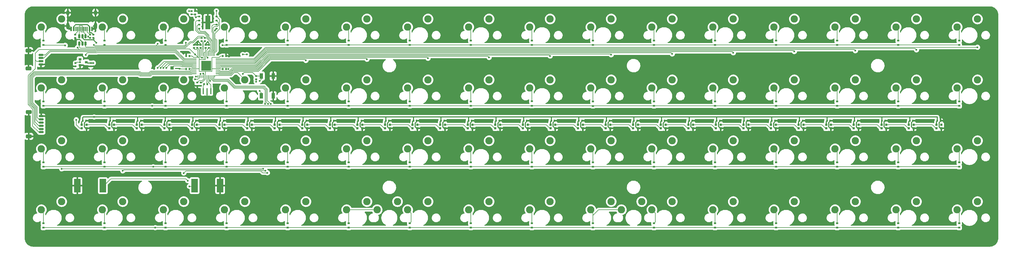
<source format=gbr>
%TF.GenerationSoftware,KiCad,Pcbnew,(6.0.7)*%
%TF.CreationDate,2022-10-03T19:09:15-04:00*%
%TF.ProjectId,HardLight,48617264-4c69-4676-9874-2e6b69636164,Mark 2 Rev F*%
%TF.SameCoordinates,Original*%
%TF.FileFunction,Copper,L2,Bot*%
%TF.FilePolarity,Positive*%
%FSLAX46Y46*%
G04 Gerber Fmt 4.6, Leading zero omitted, Abs format (unit mm)*
G04 Created by KiCad (PCBNEW (6.0.7)) date 2022-10-03 19:09:15*
%MOMM*%
%LPD*%
G01*
G04 APERTURE LIST*
G04 Aperture macros list*
%AMRoundRect*
0 Rectangle with rounded corners*
0 $1 Rounding radius*
0 $2 $3 $4 $5 $6 $7 $8 $9 X,Y pos of 4 corners*
0 Add a 4 corners polygon primitive as box body*
4,1,4,$2,$3,$4,$5,$6,$7,$8,$9,$2,$3,0*
0 Add four circle primitives for the rounded corners*
1,1,$1+$1,$2,$3*
1,1,$1+$1,$4,$5*
1,1,$1+$1,$6,$7*
1,1,$1+$1,$8,$9*
0 Add four rect primitives between the rounded corners*
20,1,$1+$1,$2,$3,$4,$5,0*
20,1,$1+$1,$4,$5,$6,$7,0*
20,1,$1+$1,$6,$7,$8,$9,0*
20,1,$1+$1,$8,$9,$2,$3,0*%
G04 Aperture macros list end*
%TA.AperFunction,ComponentPad*%
%ADD10C,2.286000*%
%TD*%
%TA.AperFunction,SMDPad,CuDef*%
%ADD11RoundRect,0.147500X0.172500X-0.147500X0.172500X0.147500X-0.172500X0.147500X-0.172500X-0.147500X0*%
%TD*%
%TA.AperFunction,SMDPad,CuDef*%
%ADD12RoundRect,0.147500X-0.172500X0.147500X-0.172500X-0.147500X0.172500X-0.147500X0.172500X0.147500X0*%
%TD*%
%TA.AperFunction,SMDPad,CuDef*%
%ADD13RoundRect,0.147500X-0.147500X-0.172500X0.147500X-0.172500X0.147500X0.172500X-0.147500X0.172500X0*%
%TD*%
%TA.AperFunction,SMDPad,CuDef*%
%ADD14RoundRect,0.050000X0.387500X0.050000X-0.387500X0.050000X-0.387500X-0.050000X0.387500X-0.050000X0*%
%TD*%
%TA.AperFunction,SMDPad,CuDef*%
%ADD15RoundRect,0.050000X0.050000X0.387500X-0.050000X0.387500X-0.050000X-0.387500X0.050000X-0.387500X0*%
%TD*%
%TA.AperFunction,SMDPad,CuDef*%
%ADD16R,3.050000X3.050000*%
%TD*%
%TA.AperFunction,SMDPad,CuDef*%
%ADD17R,0.700000X0.600000*%
%TD*%
%TA.AperFunction,SMDPad,CuDef*%
%ADD18R,0.900000X0.800000*%
%TD*%
%TA.AperFunction,SMDPad,CuDef*%
%ADD19RoundRect,0.147500X0.147500X0.172500X-0.147500X0.172500X-0.147500X-0.172500X0.147500X-0.172500X0*%
%TD*%
%TA.AperFunction,SMDPad,CuDef*%
%ADD20R,0.600000X1.450000*%
%TD*%
%TA.AperFunction,SMDPad,CuDef*%
%ADD21R,0.300000X1.450000*%
%TD*%
%TA.AperFunction,ComponentPad*%
%ADD22O,1.000000X1.600000*%
%TD*%
%TA.AperFunction,ComponentPad*%
%ADD23O,1.000000X2.100000*%
%TD*%
%TA.AperFunction,SMDPad,CuDef*%
%ADD24R,0.700000X0.700000*%
%TD*%
%TA.AperFunction,SMDPad,CuDef*%
%ADD25R,2.000000X4.200000*%
%TD*%
%TA.AperFunction,SMDPad,CuDef*%
%ADD26RoundRect,0.150000X0.625000X-0.150000X0.625000X0.150000X-0.625000X0.150000X-0.625000X-0.150000X0*%
%TD*%
%TA.AperFunction,SMDPad,CuDef*%
%ADD27RoundRect,0.250000X0.650000X-0.350000X0.650000X0.350000X-0.650000X0.350000X-0.650000X-0.350000X0*%
%TD*%
%TA.AperFunction,SMDPad,CuDef*%
%ADD28R,1.000000X1.000000*%
%TD*%
%TA.AperFunction,SMDPad,CuDef*%
%ADD29RoundRect,0.125000X0.250000X0.125000X-0.250000X0.125000X-0.250000X-0.125000X0.250000X-0.125000X0*%
%TD*%
%TA.AperFunction,SMDPad,CuDef*%
%ADD30R,1.587400X4.300000*%
%TD*%
%TA.AperFunction,SMDPad,CuDef*%
%ADD31R,0.400000X1.900000*%
%TD*%
%TA.AperFunction,SMDPad,CuDef*%
%ADD32RoundRect,0.150000X0.150000X-0.512500X0.150000X0.512500X-0.150000X0.512500X-0.150000X-0.512500X0*%
%TD*%
%TA.AperFunction,SMDPad,CuDef*%
%ADD33R,1.100000X1.800000*%
%TD*%
%TA.AperFunction,ViaPad*%
%ADD34C,0.600000*%
%TD*%
%TA.AperFunction,Conductor*%
%ADD35C,0.300000*%
%TD*%
%TA.AperFunction,Conductor*%
%ADD36C,0.200000*%
%TD*%
G04 APERTURE END LIST*
D10*
%TO.P,K2,1*%
%TO.N,14*%
X60483750Y-75882500D03*
%TO.P,K2,2*%
%TO.N,Net-(D2-Pad2)*%
X54133750Y-78422500D03*
%TD*%
%TO.P,K3,1*%
%TO.N,13*%
X79533750Y-75869800D03*
%TO.P,K3,2*%
%TO.N,Net-(D3-Pad2)*%
X73183750Y-78409800D03*
%TD*%
%TO.P,K6,1*%
%TO.N,10*%
X136683750Y-75882500D03*
%TO.P,K6,2*%
%TO.N,Net-(D6-Pad2)*%
X130333750Y-78422500D03*
%TD*%
%TO.P,K7,1*%
%TO.N,9*%
X155733750Y-75882500D03*
%TO.P,K7,2*%
%TO.N,Net-(D7-Pad2)*%
X149383750Y-78422500D03*
%TD*%
%TO.P,K8,1*%
%TO.N,8*%
X174783750Y-75882500D03*
%TO.P,K8,2*%
%TO.N,Net-(D8-Pad2)*%
X168433750Y-78422500D03*
%TD*%
%TO.P,K9,1*%
%TO.N,7*%
X193833750Y-75882500D03*
%TO.P,K9,2*%
%TO.N,Net-(D9-Pad2)*%
X187483750Y-78422500D03*
%TD*%
%TO.P,K10,1*%
%TO.N,6*%
X212883750Y-75882500D03*
%TO.P,K10,2*%
%TO.N,Net-(D10-Pad2)*%
X206533750Y-78422500D03*
%TD*%
%TO.P,K11,1*%
%TO.N,5*%
X231933750Y-75882500D03*
%TO.P,K11,2*%
%TO.N,Net-(D11-Pad2)*%
X225583750Y-78422500D03*
%TD*%
%TO.P,K12,1*%
%TO.N,4*%
X250983750Y-75882500D03*
%TO.P,K12,2*%
%TO.N,Net-(D12-Pad2)*%
X244633750Y-78422500D03*
%TD*%
%TO.P,K13,1*%
%TO.N,3*%
X270033750Y-75882500D03*
%TO.P,K13,2*%
%TO.N,Net-(D13-Pad2)*%
X263683750Y-78422500D03*
%TD*%
%TO.P,K14,1*%
%TO.N,2*%
X289083750Y-75882500D03*
%TO.P,K14,2*%
%TO.N,Net-(D14-Pad2)*%
X282733750Y-78422500D03*
%TD*%
%TO.P,K15,1*%
%TO.N,1*%
X308133750Y-75882500D03*
%TO.P,K15,2*%
%TO.N,Net-(D15-Pad2)*%
X301783750Y-78422500D03*
%TD*%
%TO.P,K16,1*%
%TO.N,0*%
X327183750Y-75882500D03*
%TO.P,K16,2*%
%TO.N,Net-(D16-Pad2)*%
X320833750Y-78422500D03*
%TD*%
%TO.P,K17,1*%
%TO.N,15*%
X41433750Y-94932500D03*
%TO.P,K17,2*%
%TO.N,Net-(D17-Pad2)*%
X35083750Y-97472500D03*
%TD*%
%TO.P,K18,1*%
%TO.N,14*%
X60483750Y-94932500D03*
%TO.P,K18,2*%
%TO.N,Net-(D18-Pad2)*%
X54133750Y-97472500D03*
%TD*%
%TO.P,K19,1*%
%TO.N,13*%
X79533750Y-94932500D03*
%TO.P,K19,2*%
%TO.N,Net-(D19-Pad2)*%
X73183750Y-97472500D03*
%TD*%
%TO.P,K22,1*%
%TO.N,10*%
X136683750Y-94932500D03*
%TO.P,K22,2*%
%TO.N,Net-(D22-Pad2)*%
X130333750Y-97472500D03*
%TD*%
%TO.P,K23,1*%
%TO.N,9*%
X155733750Y-94932500D03*
%TO.P,K23,2*%
%TO.N,Net-(D23-Pad2)*%
X149383750Y-97472500D03*
%TD*%
%TO.P,K24,1*%
%TO.N,8*%
X174783750Y-94932500D03*
%TO.P,K24,2*%
%TO.N,Net-(D24-Pad2)*%
X168433750Y-97472500D03*
%TD*%
%TO.P,K25,1*%
%TO.N,7*%
X193833750Y-94932500D03*
%TO.P,K25,2*%
%TO.N,Net-(D25-Pad2)*%
X187483750Y-97472500D03*
%TD*%
%TO.P,K26,1*%
%TO.N,6*%
X212883750Y-94932500D03*
%TO.P,K26,2*%
%TO.N,Net-(D26-Pad2)*%
X206533750Y-97472500D03*
%TD*%
%TO.P,K27,1*%
%TO.N,5*%
X231933750Y-94932500D03*
%TO.P,K27,2*%
%TO.N,Net-(D27-Pad2)*%
X225583750Y-97472500D03*
%TD*%
%TO.P,K28,1*%
%TO.N,4*%
X250983750Y-94932500D03*
%TO.P,K28,2*%
%TO.N,Net-(D28-Pad2)*%
X244633750Y-97472500D03*
%TD*%
%TO.P,K29,1*%
%TO.N,3*%
X270033750Y-94932500D03*
%TO.P,K29,2*%
%TO.N,Net-(D29-Pad2)*%
X263683750Y-97472500D03*
%TD*%
%TO.P,K30,1*%
%TO.N,2*%
X289083750Y-94932500D03*
%TO.P,K30,2*%
%TO.N,Net-(D30-Pad2)*%
X282733750Y-97472500D03*
%TD*%
%TO.P,K31,1*%
%TO.N,1*%
X308133750Y-94932500D03*
%TO.P,K31,2*%
%TO.N,Net-(D31-Pad2)*%
X301783750Y-97472500D03*
%TD*%
%TO.P,K32,1*%
%TO.N,0*%
X327183750Y-94932500D03*
%TO.P,K32,2*%
%TO.N,Net-(D32-Pad2)*%
X320833750Y-97472500D03*
%TD*%
%TO.P,K33,1*%
%TO.N,15*%
X41433750Y-113982500D03*
%TO.P,K33,2*%
%TO.N,Net-(D33-Pad2)*%
X35083750Y-116522500D03*
%TD*%
%TO.P,K34,1*%
%TO.N,14*%
X60483750Y-113982500D03*
%TO.P,K34,2*%
%TO.N,Net-(D34-Pad2)*%
X54133750Y-116522500D03*
%TD*%
%TO.P,K35,1*%
%TO.N,13*%
X79533750Y-113982500D03*
%TO.P,K35,2*%
%TO.N,Net-(D35-Pad2)*%
X73183750Y-116522500D03*
%TD*%
%TO.P,K36,1*%
%TO.N,12*%
X98583750Y-113982500D03*
%TO.P,K36,2*%
%TO.N,Net-(D36-Pad2)*%
X92233750Y-116522500D03*
%TD*%
%TO.P,K37,1*%
%TO.N,11*%
X117633750Y-113982500D03*
%TO.P,K37,2*%
%TO.N,Net-(D37-Pad2)*%
X111283750Y-116522500D03*
%TD*%
%TO.P,K38,1*%
%TO.N,10*%
X136683750Y-113982500D03*
%TO.P,K38,2*%
%TO.N,Net-(D38-Pad2)*%
X130333750Y-116522500D03*
%TD*%
%TO.P,K39,1*%
%TO.N,9*%
X155733750Y-113982500D03*
%TO.P,K39,2*%
%TO.N,Net-(D39-Pad2)*%
X149383750Y-116522500D03*
%TD*%
%TO.P,K40,1*%
%TO.N,8*%
X174783750Y-113982500D03*
%TO.P,K40,2*%
%TO.N,Net-(D40-Pad2)*%
X168433750Y-116522500D03*
%TD*%
%TO.P,K41,1*%
%TO.N,7*%
X193833750Y-113982500D03*
%TO.P,K41,2*%
%TO.N,Net-(D41-Pad2)*%
X187483750Y-116522500D03*
%TD*%
%TO.P,K42,1*%
%TO.N,6*%
X212883750Y-113982500D03*
%TO.P,K42,2*%
%TO.N,Net-(D42-Pad2)*%
X206533750Y-116522500D03*
%TD*%
%TO.P,K43,1*%
%TO.N,5*%
X231933750Y-113982500D03*
%TO.P,K43,2*%
%TO.N,Net-(D43-Pad2)*%
X225583750Y-116522500D03*
%TD*%
%TO.P,K44,1*%
%TO.N,4*%
X250983750Y-113982500D03*
%TO.P,K44,2*%
%TO.N,Net-(D44-Pad2)*%
X244633750Y-116522500D03*
%TD*%
%TO.P,K45,1*%
%TO.N,3*%
X270033750Y-113982500D03*
%TO.P,K45,2*%
%TO.N,Net-(D45-Pad2)*%
X263683750Y-116522500D03*
%TD*%
%TO.P,K46,1*%
%TO.N,2*%
X289083750Y-113982500D03*
%TO.P,K46,2*%
%TO.N,Net-(D46-Pad2)*%
X282733750Y-116522500D03*
%TD*%
%TO.P,K47,1*%
%TO.N,1*%
X308133750Y-113982500D03*
%TO.P,K47,2*%
%TO.N,Net-(D47-Pad2)*%
X301783750Y-116522500D03*
%TD*%
%TO.P,K48,1*%
%TO.N,0*%
X327183750Y-113982500D03*
%TO.P,K48,2*%
%TO.N,Net-(D48-Pad2)*%
X320833750Y-116522500D03*
%TD*%
%TO.P,K49,1*%
%TO.N,15*%
X41433750Y-133032500D03*
%TO.P,K49,2*%
%TO.N,Net-(D49-Pad2)*%
X35083750Y-135572500D03*
%TD*%
%TO.P,K50,1*%
%TO.N,14*%
X60483750Y-133032500D03*
%TO.P,K50,2*%
%TO.N,Net-(D50-Pad2)*%
X54133750Y-135572500D03*
%TD*%
%TO.P,K51,1*%
%TO.N,13*%
X79533750Y-133032500D03*
%TO.P,K51,2*%
%TO.N,Net-(D51-Pad2)*%
X73183750Y-135572500D03*
%TD*%
%TO.P,K52,1*%
%TO.N,12*%
X98583750Y-133032500D03*
%TO.P,K52,2*%
%TO.N,Net-(D52-Pad2)*%
X92233750Y-135572500D03*
%TD*%
%TO.P,K53,1*%
%TO.N,11*%
X117633750Y-133032500D03*
%TO.P,K53,2*%
%TO.N,Net-(D53-Pad2)*%
X111283750Y-135572500D03*
%TD*%
%TO.P,K54,1*%
%TO.N,10*%
X136683750Y-133032500D03*
%TO.P,K54,2*%
%TO.N,Net-(D54-Pad2)*%
X130333750Y-135572500D03*
%TD*%
%TO.P,K55,1*%
%TO.N,9*%
X155733750Y-133032500D03*
%TO.P,K55,2*%
%TO.N,Net-(D55-Pad2)*%
X149383750Y-135572500D03*
%TD*%
%TO.P,K56,1*%
%TO.N,8*%
X174783750Y-133032500D03*
%TO.P,K56,2*%
%TO.N,Net-(D56-Pad2)*%
X168433750Y-135572500D03*
%TD*%
%TO.P,K57,1*%
%TO.N,7*%
X193833750Y-133032500D03*
%TO.P,K57,2*%
%TO.N,Net-(D57-Pad2)*%
X187483750Y-135572500D03*
%TD*%
%TO.P,K58,1*%
%TO.N,6*%
X212883750Y-133032500D03*
%TO.P,K58,2*%
%TO.N,Net-(D58-Pad2)*%
X206533750Y-135572500D03*
%TD*%
%TO.P,K59,1*%
%TO.N,5*%
X231933750Y-133032500D03*
%TO.P,K59,2*%
%TO.N,Net-(D59-Pad2)*%
X225583750Y-135572500D03*
%TD*%
%TO.P,K60,1*%
%TO.N,4*%
X250983750Y-133032500D03*
%TO.P,K60,2*%
%TO.N,Net-(D60-Pad2)*%
X244633750Y-135572500D03*
%TD*%
%TO.P,K61,1*%
%TO.N,3*%
X270033750Y-133032500D03*
%TO.P,K61,2*%
%TO.N,Net-(D61-Pad2)*%
X263683750Y-135572500D03*
%TD*%
%TO.P,K62,1*%
%TO.N,2*%
X289083750Y-133032500D03*
%TO.P,K62,2*%
%TO.N,Net-(D62-Pad2)*%
X282733750Y-135572500D03*
%TD*%
%TO.P,K63,1*%
%TO.N,1*%
X308133750Y-133032500D03*
%TO.P,K63,2*%
%TO.N,Net-(D63-Pad2)*%
X301783750Y-135572500D03*
%TD*%
%TO.P,K64,1*%
%TO.N,0*%
X327183750Y-133032500D03*
%TO.P,K64,2*%
%TO.N,Net-(D64-Pad2)*%
X320833750Y-135572500D03*
%TD*%
%TO.P,K1,1*%
%TO.N,15*%
X41433750Y-75882500D03*
%TO.P,K1,2*%
%TO.N,Net-(D1-Pad2)*%
X35083750Y-78422500D03*
%TD*%
%TO.P,K4,1*%
%TO.N,12*%
X98583750Y-75882500D03*
%TO.P,K4,2*%
%TO.N,Net-(D4-Pad2)*%
X92233750Y-78422500D03*
%TD*%
%TO.P,K5,1*%
%TO.N,11*%
X117633750Y-75882500D03*
%TO.P,K5,2*%
%TO.N,Net-(D5-Pad2)*%
X111283750Y-78422500D03*
%TD*%
%TO.P,K21,1*%
%TO.N,11*%
X117633750Y-94932500D03*
%TO.P,K21,2*%
%TO.N,Net-(D21-Pad2)*%
X111283750Y-97472500D03*
%TD*%
%TO.P,K20,1*%
%TO.N,12*%
X98583750Y-94932500D03*
%TO.P,K20,2*%
%TO.N,Net-(D20-Pad2)*%
X92233750Y-97472500D03*
%TD*%
%TO.P,K54.1,1*%
%TO.N,10*%
X146208750Y-133032500D03*
%TO.P,K54.1,2*%
%TO.N,Net-(D54-Pad2)*%
X139858750Y-135572500D03*
%TD*%
%TO.P,K58.1,1*%
%TO.N,6*%
X222408750Y-133032500D03*
%TO.P,K58.1,2*%
%TO.N,Net-(D58-Pad2)*%
X216058750Y-135572500D03*
%TD*%
D11*
%TO.P,C1,1*%
%TO.N,+3V3*%
X83693000Y-84940000D03*
%TO.P,C1,2*%
%TO.N,GND*%
X83693000Y-83970000D03*
%TD*%
D12*
%TO.P,C2,1*%
%TO.N,+3V3*%
X84836000Y-95781000D03*
%TO.P,C2,2*%
%TO.N,GND*%
X84836000Y-96751000D03*
%TD*%
D13*
%TO.P,C3,1*%
%TO.N,+3V3*%
X91717000Y-91567000D03*
%TO.P,C3,2*%
%TO.N,GND*%
X92687000Y-91567000D03*
%TD*%
%TO.P,C6,1*%
%TO.N,+3V3*%
X91717000Y-87503000D03*
%TO.P,C6,2*%
%TO.N,GND*%
X92687000Y-87503000D03*
%TD*%
D11*
%TO.P,C8,1*%
%TO.N,+3V3*%
X86360000Y-84940000D03*
%TO.P,C8,2*%
%TO.N,GND*%
X86360000Y-83970000D03*
%TD*%
D14*
%TO.P,U0,1,IOVDD*%
%TO.N,+3V3*%
X89924500Y-87887500D03*
%TO.P,U0,2,GPIO0*%
%TO.N,0*%
X89924500Y-88287500D03*
%TO.P,U0,3,GPIO1*%
%TO.N,1*%
X89924500Y-88687500D03*
%TO.P,U0,4,GPIO2*%
%TO.N,2*%
X89924500Y-89087500D03*
%TO.P,U0,5,GPIO3*%
%TO.N,3*%
X89924500Y-89487500D03*
%TO.P,U0,6,GPIO4*%
%TO.N,4*%
X89924500Y-89887500D03*
%TO.P,U0,7,GPIO5*%
%TO.N,5*%
X89924500Y-90287500D03*
%TO.P,U0,8,GPIO6*%
%TO.N,6*%
X89924500Y-90687500D03*
%TO.P,U0,9,GPIO7*%
%TO.N,7*%
X89924500Y-91087500D03*
%TO.P,U0,10,IOVDD*%
%TO.N,+3V3*%
X89924500Y-91487500D03*
%TO.P,U0,11,GPIO8*%
%TO.N,8*%
X89924500Y-91887500D03*
%TO.P,U0,12,GPIO9*%
%TO.N,9*%
X89924500Y-92287500D03*
%TO.P,U0,13,GPIO10*%
%TO.N,10*%
X89924500Y-92687500D03*
%TO.P,U0,14,GPIO11*%
%TO.N,11*%
X89924500Y-93087500D03*
D15*
%TO.P,U0,15,GPIO12*%
%TO.N,12*%
X89087000Y-93925000D03*
%TO.P,U0,16,GPIO13*%
%TO.N,13*%
X88687000Y-93925000D03*
%TO.P,U0,17,GPIO14*%
%TO.N,14*%
X88287000Y-93925000D03*
%TO.P,U0,18,GPIO15*%
%TO.N,15*%
X87887000Y-93925000D03*
%TO.P,U0,19,TESTEN*%
%TO.N,GND*%
X87487000Y-93925000D03*
%TO.P,U0,20,XIN*%
%TO.N,XIN*%
X87087000Y-93925000D03*
%TO.P,U0,21,XOUT*%
%TO.N,XOUT*%
X86687000Y-93925000D03*
%TO.P,U0,22,IOVDD*%
%TO.N,+3V3*%
X86287000Y-93925000D03*
%TO.P,U0,23,DVDD*%
%TO.N,+1V1*%
X85887000Y-93925000D03*
%TO.P,U0,24,SWCLK*%
%TO.N,unconnected-(U0-Pad24)*%
X85487000Y-93925000D03*
%TO.P,U0,25,SWDIO*%
%TO.N,unconnected-(U0-Pad25)*%
X85087000Y-93925000D03*
%TO.P,U0,26,RUN*%
%TO.N,~{RESET}*%
X84687000Y-93925000D03*
%TO.P,U0,27,GPIO16*%
%TO.N,16*%
X84287000Y-93925000D03*
%TO.P,U0,28,GPIO17*%
%TO.N,17*%
X83887000Y-93925000D03*
D14*
%TO.P,U0,29,GPIO18*%
%TO.N,18*%
X83049500Y-93087500D03*
%TO.P,U0,30,GPIO19*%
%TO.N,19*%
X83049500Y-92687500D03*
%TO.P,U0,31,GPIO20*%
%TO.N,20*%
X83049500Y-92287500D03*
%TO.P,U0,32,GPIO21*%
%TO.N,21*%
X83049500Y-91887500D03*
%TO.P,U0,33,IOVDD*%
%TO.N,+3V3*%
X83049500Y-91487500D03*
%TO.P,U0,34,GPIO22*%
%TO.N,22*%
X83049500Y-91087500D03*
%TO.P,U0,35,GPIO23*%
%TO.N,23*%
X83049500Y-90687500D03*
%TO.P,U0,36,GPIO24*%
%TO.N,24*%
X83049500Y-90287500D03*
%TO.P,U0,37,GPIO25*%
%TO.N,25*%
X83049500Y-89887500D03*
%TO.P,U0,38,GPIO26/ADC0*%
%TO.N,26{slash}A0*%
X83049500Y-89487500D03*
%TO.P,U0,39,GPIO27/ADC1*%
%TO.N,27{slash}A1*%
X83049500Y-89087500D03*
%TO.P,U0,40,GPIO28/ADC2*%
%TO.N,28{slash}A2*%
X83049500Y-88687500D03*
%TO.P,U0,41,GPIO29/ADC3*%
%TO.N,29{slash}A3*%
X83049500Y-88287500D03*
%TO.P,U0,42,IOVDD*%
%TO.N,+3V3*%
X83049500Y-87887500D03*
D15*
%TO.P,U0,43,ADC_AVDD*%
X83887000Y-87050000D03*
%TO.P,U0,44,VREG_VIN*%
X84287000Y-87050000D03*
%TO.P,U0,45,VREG_VOUT*%
%TO.N,+1V1*%
X84687000Y-87050000D03*
%TO.P,U0,46,USB_DM*%
%TO.N,DR-*%
X85087000Y-87050000D03*
%TO.P,U0,47,USB_DP*%
%TO.N,DR+*%
X85487000Y-87050000D03*
%TO.P,U0,48,USB_VDD*%
%TO.N,+3V3*%
X85887000Y-87050000D03*
%TO.P,U0,49,IOVDD*%
X86287000Y-87050000D03*
%TO.P,U0,50,DVDD*%
%TO.N,+1V1*%
X86687000Y-87050000D03*
%TO.P,U0,51,QSPI_SD3*%
%TO.N,SD3*%
X87087000Y-87050000D03*
%TO.P,U0,52,QSPI_SCLK*%
%TO.N,CLOCK*%
X87487000Y-87050000D03*
%TO.P,U0,53,QSPI_SD0*%
%TO.N,SD0*%
X87887000Y-87050000D03*
%TO.P,U0,54,QSPI_SD2*%
%TO.N,SD2*%
X88287000Y-87050000D03*
%TO.P,U0,55,QSPI_SD1*%
%TO.N,SD1*%
X88687000Y-87050000D03*
%TO.P,U0,56,QSPI_SS_N*%
%TO.N,CS*%
X89087000Y-87050000D03*
D16*
%TO.P,U0,57,GND*%
%TO.N,GND*%
X86487000Y-90487500D03*
%TD*%
D11*
%TO.P,C7,1*%
%TO.N,+3V3*%
X82677000Y-84940000D03*
%TO.P,C7,2*%
%TO.N,GND*%
X82677000Y-83970000D03*
%TD*%
D17*
%TO.P,D1,1,K*%
%TO.N,26{slash}A0*%
X35718750Y-84043750D03*
%TO.P,D1,2,A*%
%TO.N,Net-(D1-Pad2)*%
X35718750Y-82643750D03*
%TD*%
%TO.P,D2,1,K*%
%TO.N,26{slash}A0*%
X54768750Y-84043750D03*
%TO.P,D2,2,A*%
%TO.N,Net-(D2-Pad2)*%
X54768750Y-82643750D03*
%TD*%
%TO.P,D3,1,K*%
%TO.N,26{slash}A0*%
X73818750Y-84043750D03*
%TO.P,D3,2,A*%
%TO.N,Net-(D3-Pad2)*%
X73818750Y-82643750D03*
%TD*%
%TO.P,D4,1,K*%
%TO.N,26{slash}A0*%
X92868750Y-84043750D03*
%TO.P,D4,2,A*%
%TO.N,Net-(D4-Pad2)*%
X92868750Y-82643750D03*
%TD*%
%TO.P,D5,1,K*%
%TO.N,26{slash}A0*%
X111918750Y-84043750D03*
%TO.P,D5,2,A*%
%TO.N,Net-(D5-Pad2)*%
X111918750Y-82643750D03*
%TD*%
%TO.P,D6,1,K*%
%TO.N,26{slash}A0*%
X130968750Y-84043750D03*
%TO.P,D6,2,A*%
%TO.N,Net-(D6-Pad2)*%
X130968750Y-82643750D03*
%TD*%
%TO.P,D7,1,K*%
%TO.N,26{slash}A0*%
X150018750Y-84043750D03*
%TO.P,D7,2,A*%
%TO.N,Net-(D7-Pad2)*%
X150018750Y-82643750D03*
%TD*%
%TO.P,D8,1,K*%
%TO.N,26{slash}A0*%
X169068750Y-84043750D03*
%TO.P,D8,2,A*%
%TO.N,Net-(D8-Pad2)*%
X169068750Y-82643750D03*
%TD*%
%TO.P,D9,1,K*%
%TO.N,26{slash}A0*%
X188118750Y-84043750D03*
%TO.P,D9,2,A*%
%TO.N,Net-(D9-Pad2)*%
X188118750Y-82643750D03*
%TD*%
%TO.P,D10,1,K*%
%TO.N,26{slash}A0*%
X207168750Y-84043750D03*
%TO.P,D10,2,A*%
%TO.N,Net-(D10-Pad2)*%
X207168750Y-82643750D03*
%TD*%
%TO.P,D11,1,K*%
%TO.N,26{slash}A0*%
X226218750Y-84043750D03*
%TO.P,D11,2,A*%
%TO.N,Net-(D11-Pad2)*%
X226218750Y-82643750D03*
%TD*%
%TO.P,D12,1,K*%
%TO.N,26{slash}A0*%
X245268750Y-84043750D03*
%TO.P,D12,2,A*%
%TO.N,Net-(D12-Pad2)*%
X245268750Y-82643750D03*
%TD*%
%TO.P,D13,1,K*%
%TO.N,26{slash}A0*%
X264318750Y-84043750D03*
%TO.P,D13,2,A*%
%TO.N,Net-(D13-Pad2)*%
X264318750Y-82643750D03*
%TD*%
%TO.P,D14,1,K*%
%TO.N,26{slash}A0*%
X283368750Y-84043750D03*
%TO.P,D14,2,A*%
%TO.N,Net-(D14-Pad2)*%
X283368750Y-82643750D03*
%TD*%
%TO.P,D15,1,K*%
%TO.N,26{slash}A0*%
X302418750Y-84043750D03*
%TO.P,D15,2,A*%
%TO.N,Net-(D15-Pad2)*%
X302418750Y-82643750D03*
%TD*%
%TO.P,D16,1,K*%
%TO.N,26{slash}A0*%
X321468750Y-84043750D03*
%TO.P,D16,2,A*%
%TO.N,Net-(D16-Pad2)*%
X321468750Y-82643750D03*
%TD*%
%TO.P,D17,1,K*%
%TO.N,25*%
X35718750Y-103093750D03*
%TO.P,D17,2,A*%
%TO.N,Net-(D17-Pad2)*%
X35718750Y-101693750D03*
%TD*%
%TO.P,D18,1,K*%
%TO.N,25*%
X54768750Y-103093750D03*
%TO.P,D18,2,A*%
%TO.N,Net-(D18-Pad2)*%
X54768750Y-101693750D03*
%TD*%
%TO.P,D19,1,K*%
%TO.N,25*%
X73818750Y-103093750D03*
%TO.P,D19,2,A*%
%TO.N,Net-(D19-Pad2)*%
X73818750Y-101693750D03*
%TD*%
%TO.P,D20,1,K*%
%TO.N,25*%
X92868750Y-103093750D03*
%TO.P,D20,2,A*%
%TO.N,Net-(D20-Pad2)*%
X92868750Y-101693750D03*
%TD*%
%TO.P,D21,1,K*%
%TO.N,25*%
X111918750Y-103093750D03*
%TO.P,D21,2,A*%
%TO.N,Net-(D21-Pad2)*%
X111918750Y-101693750D03*
%TD*%
%TO.P,D22,1,K*%
%TO.N,25*%
X130968750Y-103093750D03*
%TO.P,D22,2,A*%
%TO.N,Net-(D22-Pad2)*%
X130968750Y-101693750D03*
%TD*%
%TO.P,D23,1,K*%
%TO.N,25*%
X150018750Y-103093750D03*
%TO.P,D23,2,A*%
%TO.N,Net-(D23-Pad2)*%
X150018750Y-101693750D03*
%TD*%
%TO.P,D24,1,K*%
%TO.N,25*%
X169068750Y-103093750D03*
%TO.P,D24,2,A*%
%TO.N,Net-(D24-Pad2)*%
X169068750Y-101693750D03*
%TD*%
%TO.P,D25,1,K*%
%TO.N,25*%
X188118750Y-103031250D03*
%TO.P,D25,2,A*%
%TO.N,Net-(D25-Pad2)*%
X188118750Y-101631250D03*
%TD*%
%TO.P,D26,1,K*%
%TO.N,25*%
X207168750Y-103106250D03*
%TO.P,D26,2,A*%
%TO.N,Net-(D26-Pad2)*%
X207168750Y-101706250D03*
%TD*%
%TO.P,D27,1,K*%
%TO.N,25*%
X226218750Y-103093750D03*
%TO.P,D27,2,A*%
%TO.N,Net-(D27-Pad2)*%
X226218750Y-101693750D03*
%TD*%
%TO.P,D28,1,K*%
%TO.N,25*%
X245268750Y-103093750D03*
%TO.P,D28,2,A*%
%TO.N,Net-(D28-Pad2)*%
X245268750Y-101693750D03*
%TD*%
%TO.P,D29,1,K*%
%TO.N,25*%
X264318750Y-103093750D03*
%TO.P,D29,2,A*%
%TO.N,Net-(D29-Pad2)*%
X264318750Y-101693750D03*
%TD*%
%TO.P,D30,1,K*%
%TO.N,25*%
X283368750Y-103093750D03*
%TO.P,D30,2,A*%
%TO.N,Net-(D30-Pad2)*%
X283368750Y-101693750D03*
%TD*%
%TO.P,D31,1,K*%
%TO.N,25*%
X302418750Y-103093750D03*
%TO.P,D31,2,A*%
%TO.N,Net-(D31-Pad2)*%
X302418750Y-101693750D03*
%TD*%
%TO.P,D32,1,K*%
%TO.N,25*%
X321468750Y-103093750D03*
%TO.P,D32,2,A*%
%TO.N,Net-(D32-Pad2)*%
X321468750Y-101693750D03*
%TD*%
%TO.P,D33,1,K*%
%TO.N,24*%
X35718750Y-122143750D03*
%TO.P,D33,2,A*%
%TO.N,Net-(D33-Pad2)*%
X35718750Y-120743750D03*
%TD*%
%TO.P,D34,1,K*%
%TO.N,24*%
X54768750Y-122143750D03*
%TO.P,D34,2,A*%
%TO.N,Net-(D34-Pad2)*%
X54768750Y-120743750D03*
%TD*%
%TO.P,D35,1,K*%
%TO.N,24*%
X73818750Y-122143750D03*
%TO.P,D35,2,A*%
%TO.N,Net-(D35-Pad2)*%
X73818750Y-120743750D03*
%TD*%
%TO.P,D36,1,K*%
%TO.N,24*%
X92868750Y-122143750D03*
%TO.P,D36,2,A*%
%TO.N,Net-(D36-Pad2)*%
X92868750Y-120743750D03*
%TD*%
%TO.P,D37,1,K*%
%TO.N,24*%
X111918750Y-122143750D03*
%TO.P,D37,2,A*%
%TO.N,Net-(D37-Pad2)*%
X111918750Y-120743750D03*
%TD*%
%TO.P,D38,1,K*%
%TO.N,24*%
X130968750Y-122143750D03*
%TO.P,D38,2,A*%
%TO.N,Net-(D38-Pad2)*%
X130968750Y-120743750D03*
%TD*%
%TO.P,D39,1,K*%
%TO.N,24*%
X150018750Y-122143750D03*
%TO.P,D39,2,A*%
%TO.N,Net-(D39-Pad2)*%
X150018750Y-120743750D03*
%TD*%
%TO.P,D40,1,K*%
%TO.N,24*%
X169068750Y-122143750D03*
%TO.P,D40,2,A*%
%TO.N,Net-(D40-Pad2)*%
X169068750Y-120743750D03*
%TD*%
%TO.P,D41,1,K*%
%TO.N,24*%
X188118750Y-122143750D03*
%TO.P,D41,2,A*%
%TO.N,Net-(D41-Pad2)*%
X188118750Y-120743750D03*
%TD*%
%TO.P,D42,1,K*%
%TO.N,24*%
X207168750Y-122143750D03*
%TO.P,D42,2,A*%
%TO.N,Net-(D42-Pad2)*%
X207168750Y-120743750D03*
%TD*%
%TO.P,D43,1,K*%
%TO.N,24*%
X226218750Y-122143750D03*
%TO.P,D43,2,A*%
%TO.N,Net-(D43-Pad2)*%
X226218750Y-120743750D03*
%TD*%
%TO.P,D44,1,K*%
%TO.N,24*%
X245268750Y-122143750D03*
%TO.P,D44,2,A*%
%TO.N,Net-(D44-Pad2)*%
X245268750Y-120743750D03*
%TD*%
%TO.P,D45,1,K*%
%TO.N,24*%
X264318750Y-122143750D03*
%TO.P,D45,2,A*%
%TO.N,Net-(D45-Pad2)*%
X264318750Y-120743750D03*
%TD*%
%TO.P,D46,1,K*%
%TO.N,24*%
X283368750Y-122143750D03*
%TO.P,D46,2,A*%
%TO.N,Net-(D46-Pad2)*%
X283368750Y-120743750D03*
%TD*%
%TO.P,D47,1,K*%
%TO.N,24*%
X302418750Y-122143750D03*
%TO.P,D47,2,A*%
%TO.N,Net-(D47-Pad2)*%
X302418750Y-120743750D03*
%TD*%
%TO.P,D48,1,K*%
%TO.N,24*%
X321468750Y-122143750D03*
%TO.P,D48,2,A*%
%TO.N,Net-(D48-Pad2)*%
X321468750Y-120743750D03*
%TD*%
%TO.P,D49,1,K*%
%TO.N,23*%
X35718750Y-141193750D03*
%TO.P,D49,2,A*%
%TO.N,Net-(D49-Pad2)*%
X35718750Y-139793750D03*
%TD*%
%TO.P,D50,1,K*%
%TO.N,23*%
X54768750Y-141193750D03*
%TO.P,D50,2,A*%
%TO.N,Net-(D50-Pad2)*%
X54768750Y-139793750D03*
%TD*%
%TO.P,D51,1,K*%
%TO.N,23*%
X73818750Y-141193750D03*
%TO.P,D51,2,A*%
%TO.N,Net-(D51-Pad2)*%
X73818750Y-139793750D03*
%TD*%
%TO.P,D52,1,K*%
%TO.N,23*%
X92868750Y-141193750D03*
%TO.P,D52,2,A*%
%TO.N,Net-(D52-Pad2)*%
X92868750Y-139793750D03*
%TD*%
%TO.P,D53,1,K*%
%TO.N,23*%
X111918750Y-141193750D03*
%TO.P,D53,2,A*%
%TO.N,Net-(D53-Pad2)*%
X111918750Y-139793750D03*
%TD*%
%TO.P,D54,1,K*%
%TO.N,23*%
X130968750Y-141193750D03*
%TO.P,D54,2,A*%
%TO.N,Net-(D54-Pad2)*%
X130968750Y-139793750D03*
%TD*%
%TO.P,D55,1,K*%
%TO.N,23*%
X150018750Y-141193750D03*
%TO.P,D55,2,A*%
%TO.N,Net-(D55-Pad2)*%
X150018750Y-139793750D03*
%TD*%
%TO.P,D56,1,K*%
%TO.N,23*%
X169068750Y-141193750D03*
%TO.P,D56,2,A*%
%TO.N,Net-(D56-Pad2)*%
X169068750Y-139793750D03*
%TD*%
%TO.P,D57,1,K*%
%TO.N,23*%
X188118750Y-141193750D03*
%TO.P,D57,2,A*%
%TO.N,Net-(D57-Pad2)*%
X188118750Y-139793750D03*
%TD*%
%TO.P,D58,1,K*%
%TO.N,23*%
X207168750Y-141193750D03*
%TO.P,D58,2,A*%
%TO.N,Net-(D58-Pad2)*%
X207168750Y-139793750D03*
%TD*%
%TO.P,D59,1,K*%
%TO.N,23*%
X226218750Y-141193750D03*
%TO.P,D59,2,A*%
%TO.N,Net-(D59-Pad2)*%
X226218750Y-139793750D03*
%TD*%
%TO.P,D60,1,K*%
%TO.N,23*%
X245268750Y-141193750D03*
%TO.P,D60,2,A*%
%TO.N,Net-(D60-Pad2)*%
X245268750Y-139793750D03*
%TD*%
%TO.P,D61,1,K*%
%TO.N,23*%
X264318750Y-141193750D03*
%TO.P,D61,2,A*%
%TO.N,Net-(D61-Pad2)*%
X264318750Y-139793750D03*
%TD*%
%TO.P,D62,1,K*%
%TO.N,23*%
X283368750Y-141193750D03*
%TO.P,D62,2,A*%
%TO.N,Net-(D62-Pad2)*%
X283368750Y-139793750D03*
%TD*%
%TO.P,D63,1,K*%
%TO.N,23*%
X302418750Y-141193750D03*
%TO.P,D63,2,A*%
%TO.N,Net-(D63-Pad2)*%
X302418750Y-139793750D03*
%TD*%
%TO.P,D64,1,K*%
%TO.N,23*%
X321468750Y-141193750D03*
%TO.P,D64,2,A*%
%TO.N,Net-(D64-Pad2)*%
X321468750Y-139793750D03*
%TD*%
D11*
%TO.P,RC2,1*%
%TO.N,GND*%
X50292000Y-81765000D03*
%TO.P,RC2,2*%
%TO.N,Net-(J0-PadB5)*%
X50292000Y-80795000D03*
%TD*%
D12*
%TO.P,RC1,1*%
%TO.N,Net-(J0-PadA5)*%
X45593000Y-80795000D03*
%TO.P,RC1,2*%
%TO.N,GND*%
X45593000Y-81765000D03*
%TD*%
%TO.P,RD1,1*%
%TO.N,DB+*%
X86106000Y-81811000D03*
%TO.P,RD1,2*%
%TO.N,DR+*%
X86106000Y-82781000D03*
%TD*%
%TO.P,F0,1*%
%TO.N,vUSB*%
X51308000Y-80795000D03*
%TO.P,F0,2*%
%TO.N,VBUS*%
X51308000Y-81765000D03*
%TD*%
D18*
%TO.P,U1,1,GND*%
%TO.N,GND*%
X47133000Y-90358000D03*
%TO.P,U1,2,VO*%
%TO.N,+3V3*%
X47133000Y-88458000D03*
%TO.P,U1,3,VI*%
%TO.N,VBUS*%
X49133000Y-89408000D03*
%TD*%
D19*
%TO.P,LC1,1*%
%TO.N,GND*%
X48992475Y-107696000D03*
%TO.P,LC1,2*%
%TO.N,VBUS*%
X48022475Y-107696000D03*
%TD*%
%TO.P,C4,1*%
%TO.N,+3V3*%
X81257000Y-91567000D03*
%TO.P,C4,2*%
%TO.N,GND*%
X80287000Y-91567000D03*
%TD*%
D20*
%TO.P,J0,A1,GND*%
%TO.N,GND*%
X44375000Y-79000400D03*
%TO.P,J0,A4,VBUS*%
%TO.N,vUSB*%
X45175000Y-79000400D03*
D21*
%TO.P,J0,A5,CC1*%
%TO.N,Net-(J0-PadA5)*%
X46375000Y-79000400D03*
%TO.P,J0,A6,D+*%
%TO.N,D+*%
X47375000Y-79000400D03*
%TO.P,J0,A7,D-*%
%TO.N,D-*%
X47875000Y-79000400D03*
%TO.P,J0,A8,SBU1*%
%TO.N,unconnected-(J0-PadA8)*%
X48875000Y-79000400D03*
D20*
%TO.P,J0,A9,VBUS*%
%TO.N,vUSB*%
X50075000Y-79000400D03*
%TO.P,J0,A12,GND*%
%TO.N,GND*%
X50875000Y-79000400D03*
%TO.P,J0,B1,GND*%
X50875000Y-79000400D03*
%TO.P,J0,B4,VBUS*%
%TO.N,vUSB*%
X50075000Y-79000400D03*
D21*
%TO.P,J0,B5,CC2*%
%TO.N,Net-(J0-PadB5)*%
X49375000Y-79000400D03*
%TO.P,J0,B6,D+*%
%TO.N,D+*%
X48375000Y-79000400D03*
%TO.P,J0,B7,D-*%
%TO.N,D-*%
X46875000Y-79000400D03*
%TO.P,J0,B8,SBU2*%
%TO.N,unconnected-(J0-PadB8)*%
X45875000Y-79000400D03*
D20*
%TO.P,J0,B9,VBUS*%
%TO.N,vUSB*%
X45175000Y-79000400D03*
%TO.P,J0,B12,GND*%
%TO.N,GND*%
X44375000Y-79000400D03*
D22*
%TO.P,J0,S1,SHIELD*%
X43305000Y-73905400D03*
D23*
X43305000Y-78085400D03*
D22*
X51945000Y-73905400D03*
D23*
X51945000Y-78085400D03*
%TD*%
D19*
%TO.P,LC3,1*%
%TO.N,GND*%
X66104700Y-107696000D03*
%TO.P,LC3,2*%
%TO.N,VBUS*%
X65134700Y-107696000D03*
%TD*%
%TO.P,LC10,1*%
%TO.N,GND*%
X126327275Y-107696000D03*
%TO.P,LC10,2*%
%TO.N,VBUS*%
X125357275Y-107696000D03*
%TD*%
%TO.P,LC12,1*%
%TO.N,GND*%
X143533725Y-107696000D03*
%TO.P,LC12,2*%
%TO.N,VBUS*%
X142563725Y-107696000D03*
%TD*%
%TO.P,LC6,1*%
%TO.N,GND*%
X91914375Y-107696000D03*
%TO.P,LC6,2*%
%TO.N,VBUS*%
X90944375Y-107696000D03*
%TD*%
%TO.P,LC8,1*%
%TO.N,GND*%
X109120825Y-107696000D03*
%TO.P,LC8,2*%
%TO.N,VBUS*%
X108150825Y-107696000D03*
%TD*%
%TO.P,LC9,1*%
%TO.N,GND*%
X117724050Y-107696000D03*
%TO.P,LC9,2*%
%TO.N,VBUS*%
X116754050Y-107696000D03*
%TD*%
%TO.P,LC7,1*%
%TO.N,GND*%
X100517600Y-107696000D03*
%TO.P,LC7,2*%
%TO.N,VBUS*%
X99547600Y-107696000D03*
%TD*%
%TO.P,LC5,1*%
%TO.N,GND*%
X83311150Y-107696000D03*
%TO.P,LC5,2*%
%TO.N,VBUS*%
X82341150Y-107696000D03*
%TD*%
%TO.P,LC11,1*%
%TO.N,GND*%
X134930500Y-107696000D03*
%TO.P,LC11,2*%
%TO.N,VBUS*%
X133960500Y-107696000D03*
%TD*%
%TO.P,LC13,1*%
%TO.N,GND*%
X152136950Y-107696000D03*
%TO.P,LC13,2*%
%TO.N,VBUS*%
X151166950Y-107696000D03*
%TD*%
%TO.P,LC4,1*%
%TO.N,GND*%
X74707925Y-107696000D03*
%TO.P,LC4,2*%
%TO.N,VBUS*%
X73737925Y-107696000D03*
%TD*%
%TO.P,LC14,1*%
%TO.N,GND*%
X160740175Y-107696000D03*
%TO.P,LC14,2*%
%TO.N,VBUS*%
X159770175Y-107696000D03*
%TD*%
%TO.P,LC15,1*%
%TO.N,GND*%
X169343400Y-107696000D03*
%TO.P,LC15,2*%
%TO.N,VBUS*%
X168373400Y-107696000D03*
%TD*%
%TO.P,LC16,1*%
%TO.N,GND*%
X177946625Y-107696000D03*
%TO.P,LC16,2*%
%TO.N,VBUS*%
X176976625Y-107696000D03*
%TD*%
%TO.P,LC17,1*%
%TO.N,GND*%
X186549850Y-107696000D03*
%TO.P,LC17,2*%
%TO.N,VBUS*%
X185579850Y-107696000D03*
%TD*%
%TO.P,LC18,1*%
%TO.N,GND*%
X195153075Y-107696000D03*
%TO.P,LC18,2*%
%TO.N,VBUS*%
X194183075Y-107696000D03*
%TD*%
%TO.P,LC19,1*%
%TO.N,GND*%
X203756300Y-107696000D03*
%TO.P,LC19,2*%
%TO.N,VBUS*%
X202786300Y-107696000D03*
%TD*%
%TO.P,LC20,1*%
%TO.N,GND*%
X212359525Y-107696000D03*
%TO.P,LC20,2*%
%TO.N,VBUS*%
X211389525Y-107696000D03*
%TD*%
%TO.P,LC21,1*%
%TO.N,GND*%
X220950475Y-107696000D03*
%TO.P,LC21,2*%
%TO.N,VBUS*%
X219980475Y-107696000D03*
%TD*%
%TO.P,LC22,1*%
%TO.N,GND*%
X229565975Y-107696000D03*
%TO.P,LC22,2*%
%TO.N,VBUS*%
X228595975Y-107696000D03*
%TD*%
%TO.P,LC23,1*%
%TO.N,GND*%
X238169200Y-107696000D03*
%TO.P,LC23,2*%
%TO.N,VBUS*%
X237199200Y-107696000D03*
%TD*%
%TO.P,LC24,1*%
%TO.N,GND*%
X246772425Y-107696000D03*
%TO.P,LC24,2*%
%TO.N,VBUS*%
X245802425Y-107696000D03*
%TD*%
%TO.P,LC25,1*%
%TO.N,GND*%
X255341275Y-107696000D03*
%TO.P,LC25,2*%
%TO.N,VBUS*%
X254371275Y-107696000D03*
%TD*%
%TO.P,LC26,1*%
%TO.N,GND*%
X263978875Y-107696000D03*
%TO.P,LC26,2*%
%TO.N,VBUS*%
X263008875Y-107696000D03*
%TD*%
%TO.P,LC27,1*%
%TO.N,GND*%
X272582100Y-107696000D03*
%TO.P,LC27,2*%
%TO.N,VBUS*%
X271612100Y-107696000D03*
%TD*%
%TO.P,LC28,1*%
%TO.N,GND*%
X281185325Y-107696000D03*
%TO.P,LC28,2*%
%TO.N,VBUS*%
X280215325Y-107696000D03*
%TD*%
%TO.P,LC29,1*%
%TO.N,GND*%
X289788550Y-107696000D03*
%TO.P,LC29,2*%
%TO.N,VBUS*%
X288818550Y-107696000D03*
%TD*%
%TO.P,LC30,1*%
%TO.N,GND*%
X298319900Y-107696000D03*
%TO.P,LC30,2*%
%TO.N,VBUS*%
X297349900Y-107696000D03*
%TD*%
%TO.P,LC31,1*%
%TO.N,GND*%
X306995000Y-107696000D03*
%TO.P,LC31,2*%
%TO.N,VBUS*%
X306025000Y-107696000D03*
%TD*%
%TO.P,LC32,1*%
%TO.N,GND*%
X315598225Y-107696000D03*
%TO.P,LC32,2*%
%TO.N,VBUS*%
X314628225Y-107696000D03*
%TD*%
D24*
%TO.P,LD16,1,DOUT*%
%TO.N,Net-(LD16-Pad1)*%
X178217125Y-108987500D03*
%TO.P,LD16,2,GND*%
%TO.N,GND*%
X178217125Y-110087500D03*
%TO.P,LD16,3,DIN*%
%TO.N,Net-(LD15-Pad1)*%
X176717125Y-110087500D03*
%TO.P,LD16,4,VDD*%
%TO.N,VBUS*%
X176717125Y-108987500D03*
%TD*%
%TO.P,LD17,1,DOUT*%
%TO.N,Net-(LD17-Pad1)*%
X186820350Y-108987500D03*
%TO.P,LD17,2,GND*%
%TO.N,GND*%
X186820350Y-110087500D03*
%TO.P,LD17,3,DIN*%
%TO.N,Net-(LD16-Pad1)*%
X185320350Y-110087500D03*
%TO.P,LD17,4,VDD*%
%TO.N,VBUS*%
X185320350Y-108987500D03*
%TD*%
%TO.P,LD18,1,DOUT*%
%TO.N,Net-(LD18-Pad1)*%
X195423575Y-108987500D03*
%TO.P,LD18,2,GND*%
%TO.N,GND*%
X195423575Y-110087500D03*
%TO.P,LD18,3,DIN*%
%TO.N,Net-(LD17-Pad1)*%
X193923575Y-110087500D03*
%TO.P,LD18,4,VDD*%
%TO.N,VBUS*%
X193923575Y-108987500D03*
%TD*%
%TO.P,LD19,1,DOUT*%
%TO.N,Net-(LD19-Pad1)*%
X204026800Y-108987500D03*
%TO.P,LD19,2,GND*%
%TO.N,GND*%
X204026800Y-110087500D03*
%TO.P,LD19,3,DIN*%
%TO.N,Net-(LD18-Pad1)*%
X202526800Y-110087500D03*
%TO.P,LD19,4,VDD*%
%TO.N,VBUS*%
X202526800Y-108987500D03*
%TD*%
%TO.P,LD20,1,DOUT*%
%TO.N,Net-(LD20-Pad1)*%
X212630025Y-108987500D03*
%TO.P,LD20,2,GND*%
%TO.N,GND*%
X212630025Y-110087500D03*
%TO.P,LD20,3,DIN*%
%TO.N,Net-(LD19-Pad1)*%
X211130025Y-110087500D03*
%TO.P,LD20,4,VDD*%
%TO.N,VBUS*%
X211130025Y-108987500D03*
%TD*%
%TO.P,LD21,1,DOUT*%
%TO.N,Net-(LD21-Pad1)*%
X221233250Y-108987500D03*
%TO.P,LD21,2,GND*%
%TO.N,GND*%
X221233250Y-110087500D03*
%TO.P,LD21,3,DIN*%
%TO.N,Net-(LD20-Pad1)*%
X219733250Y-110087500D03*
%TO.P,LD21,4,VDD*%
%TO.N,VBUS*%
X219733250Y-108987500D03*
%TD*%
%TO.P,LD22,1,DOUT*%
%TO.N,Net-(LD22-Pad1)*%
X229836475Y-108987500D03*
%TO.P,LD22,2,GND*%
%TO.N,GND*%
X229836475Y-110087500D03*
%TO.P,LD22,3,DIN*%
%TO.N,Net-(LD21-Pad1)*%
X228336475Y-110087500D03*
%TO.P,LD22,4,VDD*%
%TO.N,VBUS*%
X228336475Y-108987500D03*
%TD*%
%TO.P,LD23,1,DOUT*%
%TO.N,Net-(LD23-Pad1)*%
X238439700Y-108987500D03*
%TO.P,LD23,2,GND*%
%TO.N,GND*%
X238439700Y-110087500D03*
%TO.P,LD23,3,DIN*%
%TO.N,Net-(LD22-Pad1)*%
X236939700Y-110087500D03*
%TO.P,LD23,4,VDD*%
%TO.N,VBUS*%
X236939700Y-108987500D03*
%TD*%
%TO.P,LD24,1,DOUT*%
%TO.N,Net-(LD24-Pad1)*%
X247042925Y-108987500D03*
%TO.P,LD24,2,GND*%
%TO.N,GND*%
X247042925Y-110087500D03*
%TO.P,LD24,3,DIN*%
%TO.N,Net-(LD23-Pad1)*%
X245542925Y-110087500D03*
%TO.P,LD24,4,VDD*%
%TO.N,VBUS*%
X245542925Y-108987500D03*
%TD*%
%TO.P,LD25,1,DOUT*%
%TO.N,Net-(LD25-Pad1)*%
X255680525Y-108987500D03*
%TO.P,LD25,2,GND*%
%TO.N,GND*%
X255680525Y-110087500D03*
%TO.P,LD25,3,DIN*%
%TO.N,Net-(LD24-Pad1)*%
X254180525Y-110087500D03*
%TO.P,LD25,4,VDD*%
%TO.N,VBUS*%
X254180525Y-108987500D03*
%TD*%
%TO.P,LD26,1,DOUT*%
%TO.N,Net-(LD26-Pad1)*%
X264249375Y-108987500D03*
%TO.P,LD26,2,GND*%
%TO.N,GND*%
X264249375Y-110087500D03*
%TO.P,LD26,3,DIN*%
%TO.N,Net-(LD25-Pad1)*%
X262749375Y-110087500D03*
%TO.P,LD26,4,VDD*%
%TO.N,VBUS*%
X262749375Y-108987500D03*
%TD*%
%TO.P,LD27,1,DOUT*%
%TO.N,Net-(LD27-Pad1)*%
X272852600Y-108987500D03*
%TO.P,LD27,2,GND*%
%TO.N,GND*%
X272852600Y-110087500D03*
%TO.P,LD27,3,DIN*%
%TO.N,Net-(LD26-Pad1)*%
X271352600Y-110087500D03*
%TO.P,LD27,4,VDD*%
%TO.N,VBUS*%
X271352600Y-108987500D03*
%TD*%
%TO.P,LD28,1,DOUT*%
%TO.N,Net-(LD28-Pad1)*%
X281455825Y-108987500D03*
%TO.P,LD28,2,GND*%
%TO.N,GND*%
X281455825Y-110087500D03*
%TO.P,LD28,3,DIN*%
%TO.N,Net-(LD27-Pad1)*%
X279955825Y-110087500D03*
%TO.P,LD28,4,VDD*%
%TO.N,VBUS*%
X279955825Y-108987500D03*
%TD*%
%TO.P,LD29,1,DOUT*%
%TO.N,Net-(LD29-Pad1)*%
X290059050Y-108987500D03*
%TO.P,LD29,2,GND*%
%TO.N,GND*%
X290059050Y-110087500D03*
%TO.P,LD29,3,DIN*%
%TO.N,Net-(LD28-Pad1)*%
X288559050Y-110087500D03*
%TO.P,LD29,4,VDD*%
%TO.N,VBUS*%
X288559050Y-108987500D03*
%TD*%
%TO.P,LD30,1,DOUT*%
%TO.N,Net-(LD30-Pad1)*%
X298734150Y-108987500D03*
%TO.P,LD30,2,GND*%
%TO.N,GND*%
X298734150Y-110087500D03*
%TO.P,LD30,3,DIN*%
%TO.N,Net-(LD29-Pad1)*%
X297234150Y-110087500D03*
%TO.P,LD30,4,VDD*%
%TO.N,VBUS*%
X297234150Y-108987500D03*
%TD*%
%TO.P,LD32,1,DOUT*%
%TO.N,unconnected-(LD32-Pad1)*%
X315868725Y-108987500D03*
%TO.P,LD32,2,GND*%
%TO.N,GND*%
X315868725Y-110087500D03*
%TO.P,LD32,3,DIN*%
%TO.N,Net-(LD31-Pad1)*%
X314368725Y-110087500D03*
%TO.P,LD32,4,VDD*%
%TO.N,VBUS*%
X314368725Y-108987500D03*
%TD*%
%TO.P,LD31,1,DOUT*%
%TO.N,Net-(LD31-Pad1)*%
X307265500Y-108987500D03*
%TO.P,LD31,2,GND*%
%TO.N,GND*%
X307265500Y-110087500D03*
%TO.P,LD31,3,DIN*%
%TO.N,Net-(LD30-Pad1)*%
X305765500Y-110087500D03*
%TO.P,LD31,4,VDD*%
%TO.N,VBUS*%
X305765500Y-108987500D03*
%TD*%
%TO.P,LD15,1,DOUT*%
%TO.N,Net-(LD15-Pad1)*%
X169613900Y-108987500D03*
%TO.P,LD15,2,GND*%
%TO.N,GND*%
X169613900Y-110087500D03*
%TO.P,LD15,3,DIN*%
%TO.N,Net-(LD14-Pad1)*%
X168113900Y-110087500D03*
%TO.P,LD15,4,VDD*%
%TO.N,VBUS*%
X168113900Y-108987500D03*
%TD*%
%TO.P,LD14,1,DOUT*%
%TO.N,Net-(LD14-Pad1)*%
X161010675Y-108987500D03*
%TO.P,LD14,2,GND*%
%TO.N,GND*%
X161010675Y-110087500D03*
%TO.P,LD14,3,DIN*%
%TO.N,Net-(LD13-Pad1)*%
X159510675Y-110087500D03*
%TO.P,LD14,4,VDD*%
%TO.N,VBUS*%
X159510675Y-108987500D03*
%TD*%
%TO.P,LD12,1,DOUT*%
%TO.N,Net-(LD12-Pad1)*%
X143804225Y-108987500D03*
%TO.P,LD12,2,GND*%
%TO.N,GND*%
X143804225Y-110087500D03*
%TO.P,LD12,3,DIN*%
%TO.N,Net-(LD11-Pad1)*%
X142304225Y-110087500D03*
%TO.P,LD12,4,VDD*%
%TO.N,VBUS*%
X142304225Y-108987500D03*
%TD*%
%TO.P,LD10,1,DOUT*%
%TO.N,Net-(LD10-Pad1)*%
X126597775Y-108987500D03*
%TO.P,LD10,2,GND*%
%TO.N,GND*%
X126597775Y-110087500D03*
%TO.P,LD10,3,DIN*%
%TO.N,Net-(LD10-Pad3)*%
X125097775Y-110087500D03*
%TO.P,LD10,4,VDD*%
%TO.N,VBUS*%
X125097775Y-108987500D03*
%TD*%
%TO.P,LD13,1,DOUT*%
%TO.N,Net-(LD13-Pad1)*%
X152407450Y-108987500D03*
%TO.P,LD13,2,GND*%
%TO.N,GND*%
X152407450Y-110087500D03*
%TO.P,LD13,3,DIN*%
%TO.N,Net-(LD12-Pad1)*%
X150907450Y-110087500D03*
%TO.P,LD13,4,VDD*%
%TO.N,VBUS*%
X150907450Y-108987500D03*
%TD*%
%TO.P,LD5,1,DOUT*%
%TO.N,Net-(LD5-Pad1)*%
X83581650Y-108987500D03*
%TO.P,LD5,2,GND*%
%TO.N,GND*%
X83581650Y-110087500D03*
%TO.P,LD5,3,DIN*%
%TO.N,Net-(LD4-Pad1)*%
X82081650Y-110087500D03*
%TO.P,LD5,4,VDD*%
%TO.N,VBUS*%
X82081650Y-108987500D03*
%TD*%
%TO.P,LD11,1,DOUT*%
%TO.N,Net-(LD11-Pad1)*%
X135201000Y-108987500D03*
%TO.P,LD11,2,GND*%
%TO.N,GND*%
X135201000Y-110087500D03*
%TO.P,LD11,3,DIN*%
%TO.N,Net-(LD10-Pad1)*%
X133701000Y-110087500D03*
%TO.P,LD11,4,VDD*%
%TO.N,VBUS*%
X133701000Y-108987500D03*
%TD*%
%TO.P,LD6,1,DOUT*%
%TO.N,Net-(LD6-Pad1)*%
X92184875Y-108987500D03*
%TO.P,LD6,2,GND*%
%TO.N,GND*%
X92184875Y-110087500D03*
%TO.P,LD6,3,DIN*%
%TO.N,Net-(LD5-Pad1)*%
X90684875Y-110087500D03*
%TO.P,LD6,4,VDD*%
%TO.N,VBUS*%
X90684875Y-108987500D03*
%TD*%
%TO.P,LD7,1,DOUT*%
%TO.N,Net-(LD7-Pad1)*%
X100788100Y-108987500D03*
%TO.P,LD7,2,GND*%
%TO.N,GND*%
X100788100Y-110087500D03*
%TO.P,LD7,3,DIN*%
%TO.N,Net-(LD6-Pad1)*%
X99288100Y-110087500D03*
%TO.P,LD7,4,VDD*%
%TO.N,VBUS*%
X99288100Y-108987500D03*
%TD*%
%TO.P,LD8,1,DOUT*%
%TO.N,Net-(LD8-Pad1)*%
X109391325Y-108987500D03*
%TO.P,LD8,2,GND*%
%TO.N,GND*%
X109391325Y-110087500D03*
%TO.P,LD8,3,DIN*%
%TO.N,Net-(LD7-Pad1)*%
X107891325Y-110087500D03*
%TO.P,LD8,4,VDD*%
%TO.N,VBUS*%
X107891325Y-108987500D03*
%TD*%
%TO.P,LD9,1,DOUT*%
%TO.N,Net-(LD10-Pad3)*%
X117994550Y-108987500D03*
%TO.P,LD9,2,GND*%
%TO.N,GND*%
X117994550Y-110087500D03*
%TO.P,LD9,3,DIN*%
%TO.N,Net-(LD8-Pad1)*%
X116494550Y-110087500D03*
%TO.P,LD9,4,VDD*%
%TO.N,VBUS*%
X116494550Y-108987500D03*
%TD*%
%TO.P,LD2,1,DOUT*%
%TO.N,Net-(LD2-Pad1)*%
X57771975Y-108987500D03*
%TO.P,LD2,2,GND*%
%TO.N,GND*%
X57771975Y-110087500D03*
%TO.P,LD2,3,DIN*%
%TO.N,Net-(LD1-Pad1)*%
X56271975Y-110087500D03*
%TO.P,LD2,4,VDD*%
%TO.N,VBUS*%
X56271975Y-108987500D03*
%TD*%
%TO.P,LD1,1,DOUT*%
%TO.N,Net-(LD1-Pad1)*%
X49168750Y-108987500D03*
%TO.P,LD1,2,GND*%
%TO.N,GND*%
X49168750Y-110087500D03*
%TO.P,LD1,3,DIN*%
%TO.N,27{slash}A1*%
X47668750Y-110087500D03*
%TO.P,LD1,4,VDD*%
%TO.N,VBUS*%
X47668750Y-108987500D03*
%TD*%
%TO.P,LD3,1,DOUT*%
%TO.N,Net-(LD3-Pad1)*%
X66375200Y-108987500D03*
%TO.P,LD3,2,GND*%
%TO.N,GND*%
X66375200Y-110087500D03*
%TO.P,LD3,3,DIN*%
%TO.N,Net-(LD2-Pad1)*%
X64875200Y-110087500D03*
%TO.P,LD3,4,VDD*%
%TO.N,VBUS*%
X64875200Y-108987500D03*
%TD*%
%TO.P,LD4,1,DOUT*%
%TO.N,Net-(LD4-Pad1)*%
X74978425Y-108987500D03*
%TO.P,LD4,2,GND*%
%TO.N,GND*%
X74978425Y-110087500D03*
%TO.P,LD4,3,DIN*%
%TO.N,Net-(LD3-Pad1)*%
X73478425Y-110087500D03*
%TO.P,LD4,4,VDD*%
%TO.N,VBUS*%
X73478425Y-108987500D03*
%TD*%
D19*
%TO.P,LC2,1*%
%TO.N,GND*%
X57501475Y-107696000D03*
%TO.P,LC2,2*%
%TO.N,VBUS*%
X56531475Y-107696000D03*
%TD*%
%TO.P,C5,1*%
%TO.N,+3V3*%
X81257000Y-87503000D03*
%TO.P,C5,2*%
%TO.N,GND*%
X80287000Y-87503000D03*
%TD*%
D25*
%TO.P,TX0,1,1*%
%TO.N,17*%
X82868000Y-128016000D03*
%TO.P,TX0,2,2*%
%TO.N,GND*%
X90868000Y-128016000D03*
%TD*%
%TO.P,TX1,1,1*%
%TO.N,16*%
X54292000Y-128016000D03*
%TO.P,TX1,2,2*%
%TO.N,GND*%
X46292000Y-128016000D03*
%TD*%
D11*
%TO.P,CF1,1*%
%TO.N,+3V3*%
X83058000Y-74399000D03*
%TO.P,CF1,2*%
%TO.N,GND*%
X83058000Y-73429000D03*
%TD*%
D26*
%TO.P,J1,1,Pin_1*%
%TO.N,GND*%
X34954750Y-90107000D03*
%TO.P,J1,2,Pin_2*%
%TO.N,+3V3*%
X34954750Y-89107000D03*
%TO.P,J1,3,Pin_3*%
%TO.N,28{slash}A2*%
X34954750Y-88107000D03*
%TO.P,J1,4,Pin_4*%
%TO.N,29{slash}A3*%
X34954750Y-87107000D03*
D27*
%TO.P,J1,MP,MP*%
%TO.N,GND*%
X31079750Y-91407000D03*
X31079750Y-85807000D03*
%TD*%
D28*
%TO.P,TP0,1,1*%
%TO.N,22*%
X75819000Y-91186000D03*
%TD*%
D12*
%TO.P,C10,1*%
%TO.N,+1V1*%
X83693000Y-95781000D03*
%TO.P,C10,2*%
%TO.N,GND*%
X83693000Y-96751000D03*
%TD*%
D11*
%TO.P,C11,1*%
%TO.N,+1V1*%
X84709000Y-84940000D03*
%TO.P,C11,2*%
%TO.N,GND*%
X84709000Y-83970000D03*
%TD*%
D29*
%TO.P,U3,1,~{CS}*%
%TO.N,CS*%
X89700000Y-75083900D03*
%TO.P,U3,2,DO(IO1)*%
%TO.N,SD1*%
X89700000Y-76353900D03*
%TO.P,U3,3,IO2*%
%TO.N,SD2*%
X89700000Y-77623900D03*
%TO.P,U3,4,GND*%
%TO.N,GND*%
X89700000Y-78893900D03*
%TO.P,U3,5,DI(IO0)*%
%TO.N,SD0*%
X84300000Y-78893900D03*
%TO.P,U3,6,CLK*%
%TO.N,CLOCK*%
X84300000Y-77623900D03*
%TO.P,U3,7,IO3*%
%TO.N,SD3*%
X84300000Y-76353900D03*
%TO.P,U3,8,VCC*%
%TO.N,+3V3*%
X84300000Y-75083900D03*
D30*
%TO.P,U3,9,EP*%
%TO.N,GND*%
X87000000Y-76988900D03*
%TD*%
D31*
%TO.P,Y0,1,1*%
%TO.N,XIN*%
X87968000Y-98479000D03*
%TO.P,Y0,2,2*%
%TO.N,GND*%
X86768000Y-98479000D03*
%TO.P,Y0,3,3*%
%TO.N,Net-(RX1-Pad2)*%
X85568000Y-98479000D03*
%TD*%
D11*
%TO.P,RR1,1*%
%TO.N,+3V3*%
X102108000Y-94719000D03*
%TO.P,RR1,2*%
%TO.N,~{RESET}*%
X102108000Y-93749000D03*
%TD*%
D32*
%TO.P,U2,1,I/O1*%
%TO.N,DB+*%
X48829000Y-83560500D03*
%TO.P,U2,2,GND*%
%TO.N,GND*%
X47879000Y-83560500D03*
%TO.P,U2,3,I/O2*%
%TO.N,DB-*%
X46929000Y-83560500D03*
%TO.P,U2,4,I/O2*%
%TO.N,D-*%
X46929000Y-81285500D03*
%TO.P,U2,5,VBUS*%
%TO.N,VBUS*%
X47879000Y-81285500D03*
%TO.P,U2,6,I/O1*%
%TO.N,D+*%
X48829000Y-81285500D03*
%TD*%
D11*
%TO.P,RF2,1*%
%TO.N,+3V3*%
X81975000Y-74399000D03*
%TO.P,RF2,2*%
%TO.N,CS*%
X81975000Y-73429000D03*
%TD*%
D12*
%TO.P,RD0,1*%
%TO.N,DB-*%
X85090000Y-81811000D03*
%TO.P,RD0,2*%
%TO.N,DR-*%
X85090000Y-82781000D03*
%TD*%
D33*
%TO.P,S1,1,A*%
%TO.N,GND*%
X107412100Y-99931400D03*
X107412100Y-93731400D03*
%TO.P,S1,2,B*%
%TO.N,~{RESET}*%
X103712100Y-99931400D03*
X103712100Y-93731400D03*
%TD*%
D11*
%TO.P,C9,1*%
%TO.N,+1V1*%
X87376000Y-84940000D03*
%TO.P,C9,2*%
%TO.N,GND*%
X87376000Y-83970000D03*
%TD*%
%TO.P,CP0,1*%
%TO.N,GND*%
X50506700Y-90683750D03*
%TO.P,CP0,2*%
%TO.N,VBUS*%
X50506700Y-89713750D03*
%TD*%
D12*
%TO.P,CP1,1*%
%TO.N,+3V3*%
X45744500Y-89713750D03*
%TO.P,CP1,2*%
%TO.N,GND*%
X45744500Y-90683750D03*
%TD*%
D19*
%TO.P,RX1,1*%
%TO.N,XOUT*%
X86845000Y-96266000D03*
%TO.P,RX1,2*%
%TO.N,Net-(RX1-Pad2)*%
X85875000Y-96266000D03*
%TD*%
D26*
%TO.P,J2,1,Pin_1*%
%TO.N,+3V3*%
X35050000Y-111300000D03*
%TO.P,J2,2,Pin_2*%
%TO.N,21*%
X35050000Y-110300000D03*
%TO.P,J2,3,Pin_3*%
%TO.N,20*%
X35050000Y-109300000D03*
%TO.P,J2,4,Pin_4*%
%TO.N,19*%
X35050000Y-108300000D03*
%TO.P,J2,5,Pin_5*%
%TO.N,18*%
X35050000Y-107300000D03*
%TO.P,J2,6,Pin_6*%
%TO.N,GND*%
X35050000Y-106300000D03*
D27*
%TO.P,J2,MP,MP*%
X31175000Y-112600000D03*
X31175000Y-105000000D03*
%TD*%
D34*
%TO.N,GND*%
X80957400Y-79370000D03*
X86513300Y-89688100D03*
X82702400Y-98171000D03*
X101092000Y-85725000D03*
X95885000Y-95250000D03*
X49663363Y-81401356D03*
X91338400Y-85750400D03*
X93472000Y-91567000D03*
X93599000Y-87688000D03*
X85719600Y-90481800D03*
X83947000Y-82931000D03*
X80822800Y-86309200D03*
X95377000Y-77597000D03*
X86995000Y-83058000D03*
X96037700Y-85719600D03*
X78232000Y-91440000D03*
X324623300Y-104768400D03*
X81153000Y-124739400D03*
X70231000Y-91567000D03*
X86995000Y-78232000D03*
X86995000Y-75565000D03*
X100711000Y-95250000D03*
X78587600Y-83286600D03*
X46831250Y-107950000D03*
X87702393Y-95253807D03*
X102235000Y-102235000D03*
X89255600Y-79502000D03*
X86513300Y-91275500D03*
X87307000Y-90481800D03*
X78689200Y-86080600D03*
X89204800Y-99999800D03*
X77089000Y-88163400D03*
%TO.N,VBUS*%
X51308000Y-89662000D03*
X52197000Y-83312000D03*
X51562000Y-106553000D03*
%TO.N,~{RESET}*%
X103187500Y-98425000D03*
X97917000Y-93091000D03*
X84709000Y-93091000D03*
X103187500Y-95250000D03*
%TO.N,+1V1*%
X85259066Y-87968934D03*
X86928314Y-87968934D03*
X85598000Y-92964000D03*
%TO.N,CS*%
X81153000Y-73406000D03*
X89700000Y-73367800D03*
%TO.N,0*%
X327183750Y-84746550D03*
%TO.N,1*%
X308133750Y-85541450D03*
%TO.N,2*%
X289083750Y-85820250D03*
%TO.N,3*%
X270033750Y-86074250D03*
%TO.N,4*%
X250983750Y-86455250D03*
%TO.N,5*%
X231933750Y-86836250D03*
%TO.N,6*%
X212883750Y-87090250D03*
%TO.N,7*%
X193833750Y-87471250D03*
%TO.N,8*%
X174783750Y-87915750D03*
%TO.N,9*%
X155733750Y-88169750D03*
%TO.N,10*%
X136683750Y-88487250D03*
%TO.N,11*%
X117633750Y-88868250D03*
%TO.N,13*%
X106680000Y-102489000D03*
X79533750Y-124098050D03*
X105613200Y-124028200D03*
%TO.N,14*%
X105791000Y-102489000D03*
X60483750Y-123399550D03*
X104938768Y-123403774D03*
%TO.N,15*%
X41433750Y-122777250D03*
X104902000Y-102489000D03*
X104343200Y-122758200D03*
%TO.N,23*%
X74041000Y-91186000D03*
X70642250Y-141193750D03*
%TO.N,24*%
X73152000Y-91186000D03*
X70007250Y-122143750D03*
%TO.N,26{slash}A0*%
X91567000Y-84074000D03*
X51484797Y-84011010D03*
X80137000Y-83312000D03*
X71374000Y-91186000D03*
X42532770Y-84137500D03*
X71374000Y-83693000D03*
%TO.N,27{slash}A1*%
X48895000Y-87122000D03*
X45974000Y-107442000D03*
%TO.N,+3V3*%
X47142400Y-89382600D03*
X46355000Y-84836000D03*
X83058000Y-86995000D03*
X97917000Y-86995000D03*
X99187000Y-86995000D03*
X102108000Y-95504000D03*
X83338500Y-75401500D03*
%TO.N,25*%
X69692750Y-103093750D03*
X72263000Y-91186000D03*
%TO.N,17*%
X83286600Y-93929200D03*
X81280000Y-128270000D03*
%TO.N,16*%
X83083400Y-94792800D03*
X80772000Y-126492000D03*
%TD*%
D35*
%TO.N,GND*%
X82804000Y-108458000D02*
X83311150Y-107950850D01*
X48469239Y-109687011D02*
X48469239Y-108375761D01*
X83693000Y-82931000D02*
X83947000Y-82931000D01*
D36*
X49663363Y-81401356D02*
X50027007Y-81765000D01*
D35*
X169343400Y-108024600D02*
X169343400Y-107696000D01*
X220950475Y-107696000D02*
X220950475Y-107871253D01*
X220533739Y-108287989D02*
X220533739Y-109687011D01*
X160711653Y-110087500D02*
X160311164Y-109687011D01*
X298435128Y-110087500D02*
X298734150Y-110087500D01*
X246343414Y-108287989D02*
X246343414Y-109523425D01*
X254981014Y-108056261D02*
X254981014Y-109687011D01*
X237740189Y-109687011D02*
X238140678Y-110087500D01*
X109120825Y-107748892D02*
X109120825Y-107696000D01*
D36*
X92687000Y-91567000D02*
X93472000Y-91567000D01*
D35*
X263950353Y-110087500D02*
X264249375Y-110087500D01*
X152407450Y-110087500D02*
X152108428Y-110087500D01*
D36*
X50027007Y-81765000D02*
X50292000Y-81765000D01*
D35*
X315169214Y-108287989D02*
X315169214Y-109687011D01*
X281185325Y-107696000D02*
X281185325Y-107858978D01*
X89255600Y-79338300D02*
X89700000Y-78893900D01*
X195304500Y-110087500D02*
X195423575Y-110087500D01*
X195153075Y-107696000D02*
X195153075Y-107858978D01*
X57771975Y-110087500D02*
X57472953Y-110087500D01*
X143505203Y-110087500D02*
X143104714Y-109687011D01*
X272553578Y-110087500D02*
X272852600Y-110087500D01*
X48869728Y-110087500D02*
X48469239Y-109687011D01*
X74707925Y-107748892D02*
X74707925Y-107696000D01*
X86360000Y-83693000D02*
X86995000Y-83058000D01*
X289788550Y-107858978D02*
X289359539Y-108287989D01*
X66375200Y-110087500D02*
X66076178Y-110087500D01*
X177517614Y-109687011D02*
X177918103Y-110087500D01*
X212331003Y-110087500D02*
X212630025Y-110087500D01*
X238140678Y-110087500D02*
X238439700Y-110087500D01*
X108691814Y-108177903D02*
X109120825Y-107748892D01*
X87376000Y-83970000D02*
X87376000Y-83554570D01*
X272582100Y-107858978D02*
X272153089Y-108287989D01*
X289760028Y-110087500D02*
X290059050Y-110087500D01*
X168914389Y-108453611D02*
X169343400Y-108024600D01*
X135201000Y-110087500D02*
X135106500Y-110087500D01*
X48992475Y-107852525D02*
X48992475Y-107696000D01*
X91485364Y-108287989D02*
X91914375Y-107858978D01*
X51945000Y-78085400D02*
X51945000Y-73905400D01*
X255381503Y-110087500D02*
X255680525Y-110087500D01*
X289359539Y-108287989D02*
X289359539Y-109687011D01*
X86360000Y-83970000D02*
X86360000Y-83693000D01*
D36*
X78232000Y-91440000D02*
X78359000Y-91567000D01*
D35*
X83693000Y-83185000D02*
X83947000Y-82931000D01*
X83311150Y-107950850D02*
X83311150Y-107696000D01*
X272153089Y-108287989D02*
X272153089Y-109687011D01*
X143104714Y-108482286D02*
X143533725Y-108053275D01*
X65675689Y-108187311D02*
X66104700Y-107758300D01*
X161010675Y-110087500D02*
X160711653Y-110087500D01*
X263549864Y-109687011D02*
X263950353Y-110087500D01*
X238169200Y-107858978D02*
X237740189Y-108287989D01*
X220934228Y-110087500D02*
X221233250Y-110087500D01*
X57072464Y-108287989D02*
X57501475Y-107858978D01*
X298319900Y-107696000D02*
X298034639Y-107981261D01*
X254981014Y-109687011D02*
X255381503Y-110087500D01*
X100088589Y-109687011D02*
X100088589Y-108287989D01*
D36*
X93599000Y-87688000D02*
X93414000Y-87503000D01*
D35*
X169613900Y-110087500D02*
X169314878Y-110087500D01*
X47879000Y-83141573D02*
X47034947Y-82297520D01*
D36*
X87702393Y-94971670D02*
X87487000Y-94756277D01*
D35*
X160311164Y-108287989D02*
X160740175Y-107858978D01*
X177918103Y-110087500D02*
X178217125Y-110087500D01*
X229136964Y-109687011D02*
X229537453Y-110087500D01*
X263978875Y-108028989D02*
X263549864Y-108458000D01*
X212359525Y-107696000D02*
X212359525Y-107858978D01*
X126327275Y-107987725D02*
X126327275Y-107696000D01*
X229565975Y-107696000D02*
X229565975Y-108028989D01*
X109391325Y-110087500D02*
X109092303Y-110087500D01*
X143804225Y-110087500D02*
X143505203Y-110087500D01*
X43305000Y-78085400D02*
X43305000Y-73905400D01*
X44220000Y-79000400D02*
X43305000Y-78085400D01*
X151707939Y-109687011D02*
X151707939Y-108472050D01*
X306565989Y-109687011D02*
X306966478Y-110087500D01*
X203727778Y-110087500D02*
X204026800Y-110087500D01*
X51030000Y-79000400D02*
X51945000Y-78085400D01*
X100489078Y-110087500D02*
X100088589Y-109687011D01*
X169314878Y-110087500D02*
X168914389Y-109687011D01*
X125898264Y-109642264D02*
X125898264Y-108416736D01*
D36*
X78359000Y-91567000D02*
X80287000Y-91567000D01*
X87702393Y-95253807D02*
X87702393Y-94971670D01*
D35*
X143104714Y-109687011D02*
X143104714Y-108482286D01*
X168914389Y-109687011D02*
X168914389Y-108453611D01*
X57501475Y-107858978D02*
X57501475Y-107696000D01*
X298034639Y-109687011D02*
X298435128Y-110087500D01*
X100788100Y-110087500D02*
X100489078Y-110087500D01*
X272582100Y-107696000D02*
X272582100Y-107858978D01*
X177517614Y-108486386D02*
X177517614Y-109687011D01*
X160311164Y-109687011D02*
X160311164Y-108287989D01*
X186820350Y-110087500D02*
X186521328Y-110087500D01*
X229537453Y-110087500D02*
X229836475Y-110087500D01*
X82804000Y-109608872D02*
X82804000Y-108458000D01*
X306966478Y-110087500D02*
X307265500Y-110087500D01*
X203327289Y-109687011D02*
X203727778Y-110087500D01*
X315169214Y-109687011D02*
X315569703Y-110087500D01*
X134501489Y-108449511D02*
X134930500Y-108020500D01*
X109092303Y-110087500D02*
X108691814Y-109687011D01*
X84709000Y-83693000D02*
X83947000Y-82931000D01*
X186120839Y-109687011D02*
X186120839Y-108392161D01*
X82677000Y-83947000D02*
X83693000Y-82931000D01*
D36*
X87487000Y-94756277D02*
X87487000Y-93925000D01*
D35*
X125898264Y-108416736D02*
X126327275Y-107987725D01*
X186521328Y-110087500D02*
X186120839Y-109687011D01*
X229565975Y-108028989D02*
X229136964Y-108458000D01*
X306995000Y-107858978D02*
X306565989Y-108287989D01*
X306995000Y-107696000D02*
X306995000Y-107858978D01*
X315598225Y-107696000D02*
X315598225Y-107858978D01*
X194724064Y-109507064D02*
X195304500Y-110087500D01*
X151707939Y-108472050D02*
X152136950Y-108043039D01*
X246343414Y-109523425D02*
X246907489Y-110087500D01*
X211930514Y-109687011D02*
X212331003Y-110087500D01*
X238169200Y-107696000D02*
X238169200Y-107858978D01*
X57072464Y-109687011D02*
X57072464Y-108287989D01*
X91485364Y-109687011D02*
X91485364Y-108287989D01*
X229136964Y-108458000D02*
X229136964Y-109687011D01*
X255341275Y-107696000D02*
X254981014Y-108056261D01*
X100088589Y-108287989D02*
X100517600Y-107858978D01*
X65675689Y-109687011D02*
X65675689Y-108187311D01*
X49168750Y-110087500D02*
X48869728Y-110087500D01*
X126597775Y-110087500D02*
X126343500Y-110087500D01*
X220950475Y-107871253D02*
X220533739Y-108287989D01*
D36*
X93414000Y-87503000D02*
X92687000Y-87503000D01*
D35*
X91885853Y-110087500D02*
X91485364Y-109687011D01*
X152108428Y-110087500D02*
X151707939Y-109687011D01*
X117994550Y-110087500D02*
X117695528Y-110087500D01*
X212359525Y-107858978D02*
X211930514Y-108287989D01*
X246772425Y-107696000D02*
X246772425Y-107858978D01*
X66104700Y-107758300D02*
X66104700Y-107696000D01*
X100517600Y-107858978D02*
X100517600Y-107696000D01*
X47879000Y-83560500D02*
X47879000Y-83141573D01*
X280756314Y-109687011D02*
X281156803Y-110087500D01*
X237740189Y-108287989D02*
X237740189Y-109687011D01*
X135106500Y-110087500D02*
X134501489Y-109482489D01*
X246772425Y-107858978D02*
X246343414Y-108287989D01*
X289788550Y-107696000D02*
X289788550Y-107858978D01*
X74278914Y-108177903D02*
X74707925Y-107748892D01*
X46023920Y-82297520D02*
X45466000Y-81739600D01*
X263549864Y-108458000D02*
X263549864Y-109687011D01*
X203327289Y-108287989D02*
X203327289Y-109687011D01*
X84709000Y-83970000D02*
X84709000Y-83693000D01*
X108691814Y-109687011D02*
X108691814Y-108177903D01*
X87376000Y-83439000D02*
X86995000Y-83058000D01*
X203756300Y-107858978D02*
X203327289Y-108287989D01*
X47034947Y-82297520D02*
X46023920Y-82297520D01*
X92184875Y-110087500D02*
X91885853Y-110087500D01*
X83282628Y-110087500D02*
X82804000Y-109608872D01*
X66076178Y-110087500D02*
X65675689Y-109687011D01*
X50875000Y-79000400D02*
X51030000Y-79000400D01*
X194724064Y-108287989D02*
X194724064Y-109507064D01*
X281185325Y-107858978D02*
X280756314Y-108287989D01*
X134930500Y-108020500D02*
X134930500Y-107696000D01*
X134501489Y-109482489D02*
X134501489Y-108449511D01*
X117295039Y-109687011D02*
X117295039Y-108287989D01*
X160740175Y-107858978D02*
X160740175Y-107696000D01*
X315598225Y-107858978D02*
X315169214Y-108287989D01*
X44375000Y-79000400D02*
X44220000Y-79000400D01*
X117295039Y-108287989D02*
X117724050Y-107858978D01*
X117724050Y-107858978D02*
X117724050Y-107696000D01*
X87376000Y-83554570D02*
X87376000Y-83439000D01*
X48469239Y-108375761D02*
X48992475Y-107852525D01*
X203756300Y-107696000D02*
X203756300Y-107858978D01*
X281156803Y-110087500D02*
X281455825Y-110087500D01*
X186549850Y-107963150D02*
X186120839Y-108392161D01*
X263978875Y-107696000D02*
X263978875Y-108028989D01*
X152136950Y-108043039D02*
X152136950Y-107696000D01*
X246907489Y-110087500D02*
X247042925Y-110087500D01*
X74278914Y-109687011D02*
X74278914Y-108177903D01*
X143533725Y-108053275D02*
X143533725Y-107696000D01*
X91914375Y-107858978D02*
X91914375Y-107696000D01*
X220533739Y-109687011D02*
X220934228Y-110087500D01*
X83581650Y-110087500D02*
X83282628Y-110087500D01*
X89255600Y-79502000D02*
X89255600Y-79338300D01*
X306565989Y-108287989D02*
X306565989Y-109687011D01*
X272153089Y-109687011D02*
X272553578Y-110087500D01*
X186549850Y-107696000D02*
X186549850Y-107963150D01*
X74978425Y-110087500D02*
X74679403Y-110087500D01*
X211930514Y-108287989D02*
X211930514Y-109687011D01*
X126343500Y-110087500D02*
X125898264Y-109642264D01*
X289359539Y-109687011D02*
X289760028Y-110087500D01*
X195153075Y-107858978D02*
X194724064Y-108287989D01*
X177946625Y-107696000D02*
X177946625Y-108057375D01*
X74679403Y-110087500D02*
X74278914Y-109687011D01*
D36*
X83693000Y-96751000D02*
X84836000Y-96751000D01*
D35*
X298034639Y-107981261D02*
X298034639Y-109687011D01*
X315569703Y-110087500D02*
X315868725Y-110087500D01*
X280756314Y-108287989D02*
X280756314Y-109687011D01*
X57472953Y-110087500D02*
X57072464Y-109687011D01*
X177946625Y-108057375D02*
X177517614Y-108486386D01*
X117695528Y-110087500D02*
X117295039Y-109687011D01*
X83693000Y-83970000D02*
X83693000Y-83185000D01*
%TO.N,VBUS*%
X107891325Y-107955500D02*
X108150825Y-107696000D01*
X288798000Y-106553000D02*
X297434000Y-106553000D01*
X73787000Y-106553000D02*
X82423000Y-106553000D01*
X82081650Y-108987500D02*
X82081650Y-107955500D01*
X133960500Y-106577500D02*
X133985000Y-106553000D01*
X280289000Y-106553000D02*
X288798000Y-106553000D01*
X107891325Y-108987500D02*
X107891325Y-107955500D01*
X202786300Y-107696000D02*
X202786300Y-106647300D01*
X90684875Y-107955500D02*
X90944375Y-107696000D01*
X133701000Y-107955500D02*
X133960500Y-107696000D01*
X245802425Y-107696000D02*
X245802425Y-106610425D01*
X185320350Y-107955500D02*
X185579850Y-107696000D01*
X99547600Y-107696000D02*
X99547600Y-106573400D01*
X202692000Y-106553000D02*
X211328000Y-106553000D01*
X314628225Y-107696000D02*
X314628225Y-106602225D01*
X90932000Y-106553000D02*
X99568000Y-106553000D01*
X211130025Y-108987500D02*
X211130025Y-107955500D01*
X133960500Y-107696000D02*
X133960500Y-106577500D01*
X151166950Y-107696000D02*
X151166950Y-106643050D01*
X99568000Y-106553000D02*
X108204000Y-106553000D01*
X168373400Y-106651400D02*
X168275000Y-106553000D01*
X194183000Y-106553000D02*
X202692000Y-106553000D01*
X219733250Y-108987500D02*
X219733250Y-107943225D01*
X50558450Y-89662000D02*
X50506700Y-89713750D01*
X219733250Y-107943225D02*
X219980475Y-107696000D01*
X314579000Y-106553000D02*
X305943000Y-106553000D01*
X262749375Y-107955500D02*
X263008875Y-107696000D01*
X65151000Y-106553000D02*
X73787000Y-106553000D01*
X254371275Y-106562725D02*
X254381000Y-106553000D01*
X99288100Y-107955500D02*
X99547600Y-107696000D01*
X159766000Y-106553000D02*
X168275000Y-106553000D01*
X48133000Y-106553000D02*
X51562000Y-106553000D01*
X237236000Y-106553000D02*
X245745000Y-106553000D01*
X133985000Y-106553000D02*
X142621000Y-106553000D01*
X185320350Y-108987500D02*
X185320350Y-107955500D01*
X48022475Y-106663525D02*
X48133000Y-106553000D01*
X90684875Y-108987500D02*
X90684875Y-107955500D01*
X125097775Y-107955500D02*
X125357275Y-107696000D01*
X125357275Y-107696000D02*
X125357275Y-106561275D01*
X56531475Y-107696000D02*
X56531475Y-106569475D01*
X193923575Y-107955500D02*
X194183075Y-107696000D01*
X151257000Y-106553000D02*
X159766000Y-106553000D01*
X263008875Y-106561125D02*
X263017000Y-106553000D01*
X73478425Y-108987500D02*
X73478425Y-107955500D01*
X314628225Y-106602225D02*
X314579000Y-106553000D01*
X51308000Y-82423000D02*
X51435000Y-82296000D01*
X219964000Y-106553000D02*
X228600000Y-106553000D01*
X211328000Y-106553000D02*
X219964000Y-106553000D01*
X263008875Y-107696000D02*
X263008875Y-106561125D01*
X90944375Y-107696000D02*
X90944375Y-106565375D01*
X125097775Y-108987500D02*
X125097775Y-107955500D01*
X47879000Y-81285500D02*
X47879000Y-81788000D01*
X314368725Y-108987500D02*
X314368725Y-107955500D01*
X245542925Y-107955500D02*
X245802425Y-107696000D01*
X306025000Y-107696000D02*
X306025000Y-106635000D01*
X64875200Y-107955500D02*
X65134700Y-107696000D01*
X254371275Y-107696000D02*
X254371275Y-106562725D01*
X56515000Y-106553000D02*
X65151000Y-106553000D01*
X219980475Y-107696000D02*
X219980475Y-106569475D01*
X254180525Y-107886750D02*
X254371275Y-107696000D01*
X254381000Y-106553000D02*
X263017000Y-106553000D01*
X185579850Y-107696000D02*
X185579850Y-106585850D01*
X271653000Y-106553000D02*
X280289000Y-106553000D01*
X48022475Y-107044525D02*
X48022475Y-106663525D01*
X297349900Y-106637100D02*
X297434000Y-106553000D01*
X228595975Y-106557025D02*
X228600000Y-106553000D01*
X51308000Y-82423000D02*
X52197000Y-83312000D01*
X51308000Y-89662000D02*
X50558450Y-89662000D01*
X271352600Y-107955500D02*
X271612100Y-107696000D01*
X168275000Y-106553000D02*
X177038000Y-106553000D01*
X159510675Y-108987500D02*
X159510675Y-107955500D01*
X82341150Y-107696000D02*
X82341150Y-106634850D01*
X49438750Y-89713750D02*
X49133000Y-89408000D01*
X211389525Y-106614525D02*
X211328000Y-106553000D01*
X168113900Y-108987500D02*
X168113900Y-107955500D01*
X159510675Y-107955500D02*
X159770175Y-107696000D01*
X48022475Y-107696000D02*
X48022475Y-107044525D01*
X176717125Y-108987500D02*
X176717125Y-107955500D01*
X142563725Y-106610275D02*
X142621000Y-106553000D01*
X228595975Y-107696000D02*
X228595975Y-106557025D01*
X194183075Y-107696000D02*
X194183075Y-106553075D01*
X168373400Y-107696000D02*
X168373400Y-106651400D01*
X279955825Y-108987500D02*
X279955825Y-107955500D01*
X116713000Y-106553000D02*
X125349000Y-106553000D01*
X297434000Y-106553000D02*
X305943000Y-106553000D01*
X176717125Y-107955500D02*
X176976625Y-107696000D01*
X56531475Y-106569475D02*
X56515000Y-106553000D01*
X47879000Y-81788000D02*
X48514000Y-82423000D01*
X228336475Y-107955500D02*
X228595975Y-107696000D01*
X168113900Y-107955500D02*
X168373400Y-107696000D01*
X108150825Y-106606175D02*
X108204000Y-106553000D01*
X125349000Y-106553000D02*
X133985000Y-106553000D01*
X185547000Y-106553000D02*
X194183000Y-106553000D01*
X82341150Y-106634850D02*
X82423000Y-106553000D01*
X73737925Y-107696000D02*
X73737925Y-106602075D01*
X47668750Y-108049725D02*
X48022475Y-107696000D01*
X254180525Y-108987500D02*
X254180525Y-107886750D01*
X297234150Y-108987500D02*
X297234150Y-107811750D01*
X271352600Y-108987500D02*
X271352600Y-107955500D01*
X288818550Y-107696000D02*
X288818550Y-106573550D01*
X280215325Y-107696000D02*
X280215325Y-106626675D01*
X202526800Y-108987500D02*
X202526800Y-107955500D01*
X73478425Y-107955500D02*
X73737925Y-107696000D01*
X176976625Y-106614375D02*
X177038000Y-106553000D01*
X211130025Y-107955500D02*
X211389525Y-107696000D01*
X305765500Y-107955500D02*
X306025000Y-107696000D01*
X50506700Y-89713750D02*
X49438750Y-89713750D01*
X262749375Y-108987500D02*
X262749375Y-107955500D01*
X90944375Y-106565375D02*
X90932000Y-106553000D01*
X185579850Y-106585850D02*
X185547000Y-106553000D01*
X159770175Y-106557175D02*
X159766000Y-106553000D01*
X228336475Y-108987500D02*
X228336475Y-107955500D01*
X280215325Y-106626675D02*
X280289000Y-106553000D01*
X51562000Y-106553000D02*
X56515000Y-106553000D01*
X82081650Y-107955500D02*
X82341150Y-107696000D01*
X151166950Y-106643050D02*
X151257000Y-106553000D01*
X306025000Y-106635000D02*
X305943000Y-106553000D01*
X245542925Y-108987500D02*
X245542925Y-107955500D01*
X236939700Y-107955500D02*
X237199200Y-107696000D01*
X202786300Y-106647300D02*
X202692000Y-106553000D01*
X159770175Y-107696000D02*
X159770175Y-106557175D01*
X297349900Y-107696000D02*
X297349900Y-106637100D01*
X177038000Y-106553000D02*
X185547000Y-106553000D01*
X202526800Y-107955500D02*
X202786300Y-107696000D01*
X150907450Y-108987500D02*
X150907450Y-107955500D01*
X263017000Y-106553000D02*
X271653000Y-106553000D01*
X279955825Y-107955500D02*
X280215325Y-107696000D01*
X56271975Y-107955500D02*
X56531475Y-107696000D01*
X237199200Y-106589800D02*
X237236000Y-106553000D01*
X65134700Y-107696000D02*
X65134700Y-106569300D01*
X236939700Y-108987500D02*
X236939700Y-107955500D01*
X297234150Y-107811750D02*
X297349900Y-107696000D01*
X99288100Y-108987500D02*
X99288100Y-107955500D01*
X116494550Y-108987500D02*
X116494550Y-107955500D01*
X288559050Y-108987500D02*
X288559050Y-107955500D01*
X142304225Y-108987500D02*
X142304225Y-107955500D01*
X211389525Y-107696000D02*
X211389525Y-106614525D01*
X271612100Y-107696000D02*
X271612100Y-106593900D01*
X82423000Y-106553000D02*
X90932000Y-106553000D01*
X47668750Y-108987500D02*
X47668750Y-108049725D01*
X64875200Y-108987500D02*
X64875200Y-107955500D01*
X142563725Y-107696000D02*
X142563725Y-106610275D01*
X219980475Y-106569475D02*
X219964000Y-106553000D01*
X176976625Y-107696000D02*
X176976625Y-106614375D01*
X245745000Y-106553000D02*
X254381000Y-106553000D01*
X193923575Y-108987500D02*
X193923575Y-107955500D01*
X314368725Y-107955500D02*
X314628225Y-107696000D01*
X48514000Y-82423000D02*
X51308000Y-82423000D01*
X271612100Y-106593900D02*
X271653000Y-106553000D01*
X150907450Y-107955500D02*
X151166950Y-107696000D01*
X125357275Y-106561275D02*
X125349000Y-106553000D01*
X142621000Y-106553000D02*
X151257000Y-106553000D01*
X51435000Y-82296000D02*
X51435000Y-81765000D01*
X305765500Y-108987500D02*
X305765500Y-107955500D01*
X237199200Y-107696000D02*
X237199200Y-106589800D01*
X108204000Y-106553000D02*
X116713000Y-106553000D01*
X133701000Y-108987500D02*
X133701000Y-107955500D01*
X142304225Y-107955500D02*
X142563725Y-107696000D01*
X65134700Y-106569300D02*
X65151000Y-106553000D01*
X116494550Y-107955500D02*
X116754050Y-107696000D01*
X288818550Y-106573550D02*
X288798000Y-106553000D01*
X228600000Y-106553000D02*
X237236000Y-106553000D01*
X99547600Y-106573400D02*
X99568000Y-106553000D01*
X245802425Y-106610425D02*
X245745000Y-106553000D01*
X194183075Y-106553075D02*
X194183000Y-106553000D01*
X73737925Y-106602075D02*
X73787000Y-106553000D01*
X108150825Y-107696000D02*
X108150825Y-106606175D01*
X288559050Y-107955500D02*
X288818550Y-107696000D01*
X116754050Y-106594050D02*
X116713000Y-106553000D01*
X116754050Y-107696000D02*
X116754050Y-106594050D01*
X56271975Y-108987500D02*
X56271975Y-107955500D01*
D36*
%TO.N,Net-(D1-Pad2)*%
X35718750Y-79057500D02*
X35718750Y-82643750D01*
%TO.N,Net-(D2-Pad2)*%
X54768750Y-82643750D02*
X54768750Y-79057500D01*
%TO.N,Net-(D3-Pad2)*%
X73818750Y-82643750D02*
X73818750Y-79044800D01*
%TO.N,Net-(D4-Pad2)*%
X92868750Y-79057500D02*
X92868750Y-82643750D01*
%TO.N,Net-(D5-Pad2)*%
X111918750Y-82643750D02*
X111918750Y-79057500D01*
%TO.N,Net-(D6-Pad2)*%
X130968750Y-82643750D02*
X130968750Y-79057500D01*
%TO.N,Net-(D7-Pad2)*%
X150018750Y-82643750D02*
X150018750Y-79057500D01*
%TO.N,Net-(D8-Pad2)*%
X169068750Y-82643750D02*
X169068750Y-79057500D01*
%TO.N,Net-(D9-Pad2)*%
X188118750Y-82643750D02*
X188118750Y-79057500D01*
%TO.N,Net-(D10-Pad2)*%
X207168750Y-82643750D02*
X207168750Y-79057500D01*
%TO.N,Net-(D11-Pad2)*%
X226218750Y-82643750D02*
X226218750Y-79057500D01*
%TO.N,Net-(D12-Pad2)*%
X245268750Y-82643750D02*
X245268750Y-79057500D01*
%TO.N,Net-(D13-Pad2)*%
X264318750Y-82643750D02*
X264318750Y-79057500D01*
%TO.N,Net-(D14-Pad2)*%
X283368750Y-82643750D02*
X283368750Y-79057500D01*
%TO.N,Net-(D15-Pad2)*%
X302418750Y-82643750D02*
X302418750Y-79057500D01*
%TO.N,Net-(D16-Pad2)*%
X321468750Y-82643750D02*
X321468750Y-79057500D01*
%TO.N,Net-(D17-Pad2)*%
X35718750Y-98107500D02*
X35718750Y-101693750D01*
%TO.N,Net-(D18-Pad2)*%
X54768750Y-101693750D02*
X54768750Y-98107500D01*
%TO.N,Net-(D19-Pad2)*%
X73818750Y-101693750D02*
X73818750Y-98107500D01*
%TO.N,Net-(D20-Pad2)*%
X92868750Y-101693750D02*
X92868750Y-98107500D01*
%TO.N,Net-(D21-Pad2)*%
X111918750Y-101693750D02*
X111918750Y-98107500D01*
%TO.N,Net-(D22-Pad2)*%
X130968750Y-101693750D02*
X130968750Y-98107500D01*
%TO.N,Net-(D23-Pad2)*%
X150018750Y-101693750D02*
X150018750Y-98107500D01*
%TO.N,Net-(D24-Pad2)*%
X169068750Y-101693750D02*
X169068750Y-98107500D01*
%TO.N,Net-(D25-Pad2)*%
X188118750Y-101631250D02*
X188118750Y-98107500D01*
%TO.N,Net-(D26-Pad2)*%
X207168750Y-101706250D02*
X207168750Y-98107500D01*
%TO.N,Net-(D27-Pad2)*%
X226218750Y-101693750D02*
X226218750Y-98107500D01*
%TO.N,Net-(D28-Pad2)*%
X245268750Y-101693750D02*
X245268750Y-98107500D01*
%TO.N,Net-(D29-Pad2)*%
X264318750Y-101693750D02*
X264318750Y-98107500D01*
%TO.N,Net-(D30-Pad2)*%
X283368750Y-101693750D02*
X283368750Y-98107500D01*
%TO.N,Net-(D31-Pad2)*%
X302418750Y-101693750D02*
X302418750Y-98107500D01*
%TO.N,Net-(D32-Pad2)*%
X321468750Y-101693750D02*
X321468750Y-98107500D01*
%TO.N,Net-(D33-Pad2)*%
X35716500Y-117155250D02*
X35716500Y-120741500D01*
%TO.N,Net-(D34-Pad2)*%
X54768750Y-120743750D02*
X54768750Y-117157500D01*
%TO.N,Net-(D35-Pad2)*%
X73818750Y-120743750D02*
X73818750Y-117157500D01*
%TO.N,Net-(D36-Pad2)*%
X92868750Y-120743750D02*
X92868750Y-117157500D01*
%TO.N,Net-(D37-Pad2)*%
X111918750Y-120743750D02*
X111918750Y-117157500D01*
%TO.N,Net-(D38-Pad2)*%
X130968750Y-120743750D02*
X130968750Y-117157500D01*
%TO.N,Net-(D39-Pad2)*%
X150018750Y-120743750D02*
X150018750Y-117157500D01*
%TO.N,Net-(D40-Pad2)*%
X169068750Y-120743750D02*
X169068750Y-117157500D01*
%TO.N,Net-(D41-Pad2)*%
X188118750Y-120743750D02*
X188118750Y-117157500D01*
%TO.N,Net-(D42-Pad2)*%
X207168750Y-120743750D02*
X207168750Y-117157500D01*
%TO.N,Net-(D43-Pad2)*%
X226218750Y-120743750D02*
X226218750Y-117157500D01*
%TO.N,Net-(D44-Pad2)*%
X245268750Y-120743750D02*
X245268750Y-117157500D01*
%TO.N,Net-(D45-Pad2)*%
X264318750Y-120743750D02*
X264318750Y-117157500D01*
%TO.N,Net-(D46-Pad2)*%
X283368750Y-120743750D02*
X283368750Y-117157500D01*
%TO.N,Net-(D47-Pad2)*%
X302418750Y-120743750D02*
X302418750Y-117157500D01*
%TO.N,Net-(D48-Pad2)*%
X321468750Y-120743750D02*
X321468750Y-117157500D01*
%TO.N,D+*%
X48375000Y-80125000D02*
X48375000Y-79000400D01*
X48829000Y-81285500D02*
X48829000Y-80579000D01*
X48375000Y-79874422D02*
X48375000Y-79000400D01*
X47375000Y-79000400D02*
X47375000Y-79925400D01*
X47375000Y-79925400D02*
X47424511Y-79974911D01*
X47424511Y-79974911D02*
X48274511Y-79974911D01*
X48829000Y-80579000D02*
X48375000Y-80125000D01*
X48274511Y-79974911D02*
X48375000Y-79874422D01*
%TO.N,D-*%
X46924511Y-78025889D02*
X47825489Y-78025889D01*
X46875000Y-79000400D02*
X46875000Y-78075400D01*
X46875000Y-81231500D02*
X46875000Y-79000400D01*
X46929000Y-81285500D02*
X46875000Y-81231500D01*
X47875000Y-78075400D02*
X47875000Y-79000400D01*
X46875000Y-78075400D02*
X46924511Y-78025889D01*
X47825489Y-78025889D02*
X47875000Y-78075400D01*
%TO.N,Net-(D49-Pad2)*%
X35716500Y-136205250D02*
X35716500Y-139791500D01*
%TO.N,Net-(D50-Pad2)*%
X54768750Y-139793750D02*
X54768750Y-136207500D01*
%TO.N,Net-(D51-Pad2)*%
X73818750Y-139793750D02*
X73818750Y-136207500D01*
%TO.N,Net-(D52-Pad2)*%
X92868750Y-139793750D02*
X92868750Y-136207500D01*
%TO.N,Net-(D53-Pad2)*%
X111918750Y-139793750D02*
X111918750Y-136207500D01*
%TO.N,Net-(D54-Pad2)*%
X130333750Y-135572500D02*
X139858750Y-135572500D01*
X130968750Y-139793750D02*
X130968750Y-136207500D01*
%TO.N,Net-(D55-Pad2)*%
X150456470Y-139356030D02*
X150456470Y-136645220D01*
X150018750Y-139793750D02*
X150456470Y-139356030D01*
X150456470Y-136645220D02*
X149383750Y-135572500D01*
%TO.N,Net-(D56-Pad2)*%
X169068750Y-139793750D02*
X169068750Y-136207500D01*
%TO.N,Net-(D57-Pad2)*%
X188118750Y-139793750D02*
X188118750Y-136207500D01*
%TO.N,Net-(D58-Pad2)*%
X207168750Y-137318750D02*
X208915000Y-135572500D01*
X207168750Y-139793750D02*
X207168750Y-137318750D01*
X208915000Y-135572500D02*
X216058750Y-135572500D01*
X207168750Y-137318750D02*
X207168750Y-136207500D01*
%TO.N,Net-(D59-Pad2)*%
X225583750Y-135572500D02*
X226656470Y-136645220D01*
X226656470Y-136645220D02*
X226656470Y-139356030D01*
X226656470Y-139356030D02*
X226218750Y-139793750D01*
%TO.N,Net-(D60-Pad2)*%
X245268750Y-139793750D02*
X245268750Y-136207500D01*
%TO.N,Net-(D61-Pad2)*%
X264318750Y-139793750D02*
X264318750Y-136207500D01*
%TO.N,Net-(D62-Pad2)*%
X283368750Y-139793750D02*
X283368750Y-136207500D01*
%TO.N,Net-(D63-Pad2)*%
X302418750Y-139793750D02*
X302418750Y-136207500D01*
%TO.N,Net-(D64-Pad2)*%
X321468750Y-139793750D02*
X321468750Y-136207500D01*
%TO.N,Net-(J0-PadB5)*%
X50244600Y-80795000D02*
X50292000Y-80795000D01*
X49375000Y-79000400D02*
X49375000Y-79925400D01*
X49375000Y-79925400D02*
X50244600Y-80795000D01*
%TO.N,Net-(J0-PadA5)*%
X46375000Y-79000400D02*
X46375000Y-79860600D01*
X46375000Y-79860600D02*
X45466000Y-80769600D01*
D35*
%TO.N,vUSB*%
X49432370Y-77626370D02*
X50075000Y-78269000D01*
X45801796Y-77626370D02*
X49432370Y-77626370D01*
X50075000Y-78269000D02*
X50075000Y-79000400D01*
X50713480Y-80200480D02*
X51308000Y-80795000D01*
X50228480Y-80200480D02*
X50713480Y-80200480D01*
X45175000Y-79000400D02*
X45175000Y-78253166D01*
X50075000Y-80047000D02*
X50228480Y-80200480D01*
X50075000Y-79000400D02*
X50075000Y-80047000D01*
X45175000Y-78253166D02*
X45801796Y-77626370D01*
D36*
%TO.N,~{RESET}*%
X84687000Y-93925000D02*
X84687000Y-93113000D01*
X84687000Y-93113000D02*
X84709000Y-93091000D01*
X102108000Y-93749000D02*
X103694500Y-93749000D01*
X103712100Y-99931400D02*
X103712100Y-98949600D01*
X101042660Y-92683660D02*
X102108000Y-93749000D01*
X103712100Y-93731400D02*
X103712100Y-94725400D01*
X103712100Y-94725400D02*
X103187500Y-95250000D01*
X98324340Y-92683660D02*
X101042660Y-92683660D01*
X97917000Y-93091000D02*
X98324340Y-92683660D01*
X103712100Y-98949600D02*
X103187500Y-98425000D01*
%TO.N,+1V1*%
X86687000Y-85629000D02*
X87376000Y-84940000D01*
X84687000Y-87050000D02*
X84687000Y-84962000D01*
X85598000Y-92964000D02*
X85887000Y-93253000D01*
X85887000Y-94580000D02*
X85293200Y-95173800D01*
X85887000Y-93253000D02*
X85887000Y-93925000D01*
X85293200Y-95173800D02*
X84300200Y-95173800D01*
X86687000Y-87727620D02*
X86928314Y-87968934D01*
X84300200Y-95173800D02*
X83693000Y-95781000D01*
X84920934Y-87968934D02*
X84687000Y-87735000D01*
X85887000Y-93925000D02*
X85887000Y-94580000D01*
X86687000Y-87050000D02*
X86687000Y-85629000D01*
X84687000Y-87735000D02*
X84687000Y-87050000D01*
X86687000Y-87050000D02*
X86687000Y-87727620D01*
X85259066Y-87968934D02*
X84920934Y-87968934D01*
%TO.N,XIN*%
X87170236Y-95709764D02*
X87087000Y-95626529D01*
X87968000Y-96507528D02*
X87170236Y-95709764D01*
X87389520Y-95929049D02*
X87170236Y-95709764D01*
X87968000Y-98479000D02*
X87968000Y-96507528D01*
X87087000Y-95626529D02*
X87087000Y-93925000D01*
%TO.N,CS*%
X89256030Y-81958552D02*
X89256030Y-80422151D01*
X90678000Y-76061900D02*
X89700000Y-75083900D01*
X89087000Y-86581949D02*
X89789000Y-85879948D01*
X89087000Y-87050000D02*
X89087000Y-86581949D01*
X81952000Y-73406000D02*
X81975000Y-73429000D01*
X89256030Y-80422151D02*
X90678000Y-79000181D01*
X89700000Y-73367800D02*
X89700000Y-75083900D01*
X90678000Y-79000181D02*
X90678000Y-76061900D01*
X89789000Y-82491522D02*
X89256030Y-81958552D01*
X89789000Y-85879948D02*
X89789000Y-82491522D01*
X81153000Y-73406000D02*
X81952000Y-73406000D01*
%TO.N,DB+*%
X82309140Y-82962480D02*
X81502520Y-82962480D01*
X84005140Y-81266480D02*
X82309140Y-82962480D01*
X51677739Y-84593261D02*
X51562000Y-84709000D01*
X86106000Y-81788000D02*
X85584480Y-81266480D01*
X49022000Y-84709000D02*
X48829000Y-84516000D01*
X85584480Y-81266480D02*
X84005140Y-81266480D01*
X51562000Y-84709000D02*
X49022000Y-84709000D01*
X48829000Y-84516000D02*
X48829000Y-83560500D01*
X79871739Y-84593261D02*
X51677739Y-84593261D01*
X81502520Y-82962480D02*
X79871739Y-84593261D01*
%TO.N,DR-*%
X85087000Y-87050000D02*
X85087000Y-85443471D01*
X85328520Y-83019520D02*
X85090000Y-82781000D01*
X85087000Y-85443471D02*
X85328520Y-85201951D01*
X85328520Y-85201951D02*
X85328520Y-83019520D01*
%TO.N,DB-*%
X51706777Y-85058519D02*
X47339519Y-85058519D01*
X81661000Y-83312000D02*
X80030220Y-84942780D01*
X47339519Y-85058519D02*
X46929000Y-84648000D01*
X46929000Y-84648000D02*
X46929000Y-83560500D01*
X51822516Y-84942780D02*
X51706777Y-85058519D01*
X83954915Y-81811000D02*
X82453914Y-83312000D01*
X80030220Y-84942780D02*
X51822516Y-84942780D01*
X85090000Y-81811000D02*
X83954915Y-81811000D01*
X82453914Y-83312000D02*
X81661000Y-83312000D01*
%TO.N,XOUT*%
X86687000Y-93925000D02*
X86687000Y-96108000D01*
%TO.N,SD1*%
X89393599Y-85781054D02*
X89393599Y-82590416D01*
X89393599Y-82590416D02*
X88900000Y-82096816D01*
X88687000Y-86487653D02*
X89393599Y-85781054D01*
X88900000Y-82096816D02*
X88906510Y-82090306D01*
X88614520Y-78644480D02*
X89027000Y-78232000D01*
X89027000Y-78232000D02*
X89996551Y-78232000D01*
X88687000Y-87050000D02*
X88687000Y-86487653D01*
X88614520Y-79775320D02*
X88614520Y-78644480D01*
X90324520Y-77904031D02*
X90324520Y-76978420D01*
X90324520Y-76978420D02*
X89700000Y-76353900D01*
X88906510Y-82090306D02*
X88906510Y-80067310D01*
X88906510Y-80067310D02*
X88614520Y-79775320D01*
X89996551Y-78232000D02*
X90324520Y-77904031D01*
%TO.N,SD2*%
X88287000Y-87050000D02*
X88287000Y-86393357D01*
X88265000Y-78105000D02*
X88746100Y-77623900D01*
X88550481Y-80207119D02*
X88277162Y-79933800D01*
X88265000Y-79933800D02*
X88265000Y-78105000D01*
X88550481Y-82241593D02*
X88550481Y-80207119D01*
X89044079Y-82735192D02*
X88550481Y-82241593D01*
X88746100Y-77623900D02*
X89700000Y-77623900D01*
X88277162Y-79933800D02*
X88265000Y-79933800D01*
X89044079Y-85636276D02*
X89044080Y-82735192D01*
X88287000Y-86393357D02*
X89044079Y-85636276D01*
%TO.N,SD0*%
X84708460Y-79755460D02*
X84300000Y-79347000D01*
X88694560Y-82879969D02*
X87374560Y-81559969D01*
X88694558Y-85491503D02*
X88694559Y-85491501D01*
X87887000Y-86299061D02*
X88694558Y-85491503D01*
X87887000Y-87050000D02*
X87887000Y-86299061D01*
X84300000Y-79347000D02*
X84300000Y-78893900D01*
X86205052Y-79755460D02*
X87374560Y-80924968D01*
X87374560Y-80924968D02*
X87374560Y-81559969D01*
X84708460Y-79755460D02*
X86205052Y-79755460D01*
X88694559Y-85491501D02*
X88694560Y-82879969D01*
%TO.N,CLOCK*%
X87487000Y-86204765D02*
X88345039Y-85346726D01*
X87025040Y-81704744D02*
X87025040Y-81069744D01*
X83608781Y-78062219D02*
X84047100Y-77623900D01*
X86060276Y-80104980D02*
X84409276Y-80104980D01*
X88345039Y-85346726D02*
X88345039Y-83024743D01*
X84409276Y-80104980D02*
X83608781Y-79304485D01*
X88345039Y-83024743D02*
X87025040Y-81704744D01*
X83608781Y-79304485D02*
X83608781Y-78062219D01*
X87487000Y-87050000D02*
X87487000Y-86204765D01*
X87025040Y-81069744D02*
X86060276Y-80104980D01*
%TO.N,SD3*%
X87995520Y-83169520D02*
X86675520Y-81849520D01*
X84264500Y-80454500D02*
X83259261Y-79449261D01*
X83666100Y-76353900D02*
X84300000Y-76353900D01*
X87087000Y-87050000D02*
X87087000Y-86110470D01*
X85915500Y-80454500D02*
X84264500Y-80454500D01*
X87087000Y-86110470D02*
X87995520Y-85201950D01*
X83259261Y-79449261D02*
X83259261Y-76760739D01*
X86675520Y-81849520D02*
X86675520Y-81214520D01*
X83259261Y-76760739D02*
X83666100Y-76353900D01*
X86675520Y-81214520D02*
X85915500Y-80454500D01*
X87995520Y-85201950D02*
X87995520Y-83169520D01*
%TO.N,0*%
X89924500Y-88287500D02*
X101406800Y-88287500D01*
X104947750Y-84746550D02*
X327183750Y-84746550D01*
X101406800Y-88287500D02*
X104947750Y-84746550D01*
%TO.N,1*%
X89924500Y-88687500D02*
X101501096Y-88687500D01*
X105092526Y-85096070D02*
X307688370Y-85096070D01*
X101501096Y-88687500D02*
X105092526Y-85096070D01*
X307688370Y-85096070D02*
X308133750Y-85541450D01*
%TO.N,2*%
X288709090Y-85445590D02*
X289083750Y-85820250D01*
X105237302Y-85445590D02*
X288709090Y-85445590D01*
X89924500Y-89087500D02*
X101595392Y-89087500D01*
X101595392Y-89087500D02*
X105237302Y-85445590D01*
%TO.N,3*%
X269754610Y-85795110D02*
X270033750Y-86074250D01*
X89924500Y-89487500D02*
X101689688Y-89487500D01*
X105382078Y-85795110D02*
X269754610Y-85795110D01*
X101689688Y-89487500D02*
X105382078Y-85795110D01*
%TO.N,4*%
X105526854Y-86144630D02*
X250673130Y-86144630D01*
X89924500Y-89887500D02*
X101783984Y-89887500D01*
X250673130Y-86144630D02*
X250983750Y-86455250D01*
X101783984Y-89887500D02*
X105526854Y-86144630D01*
%TO.N,5*%
X90737980Y-90237020D02*
X101928760Y-90237020D01*
X101928760Y-90237020D02*
X105671630Y-86494150D01*
X231591650Y-86494150D02*
X231933750Y-86836250D01*
X89924500Y-90287500D02*
X90687500Y-90287500D01*
X90687500Y-90287500D02*
X90737980Y-90237020D01*
X105671630Y-86494150D02*
X231591650Y-86494150D01*
%TO.N,6*%
X89924500Y-90687500D02*
X90814500Y-90687500D01*
X212637170Y-86843670D02*
X212883750Y-87090250D01*
X105816406Y-86843670D02*
X212637170Y-86843670D01*
X90814500Y-90687500D02*
X90915460Y-90586540D01*
X102073536Y-90586540D02*
X105816406Y-86843670D01*
X90915460Y-90586540D02*
X102073536Y-90586540D01*
%TO.N,7*%
X91060235Y-90936060D02*
X102218312Y-90936060D01*
X102218312Y-90936060D02*
X105961182Y-87193190D01*
X193555690Y-87193190D02*
X193833750Y-87471250D01*
X105961182Y-87193190D02*
X193555690Y-87193190D01*
X89924500Y-91087500D02*
X90908795Y-91087500D01*
X90908795Y-91087500D02*
X91060235Y-90936060D01*
%TO.N,8*%
X90916520Y-92186520D02*
X93741480Y-92186520D01*
X94642420Y-91285580D02*
X102363087Y-91285580D01*
X102363087Y-91285580D02*
X103047334Y-90601334D01*
X89924500Y-91887500D02*
X90617500Y-91887500D01*
X174410710Y-87542710D02*
X174783750Y-87915750D01*
X103047334Y-90601334D02*
X106105958Y-87542710D01*
X106105958Y-87542710D02*
X174410710Y-87542710D01*
X93741480Y-92186520D02*
X94642420Y-91285580D01*
X90617500Y-91887500D02*
X90916520Y-92186520D01*
%TO.N,9*%
X93886257Y-92536039D02*
X94787196Y-91635100D01*
X102507864Y-91635099D02*
X102913482Y-91229482D01*
X90771745Y-92536040D02*
X93886257Y-92536039D01*
X90523204Y-92287500D02*
X90771745Y-92536040D01*
X102913482Y-91229482D02*
X106250734Y-87892230D01*
X106250734Y-87892230D02*
X155456230Y-87892230D01*
X94787196Y-91635100D02*
X102507864Y-91635099D01*
X155456230Y-87892230D02*
X155733750Y-88169750D01*
X89924500Y-92287500D02*
X90523204Y-92287500D01*
%TO.N,10*%
X90626970Y-92885560D02*
X94031034Y-92885558D01*
X102652641Y-91984619D02*
X106395509Y-88241750D01*
X94031034Y-92885558D02*
X94931972Y-91984620D01*
X136438250Y-88241750D02*
X136683750Y-88487250D01*
X106395509Y-88241750D02*
X136438250Y-88241750D01*
X89924500Y-92687500D02*
X90428910Y-92687500D01*
X90428910Y-92687500D02*
X90626970Y-92885560D01*
X94931972Y-91984620D02*
X102652641Y-91984619D01*
%TO.N,11*%
X90482195Y-93235080D02*
X94175811Y-93235077D01*
X117356770Y-88591270D02*
X117633750Y-88868250D01*
X102797415Y-92334139D02*
X106540284Y-88591270D01*
X90334614Y-93087500D02*
X90482195Y-93235080D01*
X94175811Y-93235077D02*
X95076748Y-92334140D01*
X89924500Y-93087500D02*
X90334614Y-93087500D01*
X95076748Y-92334140D02*
X102797415Y-92334139D01*
X106540284Y-88591270D02*
X117356770Y-88591270D01*
%TO.N,12*%
X94320586Y-93584597D02*
X89427401Y-93584599D01*
X89427401Y-93584599D02*
X89087000Y-93925000D01*
X95221524Y-92683660D02*
X94320586Y-93584597D01*
X96334910Y-92683660D02*
X95221524Y-92683660D01*
X98583750Y-94932500D02*
X96334910Y-92683660D01*
%TO.N,13*%
X88687000Y-94402000D02*
X89058480Y-94773480D01*
X103538025Y-123457240D02*
X80174560Y-123457240D01*
X89058480Y-94773480D02*
X93380821Y-94773480D01*
X80174560Y-123457240D02*
X79533750Y-124098050D01*
X93380821Y-94773480D02*
X95497380Y-96890039D01*
X105601040Y-101410040D02*
X106680000Y-102489000D01*
X104108985Y-124028200D02*
X103538025Y-123457240D01*
X105601040Y-97854040D02*
X105601040Y-101410040D01*
X95497380Y-96890039D02*
X104637039Y-96890039D01*
X88687000Y-93925000D02*
X88687000Y-94402000D01*
X105613200Y-124028200D02*
X104108985Y-124028200D01*
X104637039Y-96890039D02*
X105601040Y-97854040D01*
%TO.N,14*%
X88287000Y-94496296D02*
X88287000Y-93925000D01*
X103978854Y-123403774D02*
X103682800Y-123107720D01*
X95352605Y-97239559D02*
X93236046Y-95123000D01*
X105251520Y-101949520D02*
X105251520Y-98005382D01*
X105791000Y-102489000D02*
X105251520Y-101949520D01*
X104372941Y-97239559D02*
X95352605Y-97239559D01*
X104485698Y-97239560D02*
X104372941Y-97239559D01*
X60775580Y-123107720D02*
X60483750Y-123399550D01*
X88913704Y-95123000D02*
X88287000Y-94496296D01*
X105251520Y-98005382D02*
X104485698Y-97239560D01*
X93236046Y-95123000D02*
X88913704Y-95123000D01*
X103682800Y-123107720D02*
X60775580Y-123107720D01*
X104938768Y-123403774D02*
X103978854Y-123403774D01*
%TO.N,15*%
X87887000Y-94590592D02*
X87887000Y-93925000D01*
X41452800Y-122758200D02*
X41433750Y-122777250D01*
X104902000Y-102489000D02*
X104902000Y-98150158D01*
X104340921Y-97589079D02*
X95207829Y-97589079D01*
X95207829Y-97589079D02*
X93091269Y-95472519D01*
X93091269Y-95472519D02*
X88768927Y-95472519D01*
X104902000Y-98150158D02*
X104340921Y-97589079D01*
X72110600Y-122758200D02*
X41452800Y-122758200D01*
X104343200Y-122758200D02*
X72110600Y-122758200D01*
X88768927Y-95472519D02*
X87887000Y-94590592D01*
%TO.N,18*%
X34400000Y-107300000D02*
X33800000Y-106700000D01*
X69065130Y-93758558D02*
X69588608Y-93235080D01*
X33800000Y-103507818D02*
X32421091Y-102128909D01*
X32421091Y-102128909D02*
X32421091Y-94143091D01*
X33170103Y-93394080D02*
X65469792Y-93394080D01*
X82100856Y-93087500D02*
X83049500Y-93087500D01*
X65469792Y-93394080D02*
X65834269Y-93758557D01*
X33800000Y-106700000D02*
X33800000Y-103507818D01*
X35050000Y-107300000D02*
X34400000Y-107300000D01*
X69588608Y-93235080D02*
X81953276Y-93235080D01*
X81953276Y-93235080D02*
X82100856Y-93087500D01*
X32421091Y-94143091D02*
X33170103Y-93394080D01*
X65834269Y-93758557D02*
X69065130Y-93758558D01*
%TO.N,19*%
X82006563Y-92687500D02*
X83049500Y-92687500D01*
X68920352Y-93409039D02*
X69443832Y-92885560D01*
X69443832Y-92885560D02*
X81808501Y-92885560D01*
X33450480Y-103652593D02*
X32071571Y-102273684D01*
X65979046Y-93409038D02*
X68920352Y-93409039D01*
X32071571Y-102273684D02*
X32071571Y-93998315D01*
X35050000Y-108300000D02*
X34300000Y-108300000D01*
X32071571Y-93998315D02*
X33025327Y-93044560D01*
X81808501Y-92885560D02*
X82006563Y-92687500D01*
X33450480Y-107450480D02*
X33450480Y-103652593D01*
X65614568Y-93044560D02*
X65979046Y-93409038D01*
X34300000Y-108300000D02*
X33450480Y-107450480D01*
X33025327Y-93044560D02*
X65614568Y-93044560D01*
%TO.N,20*%
X31722052Y-93853538D02*
X32880550Y-92695040D01*
X68775577Y-93059519D02*
X69299056Y-92536040D01*
X81912267Y-92287500D02*
X83049500Y-92287500D01*
X66123823Y-93059519D02*
X68775577Y-93059519D01*
X31722052Y-102127948D02*
X31722052Y-102418461D01*
X35050000Y-109300000D02*
X34300000Y-109300000D01*
X32880550Y-92695040D02*
X65759344Y-92695040D01*
X34300000Y-109300000D02*
X33100960Y-108100960D01*
X81663726Y-92536040D02*
X81912267Y-92287500D01*
X33100960Y-103797369D02*
X33100960Y-108100960D01*
X69299056Y-92536040D02*
X81663726Y-92536040D01*
X31722052Y-102418461D02*
X32626796Y-103323205D01*
X31722052Y-102127948D02*
X31722052Y-93853538D01*
X65759344Y-92695040D02*
X66123823Y-93059519D01*
X32626796Y-103323205D02*
X33100960Y-103797369D01*
%TO.N,23*%
X75004649Y-90222351D02*
X74041000Y-91186000D01*
X78729855Y-90222351D02*
X76655649Y-90222351D01*
X76655649Y-90222351D02*
X75004649Y-90222351D01*
X67406750Y-141193750D02*
X35718750Y-141193750D01*
X82262910Y-90687500D02*
X82111470Y-90536060D01*
X83049500Y-90687500D02*
X82262910Y-90687500D01*
X70642250Y-141193750D02*
X67406750Y-141193750D01*
X207168750Y-141193750D02*
X226218750Y-141193750D01*
X130968750Y-141193750D02*
X70642250Y-141193750D01*
X321468750Y-141193750D02*
X226218750Y-141193750D01*
X82111470Y-90536060D02*
X79043563Y-90536059D01*
X207168750Y-141193750D02*
X150018750Y-141193750D01*
X130968750Y-141193750D02*
X150018750Y-141193750D01*
X79043563Y-90536059D02*
X78729855Y-90222351D01*
%TO.N,24*%
X78874631Y-89872831D02*
X75481169Y-89872831D01*
X83049500Y-90287500D02*
X82357205Y-90287500D01*
X35718750Y-122143750D02*
X66644750Y-122143750D01*
X79188340Y-90186540D02*
X78874631Y-89872831D01*
X82357205Y-90287500D02*
X82256245Y-90186540D01*
X82256245Y-90186540D02*
X79188340Y-90186540D01*
X74465169Y-89872831D02*
X73152000Y-91186000D01*
X75481169Y-89872831D02*
X74465169Y-89872831D01*
X66644750Y-122143750D02*
X70007250Y-122143750D01*
X70007250Y-122143750D02*
X321468750Y-122143750D01*
%TO.N,26{slash}A0*%
X80137000Y-83312000D02*
X80137000Y-83820000D01*
X70823259Y-84243741D02*
X70696259Y-84243741D01*
X73818750Y-84232750D02*
X73829741Y-84243741D01*
X80137000Y-83820000D02*
X79713259Y-84243741D01*
X76854791Y-89173791D02*
X73386209Y-89173791D01*
X42527470Y-84132200D02*
X35807200Y-84132200D01*
X79713259Y-84243741D02*
X73829741Y-84243741D01*
X92868750Y-84043750D02*
X321468750Y-84043750D01*
X51717528Y-84243741D02*
X54779741Y-84243741D01*
X79495612Y-89487500D02*
X79181904Y-89173792D01*
X54779741Y-84243741D02*
X70696259Y-84243741D01*
X54768750Y-84043750D02*
X54768750Y-84232750D01*
X73386209Y-89173791D02*
X71374000Y-91186000D01*
X42532770Y-84137500D02*
X42527470Y-84132200D01*
X54768750Y-84232750D02*
X54779741Y-84243741D01*
X91567000Y-84074000D02*
X92838500Y-84074000D01*
X51717528Y-84243741D02*
X51484797Y-84011010D01*
X79495612Y-89487500D02*
X80089500Y-89487500D01*
X73818750Y-84043750D02*
X73818750Y-84232750D01*
X79181902Y-89173791D02*
X76854791Y-89173791D01*
X80089500Y-89487500D02*
X83049500Y-89487500D01*
X70696259Y-84243741D02*
X73829741Y-84243741D01*
X71374000Y-83693000D02*
X70823259Y-84243741D01*
X79181904Y-89173792D02*
X79181902Y-89173791D01*
%TO.N,27{slash}A1*%
X45974000Y-107442000D02*
X45974000Y-108966000D01*
X52425640Y-86340859D02*
X76843268Y-86340859D01*
X51465401Y-86456599D02*
X49403000Y-86456599D01*
X49403000Y-86456599D02*
X48895000Y-86964599D01*
X48895000Y-86964599D02*
X48895000Y-87122000D01*
X76843268Y-86340859D02*
X79589909Y-89087500D01*
X52309900Y-86456599D02*
X52425640Y-86340859D01*
X45974000Y-108966000D02*
X47095500Y-110087500D01*
X47095500Y-110087500D02*
X47668750Y-110087500D01*
X79589909Y-89087500D02*
X83049500Y-89087500D01*
X51465401Y-86456599D02*
X52309900Y-86456599D01*
%TO.N,29{slash}A3*%
X52020351Y-85757557D02*
X52020349Y-85757559D01*
X52136089Y-85641819D02*
X52020351Y-85757557D01*
X34543750Y-87146000D02*
X35457000Y-87146000D01*
X53721000Y-85641819D02*
X52136089Y-85641819D01*
X52020349Y-85757559D02*
X48673559Y-85757559D01*
X36455852Y-87001852D02*
X36311704Y-87146000D01*
X77132819Y-85641819D02*
X53721000Y-85641819D01*
X79778500Y-88287500D02*
X77132819Y-85641819D01*
X83049500Y-88287500D02*
X79778500Y-88287500D01*
X36455852Y-87001852D02*
X37700145Y-85757559D01*
X37700145Y-85757559D02*
X48673559Y-85757559D01*
X36311704Y-87146000D02*
X35457000Y-87146000D01*
%TO.N,+3V3*%
X86233000Y-92329000D02*
X88294522Y-92329000D01*
X88294522Y-92329000D02*
X88311511Y-92312011D01*
X47816039Y-85408039D02*
X47562039Y-85408039D01*
X89924500Y-91487500D02*
X90776300Y-91487500D01*
X31038012Y-102723012D02*
X31023012Y-102723012D01*
X86287000Y-94674295D02*
X85180295Y-95781000D01*
X84287000Y-87050000D02*
X84287000Y-88605000D01*
X32374520Y-104059520D02*
X31038012Y-102723012D01*
X86287000Y-87050000D02*
X86287000Y-85013000D01*
X33647000Y-89146000D02*
X33147000Y-88646000D01*
X83887000Y-85665000D02*
X83693000Y-85471000D01*
X84287000Y-91481000D02*
X84287000Y-92288000D01*
X88311511Y-92312011D02*
X88311511Y-87930511D01*
X88391011Y-91487500D02*
X89924500Y-91487500D01*
X32374520Y-109374520D02*
X32374520Y-104059520D01*
X33147000Y-91440000D02*
X33147000Y-88646000D01*
X86287000Y-88592000D02*
X86274000Y-88605000D01*
X82502700Y-87887500D02*
X82118200Y-87503000D01*
X84287000Y-92288000D02*
X84328000Y-92329000D01*
X85887000Y-88554000D02*
X85938000Y-88605000D01*
X84287000Y-87050000D02*
X84287000Y-85534000D01*
X34543750Y-89146000D02*
X33647000Y-89146000D01*
X82118200Y-87503000D02*
X81257000Y-87503000D01*
X90776300Y-91487500D02*
X90855800Y-91567000D01*
X83065000Y-86995000D02*
X83058000Y-86995000D01*
X86287000Y-93925000D02*
X86287000Y-92383000D01*
X46927039Y-85408039D02*
X46355000Y-84836000D01*
X83058000Y-74399000D02*
X83058000Y-75121000D01*
X83049500Y-91487500D02*
X81336500Y-91487500D01*
X84287000Y-88605000D02*
X84287000Y-91481000D01*
X83058000Y-75121000D02*
X83338500Y-75401500D01*
X83693000Y-85471000D02*
X82931000Y-85471000D01*
X86274000Y-88605000D02*
X85938000Y-88605000D01*
X46075650Y-89382600D02*
X45744500Y-89713750D01*
X84287000Y-85534000D02*
X83693000Y-84940000D01*
X81336500Y-91487500D02*
X81257000Y-91567000D01*
X86233000Y-86233000D02*
X86106000Y-86233000D01*
X47142400Y-88467400D02*
X47133000Y-88458000D01*
X83049500Y-87887500D02*
X82502700Y-87887500D01*
X89924500Y-87887500D02*
X90623700Y-87887500D01*
X47562039Y-85408039D02*
X46927039Y-85408039D01*
X85887000Y-87050000D02*
X85887000Y-88554000D01*
X99187000Y-86995000D02*
X97917000Y-86995000D01*
X91008200Y-87503000D02*
X91717000Y-87503000D01*
X31023012Y-102723012D02*
X31023012Y-93563988D01*
X47562039Y-85408039D02*
X34352961Y-85408039D01*
X83887000Y-87050000D02*
X83887000Y-87817000D01*
X51967293Y-85292299D02*
X51851554Y-85408038D01*
X31023012Y-93563988D02*
X33147000Y-91440000D01*
X84300000Y-75083900D02*
X83656100Y-75083900D01*
X33147000Y-87503000D02*
X33147000Y-88646000D01*
X82931000Y-85471000D02*
X82677000Y-85217000D01*
X53721000Y-85292299D02*
X51967293Y-85292299D01*
X89924500Y-87887500D02*
X88354522Y-87887500D01*
X86106000Y-86233000D02*
X85887000Y-86452000D01*
X47142400Y-89382600D02*
X47142400Y-88467400D01*
X35050000Y-111300000D02*
X34300000Y-111300000D01*
X86287000Y-93925000D02*
X86287000Y-94674295D01*
X86287000Y-87050000D02*
X86287000Y-88592000D01*
X90623700Y-87887500D02*
X91008200Y-87503000D01*
X33147000Y-86614000D02*
X33147000Y-87503000D01*
X82677000Y-85217000D02*
X82677000Y-84940000D01*
X51851552Y-85408039D02*
X47816039Y-85408039D01*
X34300000Y-111300000D02*
X32374520Y-109374520D01*
X84328000Y-92329000D02*
X86233000Y-92329000D01*
X85180295Y-95781000D02*
X84836000Y-95781000D01*
X83656100Y-75083900D02*
X83338500Y-75401500D01*
X53721000Y-85292299D02*
X81355299Y-85292299D01*
X83049500Y-91487500D02*
X84280500Y-91487500D01*
X83887000Y-87050000D02*
X83887000Y-85665000D01*
X88354522Y-87887500D02*
X88311511Y-87930511D01*
X81975000Y-74399000D02*
X83058000Y-74399000D01*
X86287000Y-92383000D02*
X86233000Y-92329000D01*
X83887000Y-87817000D02*
X83065000Y-86995000D01*
X85887000Y-86452000D02*
X85887000Y-87050000D01*
X81355299Y-85292299D02*
X83058000Y-86995000D01*
X51851554Y-85408038D02*
X51851552Y-85408039D01*
X90855800Y-91567000D02*
X91717000Y-91567000D01*
X47142400Y-89382600D02*
X46075650Y-89382600D01*
X84280500Y-91487500D02*
X84287000Y-91481000D01*
X34352961Y-85408039D02*
X33147000Y-86614000D01*
X102108000Y-95504000D02*
X102108000Y-94719000D01*
X85938000Y-88605000D02*
X84287000Y-88605000D01*
X83049500Y-87887500D02*
X84197500Y-87887500D01*
%TO.N,DR+*%
X85678040Y-85346726D02*
X85678040Y-83208960D01*
X85487000Y-87050000D02*
X85487000Y-85537767D01*
X85487000Y-85537767D02*
X85678040Y-85346726D01*
X85678040Y-83208960D02*
X86106000Y-82781000D01*
%TO.N,25*%
X73925689Y-89523311D02*
X72263000Y-91186000D01*
X69692750Y-103093750D02*
X65816250Y-103093750D01*
X79346820Y-89833004D02*
X79346820Y-89837020D01*
X82401020Y-89837020D02*
X82451500Y-89887500D01*
X82451500Y-89887500D02*
X83049500Y-89887500D01*
X65816250Y-103093750D02*
X35718750Y-103093750D01*
X79037127Y-89523311D02*
X79346820Y-89833004D01*
X77481689Y-89523311D02*
X79037127Y-89523311D01*
X77481689Y-89523311D02*
X73925689Y-89523311D01*
X321468750Y-103093750D02*
X69692750Y-103093750D01*
X79346820Y-89837020D02*
X82401020Y-89837020D01*
%TO.N,28{slash}A2*%
X83049500Y-88687500D02*
X79684205Y-88687500D01*
X37844921Y-86107079D02*
X36449000Y-87503000D01*
X76988044Y-85991339D02*
X53835661Y-85991339D01*
X53835661Y-85991339D02*
X52280865Y-85991339D01*
X52280865Y-85991339D02*
X52165124Y-86107079D01*
X79684205Y-88687500D02*
X76988044Y-85991339D01*
X52165124Y-86107079D02*
X37844921Y-86107079D01*
X35806000Y-88146000D02*
X34543750Y-88146000D01*
X36449000Y-87503000D02*
X35806000Y-88146000D01*
%TO.N,17*%
X83887000Y-93925000D02*
X83290800Y-93925000D01*
X81280000Y-128270000D02*
X82614000Y-128270000D01*
X83290800Y-93925000D02*
X83286600Y-93929200D01*
%TO.N,16*%
X80772000Y-126492000D02*
X80162400Y-125882400D01*
X83880285Y-94792800D02*
X83083400Y-94792800D01*
X84287000Y-93925000D02*
X84287000Y-94386085D01*
X80162400Y-125882400D02*
X56735000Y-125882400D01*
X56735000Y-125882400D02*
X54601400Y-128016000D01*
X84287000Y-94386085D02*
X83880285Y-94792800D01*
%TO.N,21*%
X32751440Y-103942144D02*
X31372532Y-102563236D01*
X81518951Y-92186520D02*
X69154280Y-92186520D01*
X65904119Y-92345520D02*
X55092600Y-92345521D01*
X35050000Y-110300000D02*
X34400000Y-110300000D01*
X66268600Y-92710000D02*
X65904119Y-92345520D01*
X81817971Y-91887500D02*
X81518951Y-92186520D01*
X69154280Y-92186520D02*
X68630800Y-92710000D01*
X31372532Y-102563236D02*
X31372532Y-102272532D01*
X83049500Y-91887500D02*
X81817971Y-91887500D01*
X31372532Y-102272532D02*
X31372532Y-93708764D01*
X32735775Y-92345521D02*
X33417521Y-92345521D01*
X32751440Y-108651440D02*
X32751440Y-103942144D01*
X68630800Y-92710000D02*
X66268600Y-92710000D01*
X55134521Y-92345521D02*
X33765479Y-92345521D01*
X33765479Y-92345521D02*
X33417521Y-92345521D01*
X34400000Y-110300000D02*
X32751440Y-108651440D01*
X31372532Y-93708764D02*
X32735775Y-92345521D01*
%TO.N,22*%
X83049500Y-91087500D02*
X82168614Y-91087500D01*
X76306129Y-90571871D02*
X75819000Y-91059000D01*
X78898786Y-90885578D02*
X78585079Y-90571871D01*
X82168614Y-91087500D02*
X81966693Y-90885579D01*
X78585079Y-90571871D02*
X76306129Y-90571871D01*
X81966693Y-90885579D02*
X78898786Y-90885578D01*
%TO.N,Net-(LD1-Pad1)*%
X54972953Y-108987500D02*
X56072953Y-110087500D01*
X56072953Y-110087500D02*
X56271975Y-110087500D01*
X49168750Y-108987500D02*
X54972953Y-108987500D01*
%TO.N,Net-(LD2-Pad1)*%
X63576178Y-108987500D02*
X64676178Y-110087500D01*
X57771975Y-108987500D02*
X63576178Y-108987500D01*
X64676178Y-110087500D02*
X64875200Y-110087500D01*
%TO.N,Net-(LD3-Pad1)*%
X66375200Y-108987500D02*
X72179403Y-108987500D01*
X72179403Y-108987500D02*
X73279403Y-110087500D01*
X73279403Y-110087500D02*
X73478425Y-110087500D01*
%TO.N,Net-(LD4-Pad1)*%
X74978425Y-108987500D02*
X80782628Y-108987500D01*
X81882628Y-110087500D02*
X82081650Y-110087500D01*
X80782628Y-108987500D02*
X81882628Y-110087500D01*
%TO.N,Net-(LD5-Pad1)*%
X90485853Y-110087500D02*
X90684875Y-110087500D01*
X83581650Y-108987500D02*
X89385853Y-108987500D01*
X89385853Y-108987500D02*
X90485853Y-110087500D01*
%TO.N,Net-(LD6-Pad1)*%
X97938500Y-108987500D02*
X99038500Y-110087500D01*
X99038500Y-110087500D02*
X99288100Y-110087500D01*
X92184875Y-108987500D02*
X97938500Y-108987500D01*
%TO.N,Net-(LD7-Pad1)*%
X106592303Y-108987500D02*
X107692303Y-110087500D01*
X100788100Y-108987500D02*
X106592303Y-108987500D01*
X107692303Y-110087500D02*
X107891325Y-110087500D01*
%TO.N,Net-(LD8-Pad1)*%
X116295528Y-110087500D02*
X116494550Y-110087500D01*
X115195528Y-108987500D02*
X116295528Y-110087500D01*
X109391325Y-108987500D02*
X115195528Y-108987500D01*
%TO.N,Net-(LD10-Pad3)*%
X117994550Y-108987500D02*
X123798753Y-108987500D01*
X123798753Y-108987500D02*
X124898753Y-110087500D01*
X124898753Y-110087500D02*
X125097775Y-110087500D01*
%TO.N,Net-(LD10-Pad1)*%
X133501978Y-110087500D02*
X133701000Y-110087500D01*
X132401978Y-108987500D02*
X133501978Y-110087500D01*
X126597775Y-108987500D02*
X132401978Y-108987500D01*
%TO.N,Net-(LD11-Pad1)*%
X135201000Y-108987500D02*
X141005203Y-108987500D01*
X142105203Y-110087500D02*
X142304225Y-110087500D01*
X141005203Y-108987500D02*
X142105203Y-110087500D01*
%TO.N,Net-(LD12-Pad1)*%
X150708428Y-110087500D02*
X150907450Y-110087500D01*
X149608428Y-108987500D02*
X150708428Y-110087500D01*
X143804225Y-108987500D02*
X149608428Y-108987500D01*
%TO.N,Net-(LD13-Pad1)*%
X152407450Y-108987500D02*
X158211653Y-108987500D01*
X158211653Y-108987500D02*
X159311653Y-110087500D01*
X159311653Y-110087500D02*
X159510675Y-110087500D01*
%TO.N,Net-(LD14-Pad1)*%
X167914878Y-110087500D02*
X168113900Y-110087500D01*
X161010675Y-108987500D02*
X166814878Y-108987500D01*
X166814878Y-108987500D02*
X167914878Y-110087500D01*
%TO.N,Net-(LD15-Pad1)*%
X169613900Y-108987500D02*
X175418103Y-108987500D01*
X175418103Y-108987500D02*
X176518103Y-110087500D01*
X176518103Y-110087500D02*
X176717125Y-110087500D01*
%TO.N,Net-(LD16-Pad1)*%
X185121328Y-110087500D02*
X185320350Y-110087500D01*
X178217125Y-108987500D02*
X184021328Y-108987500D01*
X184021328Y-108987500D02*
X185121328Y-110087500D01*
%TO.N,Net-(LD17-Pad1)*%
X192624553Y-108987500D02*
X193724553Y-110087500D01*
X193724553Y-110087500D02*
X193923575Y-110087500D01*
X186820350Y-108987500D02*
X192624553Y-108987500D01*
%TO.N,Net-(LD18-Pad1)*%
X195423575Y-108987500D02*
X201227778Y-108987500D01*
X201227778Y-108987500D02*
X202327778Y-110087500D01*
X202327778Y-110087500D02*
X202526800Y-110087500D01*
%TO.N,Net-(LD19-Pad1)*%
X209831003Y-108987500D02*
X210931003Y-110087500D01*
X210931003Y-110087500D02*
X211130025Y-110087500D01*
X204026800Y-108987500D02*
X209831003Y-108987500D01*
%TO.N,Net-(LD20-Pad1)*%
X219534228Y-110087500D02*
X219733250Y-110087500D01*
X218434228Y-108987500D02*
X219534228Y-110087500D01*
X212630025Y-108987500D02*
X218434228Y-108987500D01*
%TO.N,Net-(LD21-Pad1)*%
X228137453Y-110087500D02*
X228336475Y-110087500D01*
X221233250Y-108987500D02*
X227037453Y-108987500D01*
X227037453Y-108987500D02*
X228137453Y-110087500D01*
%TO.N,Net-(LD22-Pad1)*%
X235640678Y-108987500D02*
X236740678Y-110087500D01*
X236740678Y-110087500D02*
X236939700Y-110087500D01*
X229836475Y-108987500D02*
X235640678Y-108987500D01*
%TO.N,Net-(LD23-Pad1)*%
X245343903Y-110087500D02*
X245542925Y-110087500D01*
X238439700Y-108987500D02*
X244243903Y-108987500D01*
X244243903Y-108987500D02*
X245343903Y-110087500D01*
%TO.N,Net-(LD24-Pad1)*%
X252881503Y-108987500D02*
X253981503Y-110087500D01*
X247042925Y-108987500D02*
X252881503Y-108987500D01*
X253981503Y-110087500D02*
X254180525Y-110087500D01*
%TO.N,Net-(LD25-Pad1)*%
X261450353Y-108987500D02*
X262550353Y-110087500D01*
X255680525Y-108987500D02*
X261450353Y-108987500D01*
X262550353Y-110087500D02*
X262749375Y-110087500D01*
%TO.N,Net-(LD26-Pad1)*%
X264249375Y-108987500D02*
X270053578Y-108987500D01*
X270053578Y-108987500D02*
X271153578Y-110087500D01*
X271153578Y-110087500D02*
X271352600Y-110087500D01*
%TO.N,Net-(LD27-Pad1)*%
X279756803Y-110087500D02*
X279955825Y-110087500D01*
X272852600Y-108987500D02*
X278656803Y-108987500D01*
X278656803Y-108987500D02*
X279756803Y-110087500D01*
%TO.N,Net-(LD28-Pad1)*%
X287260028Y-108987500D02*
X288360028Y-110087500D01*
X288360028Y-110087500D02*
X288559050Y-110087500D01*
X281455825Y-108987500D02*
X287260028Y-108987500D01*
%TO.N,Net-(LD29-Pad1)*%
X295935128Y-108987500D02*
X297035128Y-110087500D01*
X297035128Y-110087500D02*
X297234150Y-110087500D01*
X290059050Y-108987500D02*
X295935128Y-108987500D01*
%TO.N,Net-(LD30-Pad1)*%
X298734150Y-108987500D02*
X304466478Y-108987500D01*
X304466478Y-108987500D02*
X305566478Y-110087500D01*
X305566478Y-110087500D02*
X305765500Y-110087500D01*
%TO.N,Net-(LD31-Pad1)*%
X314169703Y-110087500D02*
X314368725Y-110087500D01*
X307265500Y-108987500D02*
X313069703Y-108987500D01*
X313069703Y-108987500D02*
X314169703Y-110087500D01*
%TO.N,Net-(RX1-Pad2)*%
X85875000Y-96266000D02*
X85568000Y-96573000D01*
X85568000Y-96573000D02*
X85568000Y-98479000D01*
%TD*%
%TA.AperFunction,Conductor*%
%TO.N,GND*%
G36*
X330963765Y-71947501D02*
G01*
X330978589Y-71949810D01*
X330978598Y-71949810D01*
X330987466Y-71951191D01*
X331005463Y-71948838D01*
X331028857Y-71947972D01*
X331285243Y-71962375D01*
X331299265Y-71963956D01*
X331580114Y-72011678D01*
X331593879Y-72014820D01*
X331776321Y-72067383D01*
X331867620Y-72093687D01*
X331880957Y-72098354D01*
X332144136Y-72207370D01*
X332156865Y-72213500D01*
X332406199Y-72351304D01*
X332418159Y-72358820D01*
X332650484Y-72523667D01*
X332661531Y-72532477D01*
X332873938Y-72722299D01*
X332883928Y-72732290D01*
X333073752Y-72944706D01*
X333082560Y-72955751D01*
X333130153Y-73022827D01*
X333247405Y-73188081D01*
X333254922Y-73200045D01*
X333392714Y-73449363D01*
X333398845Y-73462094D01*
X333507859Y-73725281D01*
X333512526Y-73738617D01*
X333539224Y-73831287D01*
X333586825Y-73996513D01*
X333591389Y-74012356D01*
X333594531Y-74026124D01*
X333642248Y-74306971D01*
X333642249Y-74306974D01*
X333643830Y-74321009D01*
X333656257Y-74542277D01*
X333657832Y-74570330D01*
X333656529Y-74596781D01*
X333655059Y-74606224D01*
X333656223Y-74615126D01*
X333656223Y-74615128D01*
X333659186Y-74637783D01*
X333660250Y-74654121D01*
X333660250Y-144413133D01*
X333658750Y-144432518D01*
X333656440Y-144447351D01*
X333656440Y-144447355D01*
X333655059Y-144456224D01*
X333656886Y-144470192D01*
X333657412Y-144474216D01*
X333658278Y-144497619D01*
X333643881Y-144753991D01*
X333642300Y-144768027D01*
X333632792Y-144823983D01*
X333594580Y-145048881D01*
X333591436Y-145062656D01*
X333512572Y-145336403D01*
X333507905Y-145349739D01*
X333398892Y-145612925D01*
X333392767Y-145625645D01*
X333255606Y-145873820D01*
X333254964Y-145874982D01*
X333247448Y-145886944D01*
X333082591Y-146119293D01*
X333073792Y-146130326D01*
X332883984Y-146342724D01*
X332883964Y-146342746D01*
X332873983Y-146352728D01*
X332661553Y-146542570D01*
X332650519Y-146551369D01*
X332418179Y-146716226D01*
X332406216Y-146723743D01*
X332156893Y-146861543D01*
X332144162Y-146867674D01*
X331880977Y-146976692D01*
X331867641Y-146981359D01*
X331593890Y-147060229D01*
X331580121Y-147063372D01*
X331539529Y-147070269D01*
X331299280Y-147111092D01*
X331285240Y-147112675D01*
X331036381Y-147126654D01*
X331009937Y-147125353D01*
X331009567Y-147125296D01*
X331000018Y-147123809D01*
X330971795Y-147127500D01*
X330968461Y-147127936D01*
X330952122Y-147129000D01*
X32593117Y-147129000D01*
X32573732Y-147127500D01*
X32558899Y-147125190D01*
X32558895Y-147125190D01*
X32550026Y-147123809D01*
X32541124Y-147124973D01*
X32541122Y-147124973D01*
X32538218Y-147125353D01*
X32532030Y-147126162D01*
X32508633Y-147127028D01*
X32252258Y-147112631D01*
X32238226Y-147111050D01*
X32097798Y-147087190D01*
X31957374Y-147063330D01*
X31943599Y-147060186D01*
X31669859Y-146981323D01*
X31656522Y-146976656D01*
X31393332Y-146867639D01*
X31380602Y-146861508D01*
X31131282Y-146723714D01*
X31119318Y-146716197D01*
X30947173Y-146594054D01*
X30886986Y-146551350D01*
X30875940Y-146542541D01*
X30663526Y-146352715D01*
X30653535Y-146342724D01*
X30463709Y-146130310D01*
X30454899Y-146119262D01*
X30290053Y-145886932D01*
X30282536Y-145874968D01*
X30144742Y-145625648D01*
X30138611Y-145612918D01*
X30029594Y-145349728D01*
X30024927Y-145336391D01*
X29946064Y-145062651D01*
X29942920Y-145048876D01*
X29895201Y-144768029D01*
X29893619Y-144753988D01*
X29879839Y-144508602D01*
X29881161Y-144484708D01*
X29881084Y-144484701D01*
X29881287Y-144482437D01*
X29881387Y-144480631D01*
X29881520Y-144479842D01*
X29882326Y-144475052D01*
X29882479Y-144462500D01*
X29878523Y-144434876D01*
X29877250Y-144417014D01*
X29877250Y-138048232D01*
X32450950Y-138048232D01*
X32459604Y-138278768D01*
X32506978Y-138504550D01*
X32508936Y-138509509D01*
X32508937Y-138509511D01*
X32537695Y-138582330D01*
X32591717Y-138719122D01*
X32711397Y-138916349D01*
X32714894Y-138920379D01*
X32808518Y-139028271D01*
X32862597Y-139090592D01*
X32866728Y-139093979D01*
X33036865Y-139233484D01*
X33036871Y-139233488D01*
X33040993Y-139236868D01*
X33241485Y-139350994D01*
X33246501Y-139352815D01*
X33246506Y-139352817D01*
X33453325Y-139427889D01*
X33453329Y-139427890D01*
X33458340Y-139429709D01*
X33463589Y-139430658D01*
X33463592Y-139430659D01*
X33681273Y-139470022D01*
X33681280Y-139470023D01*
X33685357Y-139470760D01*
X33703094Y-139471596D01*
X33708042Y-139471830D01*
X33708049Y-139471830D01*
X33709530Y-139471900D01*
X33871675Y-139471900D01*
X33938631Y-139466219D01*
X34038312Y-139457761D01*
X34038316Y-139457760D01*
X34043623Y-139457310D01*
X34048778Y-139455972D01*
X34048784Y-139455971D01*
X34261753Y-139400695D01*
X34261757Y-139400694D01*
X34266922Y-139399353D01*
X34271788Y-139397161D01*
X34271791Y-139397160D01*
X34472399Y-139306793D01*
X34477265Y-139304601D01*
X34481685Y-139301625D01*
X34481689Y-139301623D01*
X34640636Y-139194612D01*
X34668635Y-139175762D01*
X34672487Y-139172088D01*
X34672495Y-139172081D01*
X34700565Y-139145304D01*
X34763662Y-139112757D01*
X34834338Y-139119490D01*
X34890155Y-139163365D01*
X34913391Y-139230451D01*
X34905517Y-139280702D01*
X34867005Y-139383434D01*
X34860250Y-139445616D01*
X34860250Y-140141884D01*
X34867005Y-140204066D01*
X34918135Y-140340455D01*
X34923520Y-140347640D01*
X34923521Y-140347642D01*
X34976390Y-140418185D01*
X35001238Y-140484692D01*
X34986185Y-140554074D01*
X34976390Y-140569315D01*
X34953149Y-140600326D01*
X34918135Y-140647045D01*
X34867005Y-140783434D01*
X34860250Y-140845616D01*
X34860250Y-141541884D01*
X34867005Y-141604066D01*
X34918135Y-141740455D01*
X35005489Y-141857011D01*
X35122045Y-141944365D01*
X35258434Y-141995495D01*
X35320616Y-142002250D01*
X36116884Y-142002250D01*
X36179066Y-141995495D01*
X36315455Y-141944365D01*
X36432011Y-141857011D01*
X36437392Y-141849831D01*
X36443742Y-141843481D01*
X36445377Y-141845116D01*
X36492109Y-141810171D01*
X36536079Y-141802250D01*
X53951421Y-141802250D01*
X54019542Y-141822252D01*
X54043082Y-141844157D01*
X54043758Y-141843481D01*
X54050108Y-141849831D01*
X54055489Y-141857011D01*
X54172045Y-141944365D01*
X54308434Y-141995495D01*
X54370616Y-142002250D01*
X55166884Y-142002250D01*
X55229066Y-141995495D01*
X55365455Y-141944365D01*
X55482011Y-141857011D01*
X55487392Y-141849831D01*
X55493742Y-141843481D01*
X55495377Y-141845116D01*
X55542109Y-141810171D01*
X55586079Y-141802250D01*
X70057949Y-141802250D01*
X70126942Y-141822818D01*
X70143575Y-141833702D01*
X70275409Y-141919972D01*
X70282013Y-141922428D01*
X70282015Y-141922429D01*
X70438808Y-141980740D01*
X70438810Y-141980740D01*
X70445418Y-141983198D01*
X70529245Y-141994383D01*
X70618230Y-142006257D01*
X70618234Y-142006257D01*
X70625211Y-142007188D01*
X70632222Y-142006550D01*
X70632226Y-142006550D01*
X70784171Y-141992721D01*
X70805850Y-141990748D01*
X70812552Y-141988570D01*
X70812554Y-141988570D01*
X70971659Y-141936874D01*
X70971662Y-141936873D01*
X70978358Y-141934697D01*
X71134162Y-141841819D01*
X71139263Y-141836962D01*
X71144876Y-141832701D01*
X71145635Y-141833702D01*
X71202340Y-141804512D01*
X71226110Y-141802250D01*
X73001421Y-141802250D01*
X73069542Y-141822252D01*
X73093082Y-141844157D01*
X73093758Y-141843481D01*
X73100108Y-141849831D01*
X73105489Y-141857011D01*
X73222045Y-141944365D01*
X73358434Y-141995495D01*
X73420616Y-142002250D01*
X74216884Y-142002250D01*
X74279066Y-141995495D01*
X74415455Y-141944365D01*
X74532011Y-141857011D01*
X74537392Y-141849831D01*
X74543742Y-141843481D01*
X74545377Y-141845116D01*
X74592109Y-141810171D01*
X74636079Y-141802250D01*
X92051421Y-141802250D01*
X92119542Y-141822252D01*
X92143082Y-141844157D01*
X92143758Y-141843481D01*
X92150108Y-141849831D01*
X92155489Y-141857011D01*
X92272045Y-141944365D01*
X92408434Y-141995495D01*
X92470616Y-142002250D01*
X93266884Y-142002250D01*
X93329066Y-141995495D01*
X93465455Y-141944365D01*
X93582011Y-141857011D01*
X93587392Y-141849831D01*
X93593742Y-141843481D01*
X93595377Y-141845116D01*
X93642109Y-141810171D01*
X93686079Y-141802250D01*
X111101421Y-141802250D01*
X111169542Y-141822252D01*
X111193082Y-141844157D01*
X111193758Y-141843481D01*
X111200108Y-141849831D01*
X111205489Y-141857011D01*
X111322045Y-141944365D01*
X111458434Y-141995495D01*
X111520616Y-142002250D01*
X112316884Y-142002250D01*
X112379066Y-141995495D01*
X112515455Y-141944365D01*
X112632011Y-141857011D01*
X112637392Y-141849831D01*
X112643742Y-141843481D01*
X112645377Y-141845116D01*
X112692109Y-141810171D01*
X112736079Y-141802250D01*
X130151421Y-141802250D01*
X130219542Y-141822252D01*
X130243082Y-141844157D01*
X130243758Y-141843481D01*
X130250108Y-141849831D01*
X130255489Y-141857011D01*
X130372045Y-141944365D01*
X130508434Y-141995495D01*
X130570616Y-142002250D01*
X131366884Y-142002250D01*
X131429066Y-141995495D01*
X131565455Y-141944365D01*
X131682011Y-141857011D01*
X131687392Y-141849831D01*
X131693742Y-141843481D01*
X131695377Y-141845116D01*
X131742109Y-141810171D01*
X131786079Y-141802250D01*
X149201421Y-141802250D01*
X149269542Y-141822252D01*
X149293082Y-141844157D01*
X149293758Y-141843481D01*
X149300108Y-141849831D01*
X149305489Y-141857011D01*
X149422045Y-141944365D01*
X149558434Y-141995495D01*
X149620616Y-142002250D01*
X150416884Y-142002250D01*
X150479066Y-141995495D01*
X150615455Y-141944365D01*
X150732011Y-141857011D01*
X150737392Y-141849831D01*
X150743742Y-141843481D01*
X150745377Y-141845116D01*
X150792109Y-141810171D01*
X150836079Y-141802250D01*
X168251421Y-141802250D01*
X168319542Y-141822252D01*
X168343082Y-141844157D01*
X168343758Y-141843481D01*
X168350108Y-141849831D01*
X168355489Y-141857011D01*
X168472045Y-141944365D01*
X168608434Y-141995495D01*
X168670616Y-142002250D01*
X169466884Y-142002250D01*
X169529066Y-141995495D01*
X169665455Y-141944365D01*
X169782011Y-141857011D01*
X169787392Y-141849831D01*
X169793742Y-141843481D01*
X169795377Y-141845116D01*
X169842109Y-141810171D01*
X169886079Y-141802250D01*
X187301421Y-141802250D01*
X187369542Y-141822252D01*
X187393082Y-141844157D01*
X187393758Y-141843481D01*
X187400108Y-141849831D01*
X187405489Y-141857011D01*
X187522045Y-141944365D01*
X187658434Y-141995495D01*
X187720616Y-142002250D01*
X188516884Y-142002250D01*
X188579066Y-141995495D01*
X188715455Y-141944365D01*
X188832011Y-141857011D01*
X188837392Y-141849831D01*
X188843742Y-141843481D01*
X188845377Y-141845116D01*
X188892109Y-141810171D01*
X188936079Y-141802250D01*
X206351421Y-141802250D01*
X206419542Y-141822252D01*
X206443082Y-141844157D01*
X206443758Y-141843481D01*
X206450108Y-141849831D01*
X206455489Y-141857011D01*
X206572045Y-141944365D01*
X206708434Y-141995495D01*
X206770616Y-142002250D01*
X207566884Y-142002250D01*
X207629066Y-141995495D01*
X207765455Y-141944365D01*
X207882011Y-141857011D01*
X207887392Y-141849831D01*
X207893742Y-141843481D01*
X207895377Y-141845116D01*
X207942109Y-141810171D01*
X207986079Y-141802250D01*
X225401421Y-141802250D01*
X225469542Y-141822252D01*
X225493082Y-141844157D01*
X225493758Y-141843481D01*
X225500108Y-141849831D01*
X225505489Y-141857011D01*
X225622045Y-141944365D01*
X225758434Y-141995495D01*
X225820616Y-142002250D01*
X226616884Y-142002250D01*
X226679066Y-141995495D01*
X226815455Y-141944365D01*
X226932011Y-141857011D01*
X226937392Y-141849831D01*
X226943742Y-141843481D01*
X226945377Y-141845116D01*
X226992109Y-141810171D01*
X227036079Y-141802250D01*
X244451421Y-141802250D01*
X244519542Y-141822252D01*
X244543082Y-141844157D01*
X244543758Y-141843481D01*
X244550108Y-141849831D01*
X244555489Y-141857011D01*
X244672045Y-141944365D01*
X244808434Y-141995495D01*
X244870616Y-142002250D01*
X245666884Y-142002250D01*
X245729066Y-141995495D01*
X245865455Y-141944365D01*
X245982011Y-141857011D01*
X245987392Y-141849831D01*
X245993742Y-141843481D01*
X245995377Y-141845116D01*
X246042109Y-141810171D01*
X246086079Y-141802250D01*
X263501421Y-141802250D01*
X263569542Y-141822252D01*
X263593082Y-141844157D01*
X263593758Y-141843481D01*
X263600108Y-141849831D01*
X263605489Y-141857011D01*
X263722045Y-141944365D01*
X263858434Y-141995495D01*
X263920616Y-142002250D01*
X264716884Y-142002250D01*
X264779066Y-141995495D01*
X264915455Y-141944365D01*
X265032011Y-141857011D01*
X265037392Y-141849831D01*
X265043742Y-141843481D01*
X265045377Y-141845116D01*
X265092109Y-141810171D01*
X265136079Y-141802250D01*
X282551421Y-141802250D01*
X282619542Y-141822252D01*
X282643082Y-141844157D01*
X282643758Y-141843481D01*
X282650108Y-141849831D01*
X282655489Y-141857011D01*
X282772045Y-141944365D01*
X282908434Y-141995495D01*
X282970616Y-142002250D01*
X283766884Y-142002250D01*
X283829066Y-141995495D01*
X283965455Y-141944365D01*
X284082011Y-141857011D01*
X284087392Y-141849831D01*
X284093742Y-141843481D01*
X284095377Y-141845116D01*
X284142109Y-141810171D01*
X284186079Y-141802250D01*
X301601421Y-141802250D01*
X301669542Y-141822252D01*
X301693082Y-141844157D01*
X301693758Y-141843481D01*
X301700108Y-141849831D01*
X301705489Y-141857011D01*
X301822045Y-141944365D01*
X301958434Y-141995495D01*
X302020616Y-142002250D01*
X302816884Y-142002250D01*
X302879066Y-141995495D01*
X303015455Y-141944365D01*
X303132011Y-141857011D01*
X303137392Y-141849831D01*
X303143742Y-141843481D01*
X303145377Y-141845116D01*
X303192109Y-141810171D01*
X303236079Y-141802250D01*
X320651421Y-141802250D01*
X320719542Y-141822252D01*
X320743082Y-141844157D01*
X320743758Y-141843481D01*
X320750108Y-141849831D01*
X320755489Y-141857011D01*
X320872045Y-141944365D01*
X321008434Y-141995495D01*
X321070616Y-142002250D01*
X321866884Y-142002250D01*
X321929066Y-141995495D01*
X322065455Y-141944365D01*
X322182011Y-141857011D01*
X322269365Y-141740455D01*
X322320495Y-141604066D01*
X322327250Y-141541884D01*
X322327250Y-140845616D01*
X322320495Y-140783434D01*
X322269365Y-140647045D01*
X322234351Y-140600326D01*
X322211110Y-140569315D01*
X322186262Y-140502808D01*
X322201315Y-140433426D01*
X322211110Y-140418185D01*
X322263979Y-140347642D01*
X322263980Y-140347640D01*
X322269365Y-140340455D01*
X322320495Y-140204066D01*
X322327250Y-140141884D01*
X322327250Y-139569237D01*
X322347252Y-139501116D01*
X322400908Y-139454623D01*
X322471182Y-139444519D01*
X322535762Y-139474013D01*
X322555186Y-139495176D01*
X322666308Y-139648122D01*
X322711805Y-139710744D01*
X322927352Y-139940278D01*
X323169968Y-140140987D01*
X323435826Y-140309706D01*
X323439405Y-140311390D01*
X323439412Y-140311394D01*
X323717144Y-140442084D01*
X323717148Y-140442086D01*
X323720734Y-140443773D01*
X323724506Y-140444999D01*
X323724507Y-140444999D01*
X323771020Y-140460112D01*
X324020198Y-140541075D01*
X324329496Y-140600077D01*
X324423050Y-140605963D01*
X324563108Y-140614775D01*
X324563124Y-140614776D01*
X324565103Y-140614900D01*
X324722397Y-140614900D01*
X324724376Y-140614776D01*
X324724392Y-140614775D01*
X324864450Y-140605963D01*
X324958004Y-140600077D01*
X325267302Y-140541075D01*
X325516480Y-140460112D01*
X325562993Y-140444999D01*
X325562994Y-140444999D01*
X325566766Y-140443773D01*
X325570352Y-140442086D01*
X325570356Y-140442084D01*
X325848088Y-140311394D01*
X325848095Y-140311390D01*
X325851674Y-140309706D01*
X326117532Y-140140987D01*
X326360148Y-139940278D01*
X326575695Y-139710744D01*
X326760774Y-139456004D01*
X326764607Y-139449033D01*
X326910563Y-139183539D01*
X326910564Y-139183536D01*
X326912466Y-139180077D01*
X327028380Y-138887313D01*
X327106686Y-138582330D01*
X327146150Y-138269938D01*
X327146150Y-138048232D01*
X328360950Y-138048232D01*
X328369604Y-138278768D01*
X328416978Y-138504550D01*
X328418936Y-138509509D01*
X328418937Y-138509511D01*
X328447695Y-138582330D01*
X328501717Y-138719122D01*
X328621397Y-138916349D01*
X328624894Y-138920379D01*
X328718518Y-139028271D01*
X328772597Y-139090592D01*
X328776728Y-139093979D01*
X328946865Y-139233484D01*
X328946871Y-139233488D01*
X328950993Y-139236868D01*
X329151485Y-139350994D01*
X329156501Y-139352815D01*
X329156506Y-139352817D01*
X329363325Y-139427889D01*
X329363329Y-139427890D01*
X329368340Y-139429709D01*
X329373589Y-139430658D01*
X329373592Y-139430659D01*
X329591273Y-139470022D01*
X329591280Y-139470023D01*
X329595357Y-139470760D01*
X329613094Y-139471596D01*
X329618042Y-139471830D01*
X329618049Y-139471830D01*
X329619530Y-139471900D01*
X329781675Y-139471900D01*
X329848631Y-139466219D01*
X329948312Y-139457761D01*
X329948316Y-139457760D01*
X329953623Y-139457310D01*
X329958778Y-139455972D01*
X329958784Y-139455971D01*
X330171753Y-139400695D01*
X330171757Y-139400694D01*
X330176922Y-139399353D01*
X330181788Y-139397161D01*
X330181791Y-139397160D01*
X330382399Y-139306793D01*
X330387265Y-139304601D01*
X330391685Y-139301625D01*
X330391689Y-139301623D01*
X330550636Y-139194612D01*
X330578635Y-139175762D01*
X330745562Y-139016522D01*
X330812883Y-138926039D01*
X330880087Y-138835714D01*
X330880089Y-138835711D01*
X330883271Y-138831434D01*
X330939990Y-138719877D01*
X330985408Y-138630546D01*
X330985408Y-138630545D01*
X330987827Y-138625788D01*
X331027093Y-138499331D01*
X331054655Y-138410570D01*
X331054656Y-138410564D01*
X331056239Y-138405467D01*
X331086550Y-138176768D01*
X331077896Y-137946232D01*
X331030522Y-137720450D01*
X331001360Y-137646606D01*
X330981061Y-137595207D01*
X330945783Y-137505878D01*
X330826103Y-137308651D01*
X330815533Y-137296470D01*
X330678403Y-137138441D01*
X330678401Y-137138439D01*
X330674903Y-137134408D01*
X330632768Y-137099860D01*
X330500635Y-136991516D01*
X330500629Y-136991512D01*
X330496507Y-136988132D01*
X330296015Y-136874006D01*
X330290999Y-136872185D01*
X330290994Y-136872183D01*
X330084175Y-136797111D01*
X330084171Y-136797110D01*
X330079160Y-136795291D01*
X330073911Y-136794342D01*
X330073908Y-136794341D01*
X329856227Y-136754978D01*
X329856220Y-136754977D01*
X329852143Y-136754240D01*
X329833420Y-136753357D01*
X329829458Y-136753170D01*
X329829451Y-136753170D01*
X329827970Y-136753100D01*
X329665825Y-136753100D01*
X329598869Y-136758781D01*
X329499188Y-136767239D01*
X329499184Y-136767240D01*
X329493877Y-136767690D01*
X329488722Y-136769028D01*
X329488716Y-136769029D01*
X329275747Y-136824305D01*
X329275743Y-136824306D01*
X329270578Y-136825647D01*
X329265712Y-136827839D01*
X329265709Y-136827840D01*
X329084419Y-136909505D01*
X329060235Y-136920399D01*
X329055815Y-136923375D01*
X329055811Y-136923377D01*
X328963550Y-136985492D01*
X328868865Y-137049238D01*
X328701938Y-137208478D01*
X328698750Y-137212763D01*
X328570174Y-137385576D01*
X328564229Y-137393566D01*
X328561814Y-137398316D01*
X328466794Y-137585207D01*
X328459673Y-137599212D01*
X328447370Y-137638835D01*
X328392845Y-137814430D01*
X328392844Y-137814436D01*
X328391261Y-137819533D01*
X328390560Y-137824825D01*
X328361720Y-138042423D01*
X328360950Y-138048232D01*
X327146150Y-138048232D01*
X327146150Y-137955062D01*
X327106686Y-137642670D01*
X327028380Y-137337687D01*
X326912466Y-137044923D01*
X326906499Y-137034069D01*
X326762683Y-136772468D01*
X326762681Y-136772465D01*
X326760774Y-136768996D01*
X326607129Y-136557521D01*
X326578023Y-136517460D01*
X326578022Y-136517458D01*
X326575695Y-136514256D01*
X326360148Y-136284722D01*
X326117532Y-136084013D01*
X325851674Y-135915294D01*
X325848095Y-135913610D01*
X325848088Y-135913606D01*
X325570356Y-135782916D01*
X325570352Y-135782914D01*
X325566766Y-135781227D01*
X325267302Y-135683925D01*
X324958004Y-135624923D01*
X324864450Y-135619037D01*
X324724392Y-135610225D01*
X324724376Y-135610224D01*
X324722397Y-135610100D01*
X324565103Y-135610100D01*
X324563124Y-135610224D01*
X324563108Y-135610225D01*
X324423050Y-135619037D01*
X324329496Y-135624923D01*
X324020198Y-135683925D01*
X323720734Y-135781227D01*
X323717148Y-135782914D01*
X323717144Y-135782916D01*
X323439412Y-135913606D01*
X323439405Y-135913610D01*
X323435826Y-135915294D01*
X323169968Y-136084013D01*
X322927352Y-136284722D01*
X322711805Y-136514256D01*
X322709478Y-136517458D01*
X322709477Y-136517460D01*
X322680371Y-136557521D01*
X322526726Y-136768996D01*
X322524819Y-136772465D01*
X322524817Y-136772468D01*
X322381001Y-137034069D01*
X322375034Y-137044923D01*
X322336517Y-137142206D01*
X322320402Y-137182907D01*
X322276727Y-137238881D01*
X322209724Y-137262357D01*
X322140666Y-137245881D01*
X322091477Y-137194685D01*
X322077250Y-137136523D01*
X322077250Y-136705960D01*
X322097252Y-136637839D01*
X322107432Y-136624139D01*
X322173973Y-136546229D01*
X322309798Y-136324584D01*
X322326310Y-136284722D01*
X322407383Y-136088993D01*
X322407384Y-136088991D01*
X322409277Y-136084420D01*
X322449880Y-135915294D01*
X322468806Y-135836463D01*
X322468807Y-135836457D01*
X322469961Y-135831650D01*
X322490357Y-135572500D01*
X322469961Y-135313350D01*
X322467745Y-135304116D01*
X322410432Y-135065392D01*
X322409277Y-135060580D01*
X322401157Y-135040976D01*
X322311692Y-134824988D01*
X322311691Y-134824986D01*
X322309798Y-134820416D01*
X322173973Y-134598771D01*
X322005148Y-134401102D01*
X321807479Y-134232277D01*
X321585834Y-134096452D01*
X321581264Y-134094559D01*
X321581262Y-134094558D01*
X321350243Y-133998867D01*
X321350241Y-133998866D01*
X321345670Y-133996973D01*
X321259207Y-133976215D01*
X321097713Y-133937444D01*
X321097707Y-133937443D01*
X321092900Y-133936289D01*
X320833750Y-133915893D01*
X320574600Y-133936289D01*
X320569793Y-133937443D01*
X320569787Y-133937444D01*
X320408293Y-133976215D01*
X320321830Y-133996973D01*
X320317259Y-133998866D01*
X320317257Y-133998867D01*
X320086238Y-134094558D01*
X320086236Y-134094559D01*
X320081666Y-134096452D01*
X319860021Y-134232277D01*
X319662352Y-134401102D01*
X319493527Y-134598771D01*
X319357702Y-134820416D01*
X319355809Y-134824986D01*
X319355808Y-134824988D01*
X319266343Y-135040976D01*
X319258223Y-135060580D01*
X319257068Y-135065392D01*
X319199756Y-135304116D01*
X319197539Y-135313350D01*
X319177143Y-135572500D01*
X319197539Y-135831650D01*
X319198693Y-135836457D01*
X319198694Y-135836463D01*
X319217620Y-135915294D01*
X319258223Y-136084420D01*
X319260116Y-136088991D01*
X319260117Y-136088993D01*
X319341191Y-136284722D01*
X319357702Y-136324584D01*
X319493527Y-136546229D01*
X319499709Y-136553467D01*
X319528739Y-136618255D01*
X319518134Y-136688455D01*
X319471259Y-136741778D01*
X319414551Y-136760845D01*
X319387086Y-136763175D01*
X319339188Y-136767239D01*
X319339184Y-136767240D01*
X319333877Y-136767690D01*
X319328722Y-136769028D01*
X319328716Y-136769029D01*
X319115747Y-136824305D01*
X319115743Y-136824306D01*
X319110578Y-136825647D01*
X319105712Y-136827839D01*
X319105709Y-136827840D01*
X318924419Y-136909505D01*
X318900235Y-136920399D01*
X318895815Y-136923375D01*
X318895811Y-136923377D01*
X318803550Y-136985492D01*
X318708865Y-137049238D01*
X318541938Y-137208478D01*
X318538750Y-137212763D01*
X318410174Y-137385576D01*
X318404229Y-137393566D01*
X318401814Y-137398316D01*
X318306794Y-137585207D01*
X318299673Y-137599212D01*
X318287370Y-137638835D01*
X318232845Y-137814430D01*
X318232844Y-137814436D01*
X318231261Y-137819533D01*
X318230560Y-137824825D01*
X318201720Y-138042423D01*
X318200950Y-138048232D01*
X318209604Y-138278768D01*
X318256978Y-138504550D01*
X318258936Y-138509509D01*
X318258937Y-138509511D01*
X318287695Y-138582330D01*
X318341717Y-138719122D01*
X318461397Y-138916349D01*
X318464894Y-138920379D01*
X318558518Y-139028271D01*
X318612597Y-139090592D01*
X318616728Y-139093979D01*
X318786865Y-139233484D01*
X318786871Y-139233488D01*
X318790993Y-139236868D01*
X318991485Y-139350994D01*
X318996501Y-139352815D01*
X318996506Y-139352817D01*
X319203325Y-139427889D01*
X319203329Y-139427890D01*
X319208340Y-139429709D01*
X319213589Y-139430658D01*
X319213592Y-139430659D01*
X319431273Y-139470022D01*
X319431280Y-139470023D01*
X319435357Y-139470760D01*
X319453094Y-139471596D01*
X319458042Y-139471830D01*
X319458049Y-139471830D01*
X319459530Y-139471900D01*
X319621675Y-139471900D01*
X319688631Y-139466219D01*
X319788312Y-139457761D01*
X319788316Y-139457760D01*
X319793623Y-139457310D01*
X319798778Y-139455972D01*
X319798784Y-139455971D01*
X320011753Y-139400695D01*
X320011757Y-139400694D01*
X320016922Y-139399353D01*
X320021788Y-139397161D01*
X320021791Y-139397160D01*
X320222399Y-139306793D01*
X320227265Y-139304601D01*
X320231685Y-139301625D01*
X320231689Y-139301623D01*
X320390636Y-139194612D01*
X320418635Y-139175762D01*
X320422487Y-139172088D01*
X320422495Y-139172081D01*
X320450565Y-139145304D01*
X320513662Y-139112757D01*
X320584338Y-139119490D01*
X320640155Y-139163365D01*
X320663391Y-139230451D01*
X320655517Y-139280702D01*
X320617005Y-139383434D01*
X320610250Y-139445616D01*
X320610250Y-140141884D01*
X320617005Y-140204066D01*
X320668135Y-140340455D01*
X320673520Y-140347640D01*
X320673521Y-140347642D01*
X320700534Y-140383685D01*
X320725382Y-140450192D01*
X320710329Y-140519574D01*
X320660155Y-140569804D01*
X320599708Y-140585250D01*
X306779804Y-140585250D01*
X306711683Y-140565248D01*
X306665190Y-140511592D01*
X306655086Y-140441318D01*
X306684580Y-140376738D01*
X306726156Y-140345242D01*
X306798088Y-140311394D01*
X306798095Y-140311390D01*
X306801674Y-140309706D01*
X307067532Y-140140987D01*
X307310148Y-139940278D01*
X307525695Y-139710744D01*
X307710774Y-139456004D01*
X307714607Y-139449033D01*
X307860563Y-139183539D01*
X307860564Y-139183536D01*
X307862466Y-139180077D01*
X307978380Y-138887313D01*
X308056686Y-138582330D01*
X308096150Y-138269938D01*
X308096150Y-138048232D01*
X309310950Y-138048232D01*
X309319604Y-138278768D01*
X309366978Y-138504550D01*
X309368936Y-138509509D01*
X309368937Y-138509511D01*
X309397695Y-138582330D01*
X309451717Y-138719122D01*
X309571397Y-138916349D01*
X309574894Y-138920379D01*
X309668518Y-139028271D01*
X309722597Y-139090592D01*
X309726728Y-139093979D01*
X309896865Y-139233484D01*
X309896871Y-139233488D01*
X309900993Y-139236868D01*
X310101485Y-139350994D01*
X310106501Y-139352815D01*
X310106506Y-139352817D01*
X310313325Y-139427889D01*
X310313329Y-139427890D01*
X310318340Y-139429709D01*
X310323589Y-139430658D01*
X310323592Y-139430659D01*
X310541273Y-139470022D01*
X310541280Y-139470023D01*
X310545357Y-139470760D01*
X310563094Y-139471596D01*
X310568042Y-139471830D01*
X310568049Y-139471830D01*
X310569530Y-139471900D01*
X310731675Y-139471900D01*
X310798631Y-139466219D01*
X310898312Y-139457761D01*
X310898316Y-139457760D01*
X310903623Y-139457310D01*
X310908778Y-139455972D01*
X310908784Y-139455971D01*
X311121753Y-139400695D01*
X311121757Y-139400694D01*
X311126922Y-139399353D01*
X311131788Y-139397161D01*
X311131791Y-139397160D01*
X311332399Y-139306793D01*
X311337265Y-139304601D01*
X311341685Y-139301625D01*
X311341689Y-139301623D01*
X311500636Y-139194612D01*
X311528635Y-139175762D01*
X311695562Y-139016522D01*
X311762883Y-138926039D01*
X311830087Y-138835714D01*
X311830089Y-138835711D01*
X311833271Y-138831434D01*
X311889990Y-138719877D01*
X311935408Y-138630546D01*
X311935408Y-138630545D01*
X311937827Y-138625788D01*
X311977093Y-138499331D01*
X312004655Y-138410570D01*
X312004656Y-138410564D01*
X312006239Y-138405467D01*
X312036550Y-138176768D01*
X312027896Y-137946232D01*
X311980522Y-137720450D01*
X311951360Y-137646606D01*
X311931061Y-137595207D01*
X311895783Y-137505878D01*
X311776103Y-137308651D01*
X311765533Y-137296470D01*
X311628403Y-137138441D01*
X311628401Y-137138439D01*
X311624903Y-137134408D01*
X311582768Y-137099860D01*
X311450635Y-136991516D01*
X311450629Y-136991512D01*
X311446507Y-136988132D01*
X311246015Y-136874006D01*
X311240999Y-136872185D01*
X311240994Y-136872183D01*
X311034175Y-136797111D01*
X311034171Y-136797110D01*
X311029160Y-136795291D01*
X311023911Y-136794342D01*
X311023908Y-136794341D01*
X310806227Y-136754978D01*
X310806220Y-136754977D01*
X310802143Y-136754240D01*
X310783420Y-136753357D01*
X310779458Y-136753170D01*
X310779451Y-136753170D01*
X310777970Y-136753100D01*
X310615825Y-136753100D01*
X310548869Y-136758781D01*
X310449188Y-136767239D01*
X310449184Y-136767240D01*
X310443877Y-136767690D01*
X310438722Y-136769028D01*
X310438716Y-136769029D01*
X310225747Y-136824305D01*
X310225743Y-136824306D01*
X310220578Y-136825647D01*
X310215712Y-136827839D01*
X310215709Y-136827840D01*
X310034419Y-136909505D01*
X310010235Y-136920399D01*
X310005815Y-136923375D01*
X310005811Y-136923377D01*
X309913550Y-136985492D01*
X309818865Y-137049238D01*
X309651938Y-137208478D01*
X309648750Y-137212763D01*
X309520174Y-137385576D01*
X309514229Y-137393566D01*
X309511814Y-137398316D01*
X309416794Y-137585207D01*
X309409673Y-137599212D01*
X309397370Y-137638835D01*
X309342845Y-137814430D01*
X309342844Y-137814436D01*
X309341261Y-137819533D01*
X309340560Y-137824825D01*
X309311720Y-138042423D01*
X309310950Y-138048232D01*
X308096150Y-138048232D01*
X308096150Y-137955062D01*
X308056686Y-137642670D01*
X307978380Y-137337687D01*
X307862466Y-137044923D01*
X307856499Y-137034069D01*
X307712683Y-136772468D01*
X307712681Y-136772465D01*
X307710774Y-136768996D01*
X307557129Y-136557521D01*
X307528023Y-136517460D01*
X307528022Y-136517458D01*
X307525695Y-136514256D01*
X307310148Y-136284722D01*
X307067532Y-136084013D01*
X306801674Y-135915294D01*
X306798095Y-135913610D01*
X306798088Y-135913606D01*
X306520356Y-135782916D01*
X306520352Y-135782914D01*
X306516766Y-135781227D01*
X306217302Y-135683925D01*
X305908004Y-135624923D01*
X305814450Y-135619037D01*
X305674392Y-135610225D01*
X305674376Y-135610224D01*
X305672397Y-135610100D01*
X305515103Y-135610100D01*
X305513124Y-135610224D01*
X305513108Y-135610225D01*
X305373050Y-135619037D01*
X305279496Y-135624923D01*
X304970198Y-135683925D01*
X304670734Y-135781227D01*
X304667148Y-135782914D01*
X304667144Y-135782916D01*
X304389412Y-135913606D01*
X304389405Y-135913610D01*
X304385826Y-135915294D01*
X304119968Y-136084013D01*
X303877352Y-136284722D01*
X303661805Y-136514256D01*
X303659478Y-136517458D01*
X303659477Y-136517460D01*
X303630371Y-136557521D01*
X303476726Y-136768996D01*
X303474819Y-136772465D01*
X303474817Y-136772468D01*
X303331001Y-137034069D01*
X303325034Y-137044923D01*
X303286517Y-137142206D01*
X303270402Y-137182907D01*
X303226727Y-137238881D01*
X303159724Y-137262357D01*
X303090666Y-137245881D01*
X303041477Y-137194685D01*
X303027250Y-137136523D01*
X303027250Y-136705960D01*
X303047252Y-136637839D01*
X303057432Y-136624139D01*
X303123973Y-136546229D01*
X303259798Y-136324584D01*
X303276310Y-136284722D01*
X303357383Y-136088993D01*
X303357384Y-136088991D01*
X303359277Y-136084420D01*
X303399880Y-135915294D01*
X303418806Y-135836463D01*
X303418807Y-135836457D01*
X303419961Y-135831650D01*
X303440357Y-135572500D01*
X303419961Y-135313350D01*
X303417745Y-135304116D01*
X303360432Y-135065392D01*
X303359277Y-135060580D01*
X303351157Y-135040976D01*
X303261692Y-134824988D01*
X303261691Y-134824986D01*
X303259798Y-134820416D01*
X303123973Y-134598771D01*
X302955148Y-134401102D01*
X302757479Y-134232277D01*
X302535834Y-134096452D01*
X302531264Y-134094559D01*
X302531262Y-134094558D01*
X302300243Y-133998867D01*
X302300241Y-133998866D01*
X302295670Y-133996973D01*
X302209207Y-133976215D01*
X302047713Y-133937444D01*
X302047707Y-133937443D01*
X302042900Y-133936289D01*
X301783750Y-133915893D01*
X301524600Y-133936289D01*
X301519793Y-133937443D01*
X301519787Y-133937444D01*
X301358293Y-133976215D01*
X301271830Y-133996973D01*
X301267259Y-133998866D01*
X301267257Y-133998867D01*
X301036238Y-134094558D01*
X301036236Y-134094559D01*
X301031666Y-134096452D01*
X300810021Y-134232277D01*
X300612352Y-134401102D01*
X300443527Y-134598771D01*
X300307702Y-134820416D01*
X300305809Y-134824986D01*
X300305808Y-134824988D01*
X300216343Y-135040976D01*
X300208223Y-135060580D01*
X300207068Y-135065392D01*
X300149756Y-135304116D01*
X300147539Y-135313350D01*
X300127143Y-135572500D01*
X300147539Y-135831650D01*
X300148693Y-135836457D01*
X300148694Y-135836463D01*
X300167620Y-135915294D01*
X300208223Y-136084420D01*
X300210116Y-136088991D01*
X300210117Y-136088993D01*
X300291191Y-136284722D01*
X300307702Y-136324584D01*
X300443527Y-136546229D01*
X300449709Y-136553467D01*
X300478739Y-136618255D01*
X300468134Y-136688455D01*
X300421259Y-136741778D01*
X300364551Y-136760845D01*
X300337086Y-136763175D01*
X300289188Y-136767239D01*
X300289184Y-136767240D01*
X300283877Y-136767690D01*
X300278722Y-136769028D01*
X300278716Y-136769029D01*
X300065747Y-136824305D01*
X300065743Y-136824306D01*
X300060578Y-136825647D01*
X300055712Y-136827839D01*
X300055709Y-136827840D01*
X299874419Y-136909505D01*
X299850235Y-136920399D01*
X299845815Y-136923375D01*
X299845811Y-136923377D01*
X299753550Y-136985492D01*
X299658865Y-137049238D01*
X299491938Y-137208478D01*
X299488750Y-137212763D01*
X299360174Y-137385576D01*
X299354229Y-137393566D01*
X299351814Y-137398316D01*
X299256794Y-137585207D01*
X299249673Y-137599212D01*
X299237370Y-137638835D01*
X299182845Y-137814430D01*
X299182844Y-137814436D01*
X299181261Y-137819533D01*
X299180560Y-137824825D01*
X299151720Y-138042423D01*
X299150950Y-138048232D01*
X299159604Y-138278768D01*
X299206978Y-138504550D01*
X299208936Y-138509509D01*
X299208937Y-138509511D01*
X299237695Y-138582330D01*
X299291717Y-138719122D01*
X299411397Y-138916349D01*
X299414894Y-138920379D01*
X299508518Y-139028271D01*
X299562597Y-139090592D01*
X299566728Y-139093979D01*
X299736865Y-139233484D01*
X299736871Y-139233488D01*
X299740993Y-139236868D01*
X299941485Y-139350994D01*
X299946501Y-139352815D01*
X299946506Y-139352817D01*
X300153325Y-139427889D01*
X300153329Y-139427890D01*
X300158340Y-139429709D01*
X300163589Y-139430658D01*
X300163592Y-139430659D01*
X300381273Y-139470022D01*
X300381280Y-139470023D01*
X300385357Y-139470760D01*
X300403094Y-139471596D01*
X300408042Y-139471830D01*
X300408049Y-139471830D01*
X300409530Y-139471900D01*
X300571675Y-139471900D01*
X300638631Y-139466219D01*
X300738312Y-139457761D01*
X300738316Y-139457760D01*
X300743623Y-139457310D01*
X300748778Y-139455972D01*
X300748784Y-139455971D01*
X300961753Y-139400695D01*
X300961757Y-139400694D01*
X300966922Y-139399353D01*
X300971788Y-139397161D01*
X300971791Y-139397160D01*
X301172399Y-139306793D01*
X301177265Y-139304601D01*
X301181685Y-139301625D01*
X301181689Y-139301623D01*
X301340636Y-139194612D01*
X301368635Y-139175762D01*
X301372487Y-139172088D01*
X301372495Y-139172081D01*
X301400565Y-139145304D01*
X301463662Y-139112757D01*
X301534338Y-139119490D01*
X301590155Y-139163365D01*
X301613391Y-139230451D01*
X301605517Y-139280702D01*
X301567005Y-139383434D01*
X301560250Y-139445616D01*
X301560250Y-140141884D01*
X301567005Y-140204066D01*
X301618135Y-140340455D01*
X301623520Y-140347640D01*
X301623521Y-140347642D01*
X301650534Y-140383685D01*
X301675382Y-140450192D01*
X301660329Y-140519574D01*
X301610155Y-140569804D01*
X301549708Y-140585250D01*
X287729804Y-140585250D01*
X287661683Y-140565248D01*
X287615190Y-140511592D01*
X287605086Y-140441318D01*
X287634580Y-140376738D01*
X287676156Y-140345242D01*
X287748088Y-140311394D01*
X287748095Y-140311390D01*
X287751674Y-140309706D01*
X288017532Y-140140987D01*
X288260148Y-139940278D01*
X288475695Y-139710744D01*
X288660774Y-139456004D01*
X288664607Y-139449033D01*
X288810563Y-139183539D01*
X288810564Y-139183536D01*
X288812466Y-139180077D01*
X288928380Y-138887313D01*
X289006686Y-138582330D01*
X289046150Y-138269938D01*
X289046150Y-138048232D01*
X290260950Y-138048232D01*
X290269604Y-138278768D01*
X290316978Y-138504550D01*
X290318936Y-138509509D01*
X290318937Y-138509511D01*
X290347695Y-138582330D01*
X290401717Y-138719122D01*
X290521397Y-138916349D01*
X290524894Y-138920379D01*
X290618518Y-139028271D01*
X290672597Y-139090592D01*
X290676728Y-139093979D01*
X290846865Y-139233484D01*
X290846871Y-139233488D01*
X290850993Y-139236868D01*
X291051485Y-139350994D01*
X291056501Y-139352815D01*
X291056506Y-139352817D01*
X291263325Y-139427889D01*
X291263329Y-139427890D01*
X291268340Y-139429709D01*
X291273589Y-139430658D01*
X291273592Y-139430659D01*
X291491273Y-139470022D01*
X291491280Y-139470023D01*
X291495357Y-139470760D01*
X291513094Y-139471596D01*
X291518042Y-139471830D01*
X291518049Y-139471830D01*
X291519530Y-139471900D01*
X291681675Y-139471900D01*
X291748631Y-139466219D01*
X291848312Y-139457761D01*
X291848316Y-139457760D01*
X291853623Y-139457310D01*
X291858778Y-139455972D01*
X291858784Y-139455971D01*
X292071753Y-139400695D01*
X292071757Y-139400694D01*
X292076922Y-139399353D01*
X292081788Y-139397161D01*
X292081791Y-139397160D01*
X292282399Y-139306793D01*
X292287265Y-139304601D01*
X292291685Y-139301625D01*
X292291689Y-139301623D01*
X292450636Y-139194612D01*
X292478635Y-139175762D01*
X292645562Y-139016522D01*
X292712883Y-138926039D01*
X292780087Y-138835714D01*
X292780089Y-138835711D01*
X292783271Y-138831434D01*
X292839990Y-138719877D01*
X292885408Y-138630546D01*
X292885408Y-138630545D01*
X292887827Y-138625788D01*
X292927093Y-138499331D01*
X292954655Y-138410570D01*
X292954656Y-138410564D01*
X292956239Y-138405467D01*
X292986550Y-138176768D01*
X292977896Y-137946232D01*
X292930522Y-137720450D01*
X292901360Y-137646606D01*
X292881061Y-137595207D01*
X292845783Y-137505878D01*
X292726103Y-137308651D01*
X292715533Y-137296470D01*
X292578403Y-137138441D01*
X292578401Y-137138439D01*
X292574903Y-137134408D01*
X292532768Y-137099860D01*
X292400635Y-136991516D01*
X292400629Y-136991512D01*
X292396507Y-136988132D01*
X292196015Y-136874006D01*
X292190999Y-136872185D01*
X292190994Y-136872183D01*
X291984175Y-136797111D01*
X291984171Y-136797110D01*
X291979160Y-136795291D01*
X291973911Y-136794342D01*
X291973908Y-136794341D01*
X291756227Y-136754978D01*
X291756220Y-136754977D01*
X291752143Y-136754240D01*
X291733420Y-136753357D01*
X291729458Y-136753170D01*
X291729451Y-136753170D01*
X291727970Y-136753100D01*
X291565825Y-136753100D01*
X291498869Y-136758781D01*
X291399188Y-136767239D01*
X291399184Y-136767240D01*
X291393877Y-136767690D01*
X291388722Y-136769028D01*
X291388716Y-136769029D01*
X291175747Y-136824305D01*
X291175743Y-136824306D01*
X291170578Y-136825647D01*
X291165712Y-136827839D01*
X291165709Y-136827840D01*
X290984419Y-136909505D01*
X290960235Y-136920399D01*
X290955815Y-136923375D01*
X290955811Y-136923377D01*
X290863550Y-136985492D01*
X290768865Y-137049238D01*
X290601938Y-137208478D01*
X290598750Y-137212763D01*
X290470174Y-137385576D01*
X290464229Y-137393566D01*
X290461814Y-137398316D01*
X290366794Y-137585207D01*
X290359673Y-137599212D01*
X290347370Y-137638835D01*
X290292845Y-137814430D01*
X290292844Y-137814436D01*
X290291261Y-137819533D01*
X290290560Y-137824825D01*
X290261720Y-138042423D01*
X290260950Y-138048232D01*
X289046150Y-138048232D01*
X289046150Y-137955062D01*
X289006686Y-137642670D01*
X288928380Y-137337687D01*
X288812466Y-137044923D01*
X288806499Y-137034069D01*
X288662683Y-136772468D01*
X288662681Y-136772465D01*
X288660774Y-136768996D01*
X288507129Y-136557521D01*
X288478023Y-136517460D01*
X288478022Y-136517458D01*
X288475695Y-136514256D01*
X288260148Y-136284722D01*
X288017532Y-136084013D01*
X287751674Y-135915294D01*
X287748095Y-135913610D01*
X287748088Y-135913606D01*
X287470356Y-135782916D01*
X287470352Y-135782914D01*
X287466766Y-135781227D01*
X287167302Y-135683925D01*
X286858004Y-135624923D01*
X286764450Y-135619037D01*
X286624392Y-135610225D01*
X286624376Y-135610224D01*
X286622397Y-135610100D01*
X286465103Y-135610100D01*
X286463124Y-135610224D01*
X286463108Y-135610225D01*
X286323050Y-135619037D01*
X286229496Y-135624923D01*
X285920198Y-135683925D01*
X285620734Y-135781227D01*
X285617148Y-135782914D01*
X285617144Y-135782916D01*
X285339412Y-135913606D01*
X285339405Y-135913610D01*
X285335826Y-135915294D01*
X285069968Y-136084013D01*
X284827352Y-136284722D01*
X284611805Y-136514256D01*
X284609478Y-136517458D01*
X284609477Y-136517460D01*
X284580371Y-136557521D01*
X284426726Y-136768996D01*
X284424819Y-136772465D01*
X284424817Y-136772468D01*
X284281001Y-137034069D01*
X284275034Y-137044923D01*
X284236517Y-137142206D01*
X284220402Y-137182907D01*
X284176727Y-137238881D01*
X284109724Y-137262357D01*
X284040666Y-137245881D01*
X283991477Y-137194685D01*
X283977250Y-137136523D01*
X283977250Y-136705960D01*
X283997252Y-136637839D01*
X284007432Y-136624139D01*
X284073973Y-136546229D01*
X284209798Y-136324584D01*
X284226310Y-136284722D01*
X284307383Y-136088993D01*
X284307384Y-136088991D01*
X284309277Y-136084420D01*
X284349880Y-135915294D01*
X284368806Y-135836463D01*
X284368807Y-135836457D01*
X284369961Y-135831650D01*
X284390357Y-135572500D01*
X284369961Y-135313350D01*
X284367745Y-135304116D01*
X284310432Y-135065392D01*
X284309277Y-135060580D01*
X284301157Y-135040976D01*
X284211692Y-134824988D01*
X284211691Y-134824986D01*
X284209798Y-134820416D01*
X284073973Y-134598771D01*
X283905148Y-134401102D01*
X283707479Y-134232277D01*
X283485834Y-134096452D01*
X283481264Y-134094559D01*
X283481262Y-134094558D01*
X283250243Y-133998867D01*
X283250241Y-133998866D01*
X283245670Y-133996973D01*
X283159207Y-133976215D01*
X282997713Y-133937444D01*
X282997707Y-133937443D01*
X282992900Y-133936289D01*
X282733750Y-133915893D01*
X282474600Y-133936289D01*
X282469793Y-133937443D01*
X282469787Y-133937444D01*
X282308293Y-133976215D01*
X282221830Y-133996973D01*
X282217259Y-133998866D01*
X282217257Y-133998867D01*
X281986238Y-134094558D01*
X281986236Y-134094559D01*
X281981666Y-134096452D01*
X281760021Y-134232277D01*
X281562352Y-134401102D01*
X281393527Y-134598771D01*
X281257702Y-134820416D01*
X281255809Y-134824986D01*
X281255808Y-134824988D01*
X281166343Y-135040976D01*
X281158223Y-135060580D01*
X281157068Y-135065392D01*
X281099756Y-135304116D01*
X281097539Y-135313350D01*
X281077143Y-135572500D01*
X281097539Y-135831650D01*
X281098693Y-135836457D01*
X281098694Y-135836463D01*
X281117620Y-135915294D01*
X281158223Y-136084420D01*
X281160116Y-136088991D01*
X281160117Y-136088993D01*
X281241191Y-136284722D01*
X281257702Y-136324584D01*
X281393527Y-136546229D01*
X281399709Y-136553467D01*
X281428739Y-136618255D01*
X281418134Y-136688455D01*
X281371259Y-136741778D01*
X281314551Y-136760845D01*
X281287086Y-136763175D01*
X281239188Y-136767239D01*
X281239184Y-136767240D01*
X281233877Y-136767690D01*
X281228722Y-136769028D01*
X281228716Y-136769029D01*
X281015747Y-136824305D01*
X281015743Y-136824306D01*
X281010578Y-136825647D01*
X281005712Y-136827839D01*
X281005709Y-136827840D01*
X280824419Y-136909505D01*
X280800235Y-136920399D01*
X280795815Y-136923375D01*
X280795811Y-136923377D01*
X280703550Y-136985492D01*
X280608865Y-137049238D01*
X280441938Y-137208478D01*
X280438750Y-137212763D01*
X280310174Y-137385576D01*
X280304229Y-137393566D01*
X280301814Y-137398316D01*
X280206794Y-137585207D01*
X280199673Y-137599212D01*
X280187370Y-137638835D01*
X280132845Y-137814430D01*
X280132844Y-137814436D01*
X280131261Y-137819533D01*
X280130560Y-137824825D01*
X280101720Y-138042423D01*
X280100950Y-138048232D01*
X280109604Y-138278768D01*
X280156978Y-138504550D01*
X280158936Y-138509509D01*
X280158937Y-138509511D01*
X280187695Y-138582330D01*
X280241717Y-138719122D01*
X280361397Y-138916349D01*
X280364894Y-138920379D01*
X280458518Y-139028271D01*
X280512597Y-139090592D01*
X280516728Y-139093979D01*
X280686865Y-139233484D01*
X280686871Y-139233488D01*
X280690993Y-139236868D01*
X280891485Y-139350994D01*
X280896501Y-139352815D01*
X280896506Y-139352817D01*
X281103325Y-139427889D01*
X281103329Y-139427890D01*
X281108340Y-139429709D01*
X281113589Y-139430658D01*
X281113592Y-139430659D01*
X281331273Y-139470022D01*
X281331280Y-139470023D01*
X281335357Y-139470760D01*
X281353094Y-139471596D01*
X281358042Y-139471830D01*
X281358049Y-139471830D01*
X281359530Y-139471900D01*
X281521675Y-139471900D01*
X281588631Y-139466219D01*
X281688312Y-139457761D01*
X281688316Y-139457760D01*
X281693623Y-139457310D01*
X281698778Y-139455972D01*
X281698784Y-139455971D01*
X281911753Y-139400695D01*
X281911757Y-139400694D01*
X281916922Y-139399353D01*
X281921788Y-139397161D01*
X281921791Y-139397160D01*
X282122399Y-139306793D01*
X282127265Y-139304601D01*
X282131685Y-139301625D01*
X282131689Y-139301623D01*
X282290636Y-139194612D01*
X282318635Y-139175762D01*
X282322487Y-139172088D01*
X282322495Y-139172081D01*
X282350565Y-139145304D01*
X282413662Y-139112757D01*
X282484338Y-139119490D01*
X282540155Y-139163365D01*
X282563391Y-139230451D01*
X282555517Y-139280702D01*
X282517005Y-139383434D01*
X282510250Y-139445616D01*
X282510250Y-140141884D01*
X282517005Y-140204066D01*
X282568135Y-140340455D01*
X282573520Y-140347640D01*
X282573521Y-140347642D01*
X282600534Y-140383685D01*
X282625382Y-140450192D01*
X282610329Y-140519574D01*
X282560155Y-140569804D01*
X282499708Y-140585250D01*
X268679804Y-140585250D01*
X268611683Y-140565248D01*
X268565190Y-140511592D01*
X268555086Y-140441318D01*
X268584580Y-140376738D01*
X268626156Y-140345242D01*
X268698088Y-140311394D01*
X268698095Y-140311390D01*
X268701674Y-140309706D01*
X268967532Y-140140987D01*
X269210148Y-139940278D01*
X269425695Y-139710744D01*
X269610774Y-139456004D01*
X269614607Y-139449033D01*
X269760563Y-139183539D01*
X269760564Y-139183536D01*
X269762466Y-139180077D01*
X269878380Y-138887313D01*
X269956686Y-138582330D01*
X269996150Y-138269938D01*
X269996150Y-138048232D01*
X271210950Y-138048232D01*
X271219604Y-138278768D01*
X271266978Y-138504550D01*
X271268936Y-138509509D01*
X271268937Y-138509511D01*
X271297695Y-138582330D01*
X271351717Y-138719122D01*
X271471397Y-138916349D01*
X271474894Y-138920379D01*
X271568518Y-139028271D01*
X271622597Y-139090592D01*
X271626728Y-139093979D01*
X271796865Y-139233484D01*
X271796871Y-139233488D01*
X271800993Y-139236868D01*
X272001485Y-139350994D01*
X272006501Y-139352815D01*
X272006506Y-139352817D01*
X272213325Y-139427889D01*
X272213329Y-139427890D01*
X272218340Y-139429709D01*
X272223589Y-139430658D01*
X272223592Y-139430659D01*
X272441273Y-139470022D01*
X272441280Y-139470023D01*
X272445357Y-139470760D01*
X272463094Y-139471596D01*
X272468042Y-139471830D01*
X272468049Y-139471830D01*
X272469530Y-139471900D01*
X272631675Y-139471900D01*
X272698631Y-139466219D01*
X272798312Y-139457761D01*
X272798316Y-139457760D01*
X272803623Y-139457310D01*
X272808778Y-139455972D01*
X272808784Y-139455971D01*
X273021753Y-139400695D01*
X273021757Y-139400694D01*
X273026922Y-139399353D01*
X273031788Y-139397161D01*
X273031791Y-139397160D01*
X273232399Y-139306793D01*
X273237265Y-139304601D01*
X273241685Y-139301625D01*
X273241689Y-139301623D01*
X273400636Y-139194612D01*
X273428635Y-139175762D01*
X273595562Y-139016522D01*
X273662883Y-138926039D01*
X273730087Y-138835714D01*
X273730089Y-138835711D01*
X273733271Y-138831434D01*
X273789990Y-138719877D01*
X273835408Y-138630546D01*
X273835408Y-138630545D01*
X273837827Y-138625788D01*
X273877093Y-138499331D01*
X273904655Y-138410570D01*
X273904656Y-138410564D01*
X273906239Y-138405467D01*
X273936550Y-138176768D01*
X273927896Y-137946232D01*
X273880522Y-137720450D01*
X273851360Y-137646606D01*
X273831061Y-137595207D01*
X273795783Y-137505878D01*
X273676103Y-137308651D01*
X273665533Y-137296470D01*
X273528403Y-137138441D01*
X273528401Y-137138439D01*
X273524903Y-137134408D01*
X273482768Y-137099860D01*
X273350635Y-136991516D01*
X273350629Y-136991512D01*
X273346507Y-136988132D01*
X273146015Y-136874006D01*
X273140999Y-136872185D01*
X273140994Y-136872183D01*
X272934175Y-136797111D01*
X272934171Y-136797110D01*
X272929160Y-136795291D01*
X272923911Y-136794342D01*
X272923908Y-136794341D01*
X272706227Y-136754978D01*
X272706220Y-136754977D01*
X272702143Y-136754240D01*
X272683420Y-136753357D01*
X272679458Y-136753170D01*
X272679451Y-136753170D01*
X272677970Y-136753100D01*
X272515825Y-136753100D01*
X272448869Y-136758781D01*
X272349188Y-136767239D01*
X272349184Y-136767240D01*
X272343877Y-136767690D01*
X272338722Y-136769028D01*
X272338716Y-136769029D01*
X272125747Y-136824305D01*
X272125743Y-136824306D01*
X272120578Y-136825647D01*
X272115712Y-136827839D01*
X272115709Y-136827840D01*
X271934419Y-136909505D01*
X271910235Y-136920399D01*
X271905815Y-136923375D01*
X271905811Y-136923377D01*
X271813550Y-136985492D01*
X271718865Y-137049238D01*
X271551938Y-137208478D01*
X271548750Y-137212763D01*
X271420174Y-137385576D01*
X271414229Y-137393566D01*
X271411814Y-137398316D01*
X271316794Y-137585207D01*
X271309673Y-137599212D01*
X271297370Y-137638835D01*
X271242845Y-137814430D01*
X271242844Y-137814436D01*
X271241261Y-137819533D01*
X271240560Y-137824825D01*
X271211720Y-138042423D01*
X271210950Y-138048232D01*
X269996150Y-138048232D01*
X269996150Y-137955062D01*
X269956686Y-137642670D01*
X269878380Y-137337687D01*
X269762466Y-137044923D01*
X269756499Y-137034069D01*
X269612683Y-136772468D01*
X269612681Y-136772465D01*
X269610774Y-136768996D01*
X269457129Y-136557521D01*
X269428023Y-136517460D01*
X269428022Y-136517458D01*
X269425695Y-136514256D01*
X269210148Y-136284722D01*
X268967532Y-136084013D01*
X268701674Y-135915294D01*
X268698095Y-135913610D01*
X268698088Y-135913606D01*
X268420356Y-135782916D01*
X268420352Y-135782914D01*
X268416766Y-135781227D01*
X268117302Y-135683925D01*
X267808004Y-135624923D01*
X267714450Y-135619037D01*
X267574392Y-135610225D01*
X267574376Y-135610224D01*
X267572397Y-135610100D01*
X267415103Y-135610100D01*
X267413124Y-135610224D01*
X267413108Y-135610225D01*
X267273050Y-135619037D01*
X267179496Y-135624923D01*
X266870198Y-135683925D01*
X266570734Y-135781227D01*
X266567148Y-135782914D01*
X266567144Y-135782916D01*
X266289412Y-135913606D01*
X266289405Y-135913610D01*
X266285826Y-135915294D01*
X266019968Y-136084013D01*
X265777352Y-136284722D01*
X265561805Y-136514256D01*
X265559478Y-136517458D01*
X265559477Y-136517460D01*
X265530371Y-136557521D01*
X265376726Y-136768996D01*
X265374819Y-136772465D01*
X265374817Y-136772468D01*
X265231001Y-137034069D01*
X265225034Y-137044923D01*
X265186517Y-137142206D01*
X265170402Y-137182907D01*
X265126727Y-137238881D01*
X265059724Y-137262357D01*
X264990666Y-137245881D01*
X264941477Y-137194685D01*
X264927250Y-137136523D01*
X264927250Y-136705960D01*
X264947252Y-136637839D01*
X264957432Y-136624139D01*
X265023973Y-136546229D01*
X265159798Y-136324584D01*
X265176310Y-136284722D01*
X265257383Y-136088993D01*
X265257384Y-136088991D01*
X265259277Y-136084420D01*
X265299880Y-135915294D01*
X265318806Y-135836463D01*
X265318807Y-135836457D01*
X265319961Y-135831650D01*
X265340357Y-135572500D01*
X265319961Y-135313350D01*
X265317745Y-135304116D01*
X265260432Y-135065392D01*
X265259277Y-135060580D01*
X265251157Y-135040976D01*
X265161692Y-134824988D01*
X265161691Y-134824986D01*
X265159798Y-134820416D01*
X265023973Y-134598771D01*
X264855148Y-134401102D01*
X264657479Y-134232277D01*
X264435834Y-134096452D01*
X264431264Y-134094559D01*
X264431262Y-134094558D01*
X264200243Y-133998867D01*
X264200241Y-133998866D01*
X264195670Y-133996973D01*
X264109207Y-133976215D01*
X263947713Y-133937444D01*
X263947707Y-133937443D01*
X263942900Y-133936289D01*
X263683750Y-133915893D01*
X263424600Y-133936289D01*
X263419793Y-133937443D01*
X263419787Y-133937444D01*
X263258293Y-133976215D01*
X263171830Y-133996973D01*
X263167259Y-133998866D01*
X263167257Y-133998867D01*
X262936238Y-134094558D01*
X262936236Y-134094559D01*
X262931666Y-134096452D01*
X262710021Y-134232277D01*
X262512352Y-134401102D01*
X262343527Y-134598771D01*
X262207702Y-134820416D01*
X262205809Y-134824986D01*
X262205808Y-134824988D01*
X262116343Y-135040976D01*
X262108223Y-135060580D01*
X262107068Y-135065392D01*
X262049756Y-135304116D01*
X262047539Y-135313350D01*
X262027143Y-135572500D01*
X262047539Y-135831650D01*
X262048693Y-135836457D01*
X262048694Y-135836463D01*
X262067620Y-135915294D01*
X262108223Y-136084420D01*
X262110116Y-136088991D01*
X262110117Y-136088993D01*
X262191191Y-136284722D01*
X262207702Y-136324584D01*
X262343527Y-136546229D01*
X262349709Y-136553467D01*
X262378739Y-136618255D01*
X262368134Y-136688455D01*
X262321259Y-136741778D01*
X262264551Y-136760845D01*
X262237086Y-136763175D01*
X262189188Y-136767239D01*
X262189184Y-136767240D01*
X262183877Y-136767690D01*
X262178722Y-136769028D01*
X262178716Y-136769029D01*
X261965747Y-136824305D01*
X261965743Y-136824306D01*
X261960578Y-136825647D01*
X261955712Y-136827839D01*
X261955709Y-136827840D01*
X261774419Y-136909505D01*
X261750235Y-136920399D01*
X261745815Y-136923375D01*
X261745811Y-136923377D01*
X261653550Y-136985492D01*
X261558865Y-137049238D01*
X261391938Y-137208478D01*
X261388750Y-137212763D01*
X261260174Y-137385576D01*
X261254229Y-137393566D01*
X261251814Y-137398316D01*
X261156794Y-137585207D01*
X261149673Y-137599212D01*
X261137370Y-137638835D01*
X261082845Y-137814430D01*
X261082844Y-137814436D01*
X261081261Y-137819533D01*
X261080560Y-137824825D01*
X261051720Y-138042423D01*
X261050950Y-138048232D01*
X261059604Y-138278768D01*
X261106978Y-138504550D01*
X261108936Y-138509509D01*
X261108937Y-138509511D01*
X261137695Y-138582330D01*
X261191717Y-138719122D01*
X261311397Y-138916349D01*
X261314894Y-138920379D01*
X261408518Y-139028271D01*
X261462597Y-139090592D01*
X261466728Y-139093979D01*
X261636865Y-139233484D01*
X261636871Y-139233488D01*
X261640993Y-139236868D01*
X261841485Y-139350994D01*
X261846501Y-139352815D01*
X261846506Y-139352817D01*
X262053325Y-139427889D01*
X262053329Y-139427890D01*
X262058340Y-139429709D01*
X262063589Y-139430658D01*
X262063592Y-139430659D01*
X262281273Y-139470022D01*
X262281280Y-139470023D01*
X262285357Y-139470760D01*
X262303094Y-139471596D01*
X262308042Y-139471830D01*
X262308049Y-139471830D01*
X262309530Y-139471900D01*
X262471675Y-139471900D01*
X262538631Y-139466219D01*
X262638312Y-139457761D01*
X262638316Y-139457760D01*
X262643623Y-139457310D01*
X262648778Y-139455972D01*
X262648784Y-139455971D01*
X262861753Y-139400695D01*
X262861757Y-139400694D01*
X262866922Y-139399353D01*
X262871788Y-139397161D01*
X262871791Y-139397160D01*
X263072399Y-139306793D01*
X263077265Y-139304601D01*
X263081685Y-139301625D01*
X263081689Y-139301623D01*
X263240636Y-139194612D01*
X263268635Y-139175762D01*
X263272487Y-139172088D01*
X263272495Y-139172081D01*
X263300565Y-139145304D01*
X263363662Y-139112757D01*
X263434338Y-139119490D01*
X263490155Y-139163365D01*
X263513391Y-139230451D01*
X263505517Y-139280702D01*
X263467005Y-139383434D01*
X263460250Y-139445616D01*
X263460250Y-140141884D01*
X263467005Y-140204066D01*
X263518135Y-140340455D01*
X263523520Y-140347640D01*
X263523521Y-140347642D01*
X263550534Y-140383685D01*
X263575382Y-140450192D01*
X263560329Y-140519574D01*
X263510155Y-140569804D01*
X263449708Y-140585250D01*
X249629804Y-140585250D01*
X249561683Y-140565248D01*
X249515190Y-140511592D01*
X249505086Y-140441318D01*
X249534580Y-140376738D01*
X249576156Y-140345242D01*
X249648088Y-140311394D01*
X249648095Y-140311390D01*
X249651674Y-140309706D01*
X249917532Y-140140987D01*
X250160148Y-139940278D01*
X250375695Y-139710744D01*
X250560774Y-139456004D01*
X250564607Y-139449033D01*
X250710563Y-139183539D01*
X250710564Y-139183536D01*
X250712466Y-139180077D01*
X250828380Y-138887313D01*
X250906686Y-138582330D01*
X250946150Y-138269938D01*
X250946150Y-138048232D01*
X252160950Y-138048232D01*
X252169604Y-138278768D01*
X252216978Y-138504550D01*
X252218936Y-138509509D01*
X252218937Y-138509511D01*
X252247695Y-138582330D01*
X252301717Y-138719122D01*
X252421397Y-138916349D01*
X252424894Y-138920379D01*
X252518518Y-139028271D01*
X252572597Y-139090592D01*
X252576728Y-139093979D01*
X252746865Y-139233484D01*
X252746871Y-139233488D01*
X252750993Y-139236868D01*
X252951485Y-139350994D01*
X252956501Y-139352815D01*
X252956506Y-139352817D01*
X253163325Y-139427889D01*
X253163329Y-139427890D01*
X253168340Y-139429709D01*
X253173589Y-139430658D01*
X253173592Y-139430659D01*
X253391273Y-139470022D01*
X253391280Y-139470023D01*
X253395357Y-139470760D01*
X253413094Y-139471596D01*
X253418042Y-139471830D01*
X253418049Y-139471830D01*
X253419530Y-139471900D01*
X253581675Y-139471900D01*
X253648631Y-139466219D01*
X253748312Y-139457761D01*
X253748316Y-139457760D01*
X253753623Y-139457310D01*
X253758778Y-139455972D01*
X253758784Y-139455971D01*
X253971753Y-139400695D01*
X253971757Y-139400694D01*
X253976922Y-139399353D01*
X253981788Y-139397161D01*
X253981791Y-139397160D01*
X254182399Y-139306793D01*
X254187265Y-139304601D01*
X254191685Y-139301625D01*
X254191689Y-139301623D01*
X254350636Y-139194612D01*
X254378635Y-139175762D01*
X254545562Y-139016522D01*
X254612883Y-138926039D01*
X254680087Y-138835714D01*
X254680089Y-138835711D01*
X254683271Y-138831434D01*
X254739990Y-138719877D01*
X254785408Y-138630546D01*
X254785408Y-138630545D01*
X254787827Y-138625788D01*
X254827093Y-138499331D01*
X254854655Y-138410570D01*
X254854656Y-138410564D01*
X254856239Y-138405467D01*
X254886550Y-138176768D01*
X254877896Y-137946232D01*
X254830522Y-137720450D01*
X254801360Y-137646606D01*
X254781061Y-137595207D01*
X254745783Y-137505878D01*
X254626103Y-137308651D01*
X254615533Y-137296470D01*
X254478403Y-137138441D01*
X254478401Y-137138439D01*
X254474903Y-137134408D01*
X254432768Y-137099860D01*
X254300635Y-136991516D01*
X254300629Y-136991512D01*
X254296507Y-136988132D01*
X254096015Y-136874006D01*
X254090999Y-136872185D01*
X254090994Y-136872183D01*
X253884175Y-136797111D01*
X253884171Y-136797110D01*
X253879160Y-136795291D01*
X253873911Y-136794342D01*
X253873908Y-136794341D01*
X253656227Y-136754978D01*
X253656220Y-136754977D01*
X253652143Y-136754240D01*
X253633420Y-136753357D01*
X253629458Y-136753170D01*
X253629451Y-136753170D01*
X253627970Y-136753100D01*
X253465825Y-136753100D01*
X253398869Y-136758781D01*
X253299188Y-136767239D01*
X253299184Y-136767240D01*
X253293877Y-136767690D01*
X253288722Y-136769028D01*
X253288716Y-136769029D01*
X253075747Y-136824305D01*
X253075743Y-136824306D01*
X253070578Y-136825647D01*
X253065712Y-136827839D01*
X253065709Y-136827840D01*
X252884419Y-136909505D01*
X252860235Y-136920399D01*
X252855815Y-136923375D01*
X252855811Y-136923377D01*
X252763550Y-136985492D01*
X252668865Y-137049238D01*
X252501938Y-137208478D01*
X252498750Y-137212763D01*
X252370174Y-137385576D01*
X252364229Y-137393566D01*
X252361814Y-137398316D01*
X252266794Y-137585207D01*
X252259673Y-137599212D01*
X252247370Y-137638835D01*
X252192845Y-137814430D01*
X252192844Y-137814436D01*
X252191261Y-137819533D01*
X252190560Y-137824825D01*
X252161720Y-138042423D01*
X252160950Y-138048232D01*
X250946150Y-138048232D01*
X250946150Y-137955062D01*
X250906686Y-137642670D01*
X250828380Y-137337687D01*
X250712466Y-137044923D01*
X250706499Y-137034069D01*
X250562683Y-136772468D01*
X250562681Y-136772465D01*
X250560774Y-136768996D01*
X250407129Y-136557521D01*
X250378023Y-136517460D01*
X250378022Y-136517458D01*
X250375695Y-136514256D01*
X250160148Y-136284722D01*
X249917532Y-136084013D01*
X249651674Y-135915294D01*
X249648095Y-135913610D01*
X249648088Y-135913606D01*
X249370356Y-135782916D01*
X249370352Y-135782914D01*
X249366766Y-135781227D01*
X249067302Y-135683925D01*
X248758004Y-135624923D01*
X248664450Y-135619037D01*
X248524392Y-135610225D01*
X248524376Y-135610224D01*
X248522397Y-135610100D01*
X248365103Y-135610100D01*
X248363124Y-135610224D01*
X248363108Y-135610225D01*
X248223050Y-135619037D01*
X248129496Y-135624923D01*
X247820198Y-135683925D01*
X247520734Y-135781227D01*
X247517148Y-135782914D01*
X247517144Y-135782916D01*
X247239412Y-135913606D01*
X247239405Y-135913610D01*
X247235826Y-135915294D01*
X246969968Y-136084013D01*
X246727352Y-136284722D01*
X246511805Y-136514256D01*
X246509478Y-136517458D01*
X246509477Y-136517460D01*
X246480371Y-136557521D01*
X246326726Y-136768996D01*
X246324819Y-136772465D01*
X246324817Y-136772468D01*
X246181001Y-137034069D01*
X246175034Y-137044923D01*
X246136517Y-137142206D01*
X246120402Y-137182907D01*
X246076727Y-137238881D01*
X246009724Y-137262357D01*
X245940666Y-137245881D01*
X245891477Y-137194685D01*
X245877250Y-137136523D01*
X245877250Y-136705960D01*
X245897252Y-136637839D01*
X245907432Y-136624139D01*
X245973973Y-136546229D01*
X246109798Y-136324584D01*
X246126310Y-136284722D01*
X246207383Y-136088993D01*
X246207384Y-136088991D01*
X246209277Y-136084420D01*
X246249880Y-135915294D01*
X246268806Y-135836463D01*
X246268807Y-135836457D01*
X246269961Y-135831650D01*
X246290357Y-135572500D01*
X246269961Y-135313350D01*
X246267745Y-135304116D01*
X246210432Y-135065392D01*
X246209277Y-135060580D01*
X246201157Y-135040976D01*
X246111692Y-134824988D01*
X246111691Y-134824986D01*
X246109798Y-134820416D01*
X245973973Y-134598771D01*
X245805148Y-134401102D01*
X245607479Y-134232277D01*
X245385834Y-134096452D01*
X245381264Y-134094559D01*
X245381262Y-134094558D01*
X245150243Y-133998867D01*
X245150241Y-133998866D01*
X245145670Y-133996973D01*
X245059207Y-133976215D01*
X244897713Y-133937444D01*
X244897707Y-133937443D01*
X244892900Y-133936289D01*
X244633750Y-133915893D01*
X244374600Y-133936289D01*
X244369793Y-133937443D01*
X244369787Y-133937444D01*
X244208293Y-133976215D01*
X244121830Y-133996973D01*
X244117259Y-133998866D01*
X244117257Y-133998867D01*
X243886238Y-134094558D01*
X243886236Y-134094559D01*
X243881666Y-134096452D01*
X243660021Y-134232277D01*
X243462352Y-134401102D01*
X243293527Y-134598771D01*
X243157702Y-134820416D01*
X243155809Y-134824986D01*
X243155808Y-134824988D01*
X243066343Y-135040976D01*
X243058223Y-135060580D01*
X243057068Y-135065392D01*
X242999756Y-135304116D01*
X242997539Y-135313350D01*
X242977143Y-135572500D01*
X242997539Y-135831650D01*
X242998693Y-135836457D01*
X242998694Y-135836463D01*
X243017620Y-135915294D01*
X243058223Y-136084420D01*
X243060116Y-136088991D01*
X243060117Y-136088993D01*
X243141191Y-136284722D01*
X243157702Y-136324584D01*
X243293527Y-136546229D01*
X243299709Y-136553467D01*
X243328739Y-136618255D01*
X243318134Y-136688455D01*
X243271259Y-136741778D01*
X243214551Y-136760845D01*
X243187086Y-136763175D01*
X243139188Y-136767239D01*
X243139184Y-136767240D01*
X243133877Y-136767690D01*
X243128722Y-136769028D01*
X243128716Y-136769029D01*
X242915747Y-136824305D01*
X242915743Y-136824306D01*
X242910578Y-136825647D01*
X242905712Y-136827839D01*
X242905709Y-136827840D01*
X242724419Y-136909505D01*
X242700235Y-136920399D01*
X242695815Y-136923375D01*
X242695811Y-136923377D01*
X242603550Y-136985492D01*
X242508865Y-137049238D01*
X242341938Y-137208478D01*
X242338750Y-137212763D01*
X242210174Y-137385576D01*
X242204229Y-137393566D01*
X242201814Y-137398316D01*
X242106794Y-137585207D01*
X242099673Y-137599212D01*
X242087370Y-137638835D01*
X242032845Y-137814430D01*
X242032844Y-137814436D01*
X242031261Y-137819533D01*
X242030560Y-137824825D01*
X242001720Y-138042423D01*
X242000950Y-138048232D01*
X242009604Y-138278768D01*
X242056978Y-138504550D01*
X242058936Y-138509509D01*
X242058937Y-138509511D01*
X242087695Y-138582330D01*
X242141717Y-138719122D01*
X242261397Y-138916349D01*
X242264894Y-138920379D01*
X242358518Y-139028271D01*
X242412597Y-139090592D01*
X242416728Y-139093979D01*
X242586865Y-139233484D01*
X242586871Y-139233488D01*
X242590993Y-139236868D01*
X242791485Y-139350994D01*
X242796501Y-139352815D01*
X242796506Y-139352817D01*
X243003325Y-139427889D01*
X243003329Y-139427890D01*
X243008340Y-139429709D01*
X243013589Y-139430658D01*
X243013592Y-139430659D01*
X243231273Y-139470022D01*
X243231280Y-139470023D01*
X243235357Y-139470760D01*
X243253094Y-139471596D01*
X243258042Y-139471830D01*
X243258049Y-139471830D01*
X243259530Y-139471900D01*
X243421675Y-139471900D01*
X243488631Y-139466219D01*
X243588312Y-139457761D01*
X243588316Y-139457760D01*
X243593623Y-139457310D01*
X243598778Y-139455972D01*
X243598784Y-139455971D01*
X243811753Y-139400695D01*
X243811757Y-139400694D01*
X243816922Y-139399353D01*
X243821788Y-139397161D01*
X243821791Y-139397160D01*
X244022399Y-139306793D01*
X244027265Y-139304601D01*
X244031685Y-139301625D01*
X244031689Y-139301623D01*
X244190636Y-139194612D01*
X244218635Y-139175762D01*
X244222487Y-139172088D01*
X244222495Y-139172081D01*
X244250565Y-139145304D01*
X244313662Y-139112757D01*
X244384338Y-139119490D01*
X244440155Y-139163365D01*
X244463391Y-139230451D01*
X244455517Y-139280702D01*
X244417005Y-139383434D01*
X244410250Y-139445616D01*
X244410250Y-140141884D01*
X244417005Y-140204066D01*
X244468135Y-140340455D01*
X244473520Y-140347640D01*
X244473521Y-140347642D01*
X244500534Y-140383685D01*
X244525382Y-140450192D01*
X244510329Y-140519574D01*
X244460155Y-140569804D01*
X244399708Y-140585250D01*
X230579804Y-140585250D01*
X230511683Y-140565248D01*
X230465190Y-140511592D01*
X230455086Y-140441318D01*
X230484580Y-140376738D01*
X230526156Y-140345242D01*
X230598088Y-140311394D01*
X230598095Y-140311390D01*
X230601674Y-140309706D01*
X230867532Y-140140987D01*
X231110148Y-139940278D01*
X231325695Y-139710744D01*
X231510774Y-139456004D01*
X231514607Y-139449033D01*
X231660563Y-139183539D01*
X231660564Y-139183536D01*
X231662466Y-139180077D01*
X231778380Y-138887313D01*
X231856686Y-138582330D01*
X231896150Y-138269938D01*
X231896150Y-138048232D01*
X233110950Y-138048232D01*
X233119604Y-138278768D01*
X233166978Y-138504550D01*
X233168936Y-138509509D01*
X233168937Y-138509511D01*
X233197695Y-138582330D01*
X233251717Y-138719122D01*
X233371397Y-138916349D01*
X233374894Y-138920379D01*
X233468518Y-139028271D01*
X233522597Y-139090592D01*
X233526728Y-139093979D01*
X233696865Y-139233484D01*
X233696871Y-139233488D01*
X233700993Y-139236868D01*
X233901485Y-139350994D01*
X233906501Y-139352815D01*
X233906506Y-139352817D01*
X234113325Y-139427889D01*
X234113329Y-139427890D01*
X234118340Y-139429709D01*
X234123589Y-139430658D01*
X234123592Y-139430659D01*
X234341273Y-139470022D01*
X234341280Y-139470023D01*
X234345357Y-139470760D01*
X234363094Y-139471596D01*
X234368042Y-139471830D01*
X234368049Y-139471830D01*
X234369530Y-139471900D01*
X234531675Y-139471900D01*
X234598631Y-139466219D01*
X234698312Y-139457761D01*
X234698316Y-139457760D01*
X234703623Y-139457310D01*
X234708778Y-139455972D01*
X234708784Y-139455971D01*
X234921753Y-139400695D01*
X234921757Y-139400694D01*
X234926922Y-139399353D01*
X234931788Y-139397161D01*
X234931791Y-139397160D01*
X235132399Y-139306793D01*
X235137265Y-139304601D01*
X235141685Y-139301625D01*
X235141689Y-139301623D01*
X235300636Y-139194612D01*
X235328635Y-139175762D01*
X235495562Y-139016522D01*
X235562883Y-138926039D01*
X235630087Y-138835714D01*
X235630089Y-138835711D01*
X235633271Y-138831434D01*
X235689990Y-138719877D01*
X235735408Y-138630546D01*
X235735408Y-138630545D01*
X235737827Y-138625788D01*
X235777093Y-138499331D01*
X235804655Y-138410570D01*
X235804656Y-138410564D01*
X235806239Y-138405467D01*
X235836550Y-138176768D01*
X235827896Y-137946232D01*
X235780522Y-137720450D01*
X235751360Y-137646606D01*
X235731061Y-137595207D01*
X235695783Y-137505878D01*
X235576103Y-137308651D01*
X235565533Y-137296470D01*
X235428403Y-137138441D01*
X235428401Y-137138439D01*
X235424903Y-137134408D01*
X235382768Y-137099860D01*
X235250635Y-136991516D01*
X235250629Y-136991512D01*
X235246507Y-136988132D01*
X235046015Y-136874006D01*
X235040999Y-136872185D01*
X235040994Y-136872183D01*
X234834175Y-136797111D01*
X234834171Y-136797110D01*
X234829160Y-136795291D01*
X234823911Y-136794342D01*
X234823908Y-136794341D01*
X234606227Y-136754978D01*
X234606220Y-136754977D01*
X234602143Y-136754240D01*
X234583420Y-136753357D01*
X234579458Y-136753170D01*
X234579451Y-136753170D01*
X234577970Y-136753100D01*
X234415825Y-136753100D01*
X234348869Y-136758781D01*
X234249188Y-136767239D01*
X234249184Y-136767240D01*
X234243877Y-136767690D01*
X234238722Y-136769028D01*
X234238716Y-136769029D01*
X234025747Y-136824305D01*
X234025743Y-136824306D01*
X234020578Y-136825647D01*
X234015712Y-136827839D01*
X234015709Y-136827840D01*
X233834419Y-136909505D01*
X233810235Y-136920399D01*
X233805815Y-136923375D01*
X233805811Y-136923377D01*
X233713550Y-136985492D01*
X233618865Y-137049238D01*
X233451938Y-137208478D01*
X233448750Y-137212763D01*
X233320174Y-137385576D01*
X233314229Y-137393566D01*
X233311814Y-137398316D01*
X233216794Y-137585207D01*
X233209673Y-137599212D01*
X233197370Y-137638835D01*
X233142845Y-137814430D01*
X233142844Y-137814436D01*
X233141261Y-137819533D01*
X233140560Y-137824825D01*
X233111720Y-138042423D01*
X233110950Y-138048232D01*
X231896150Y-138048232D01*
X231896150Y-137955062D01*
X231856686Y-137642670D01*
X231778380Y-137337687D01*
X231662466Y-137044923D01*
X231656499Y-137034069D01*
X231512683Y-136772468D01*
X231512681Y-136772465D01*
X231510774Y-136768996D01*
X231357129Y-136557521D01*
X231328023Y-136517460D01*
X231328022Y-136517458D01*
X231325695Y-136514256D01*
X231110148Y-136284722D01*
X230867532Y-136084013D01*
X230601674Y-135915294D01*
X230598095Y-135913610D01*
X230598088Y-135913606D01*
X230320356Y-135782916D01*
X230320352Y-135782914D01*
X230316766Y-135781227D01*
X230017302Y-135683925D01*
X229708004Y-135624923D01*
X229614450Y-135619037D01*
X229474392Y-135610225D01*
X229474376Y-135610224D01*
X229472397Y-135610100D01*
X229315103Y-135610100D01*
X229313124Y-135610224D01*
X229313108Y-135610225D01*
X229173050Y-135619037D01*
X229079496Y-135624923D01*
X228770198Y-135683925D01*
X228470734Y-135781227D01*
X228467148Y-135782914D01*
X228467144Y-135782916D01*
X228189412Y-135913606D01*
X228189405Y-135913610D01*
X228185826Y-135915294D01*
X227919968Y-136084013D01*
X227677352Y-136284722D01*
X227674641Y-136287609D01*
X227464521Y-136511363D01*
X227464516Y-136511369D01*
X227461805Y-136514256D01*
X227460952Y-136515430D01*
X227402586Y-136554855D01*
X227331608Y-136556480D01*
X227271019Y-136519473D01*
X227247921Y-136483021D01*
X227191546Y-136346920D01*
X227191546Y-136346919D01*
X227187994Y-136338345D01*
X227187994Y-136338344D01*
X227145323Y-136282734D01*
X227119723Y-136216514D01*
X227128877Y-136157813D01*
X227157383Y-136088994D01*
X227157385Y-136088987D01*
X227159277Y-136084420D01*
X227199880Y-135915294D01*
X227218806Y-135836463D01*
X227218807Y-135836457D01*
X227219961Y-135831650D01*
X227240357Y-135572500D01*
X227219961Y-135313350D01*
X227217745Y-135304116D01*
X227160432Y-135065392D01*
X227159277Y-135060580D01*
X227151157Y-135040976D01*
X227061692Y-134824988D01*
X227061691Y-134824986D01*
X227059798Y-134820416D01*
X226923973Y-134598771D01*
X226755148Y-134401102D01*
X226557479Y-134232277D01*
X226335834Y-134096452D01*
X226331264Y-134094559D01*
X226331262Y-134094558D01*
X226100243Y-133998867D01*
X226100241Y-133998866D01*
X226095670Y-133996973D01*
X226009207Y-133976215D01*
X225847713Y-133937444D01*
X225847707Y-133937443D01*
X225842900Y-133936289D01*
X225583750Y-133915893D01*
X225324600Y-133936289D01*
X225319793Y-133937443D01*
X225319787Y-133937444D01*
X225158293Y-133976215D01*
X225071830Y-133996973D01*
X225067259Y-133998866D01*
X225067257Y-133998867D01*
X224836238Y-134094558D01*
X224836236Y-134094559D01*
X224831666Y-134096452D01*
X224610021Y-134232277D01*
X224412352Y-134401102D01*
X224243527Y-134598771D01*
X224107702Y-134820416D01*
X224105809Y-134824986D01*
X224105808Y-134824988D01*
X224016343Y-135040976D01*
X224008223Y-135060580D01*
X224007068Y-135065392D01*
X223949756Y-135304116D01*
X223947539Y-135313350D01*
X223927143Y-135572500D01*
X223947539Y-135831650D01*
X223948693Y-135836457D01*
X223948694Y-135836463D01*
X223967620Y-135915294D01*
X224008223Y-136084420D01*
X224010116Y-136088991D01*
X224010117Y-136088993D01*
X224091191Y-136284722D01*
X224107702Y-136324584D01*
X224243527Y-136546229D01*
X224249707Y-136553465D01*
X224253171Y-136557521D01*
X224282200Y-136622312D01*
X224271592Y-136692511D01*
X224224715Y-136745832D01*
X224189013Y-136761306D01*
X224067544Y-136792833D01*
X224062678Y-136795025D01*
X224062675Y-136795026D01*
X223858333Y-136887076D01*
X223858330Y-136887077D01*
X223853472Y-136889266D01*
X223849048Y-136892245D01*
X223849047Y-136892245D01*
X223823410Y-136909505D01*
X223658709Y-137020388D01*
X223654852Y-137024067D01*
X223654850Y-137024069D01*
X223629139Y-137048596D01*
X223488823Y-137182451D01*
X223348672Y-137370821D01*
X223346256Y-137375572D01*
X223346254Y-137375576D01*
X223277483Y-137510839D01*
X223242263Y-137580112D01*
X223172639Y-137804340D01*
X223141789Y-138037093D01*
X223141989Y-138042422D01*
X223141989Y-138042423D01*
X223142407Y-138053563D01*
X223150598Y-138271716D01*
X223151693Y-138276934D01*
X223180821Y-138415755D01*
X223198812Y-138501501D01*
X223285052Y-138719877D01*
X223287821Y-138724440D01*
X223401506Y-138911786D01*
X223406854Y-138920600D01*
X223560735Y-139097932D01*
X223564867Y-139101320D01*
X223738166Y-139243417D01*
X223738172Y-139243421D01*
X223742294Y-139246801D01*
X223746930Y-139249440D01*
X223746933Y-139249442D01*
X223875726Y-139322755D01*
X223946340Y-139362951D01*
X224167039Y-139443061D01*
X224172288Y-139444010D01*
X224172291Y-139444011D01*
X224245837Y-139457310D01*
X224398080Y-139484840D01*
X224402219Y-139485035D01*
X224402226Y-139485036D01*
X224421190Y-139485930D01*
X224421199Y-139485930D01*
X224422679Y-139486000D01*
X224987700Y-139486000D01*
X225069049Y-139479097D01*
X225157387Y-139471602D01*
X225157391Y-139471601D01*
X225162698Y-139471151D01*
X225167859Y-139469812D01*
X225167862Y-139469811D01*
X225202597Y-139460796D01*
X225273558Y-139463043D01*
X225332039Y-139503299D01*
X225359473Y-139568781D01*
X225360250Y-139582755D01*
X225360250Y-140141884D01*
X225367005Y-140204066D01*
X225418135Y-140340455D01*
X225423520Y-140347640D01*
X225423521Y-140347642D01*
X225450534Y-140383685D01*
X225475382Y-140450192D01*
X225460329Y-140519574D01*
X225410155Y-140569804D01*
X225349708Y-140585250D01*
X221054804Y-140585250D01*
X220986683Y-140565248D01*
X220940190Y-140511592D01*
X220930086Y-140441318D01*
X220959580Y-140376738D01*
X221001156Y-140345242D01*
X221073088Y-140311394D01*
X221073095Y-140311390D01*
X221076674Y-140309706D01*
X221342532Y-140140987D01*
X221585148Y-139940278D01*
X221800695Y-139710744D01*
X221985774Y-139456004D01*
X221989607Y-139449033D01*
X222135563Y-139183539D01*
X222135564Y-139183536D01*
X222137466Y-139180077D01*
X222253380Y-138887313D01*
X222331686Y-138582330D01*
X222371150Y-138269938D01*
X222371150Y-137955062D01*
X222331686Y-137642670D01*
X222253380Y-137337687D01*
X222137466Y-137044923D01*
X222131499Y-137034069D01*
X221987683Y-136772468D01*
X221987681Y-136772465D01*
X221985774Y-136768996D01*
X221832129Y-136557521D01*
X221803023Y-136517460D01*
X221803022Y-136517458D01*
X221800695Y-136514256D01*
X221585148Y-136284722D01*
X221342532Y-136084013D01*
X221076674Y-135915294D01*
X221073095Y-135913610D01*
X221073088Y-135913606D01*
X220795356Y-135782916D01*
X220795352Y-135782914D01*
X220791766Y-135781227D01*
X220492302Y-135683925D01*
X220183004Y-135624923D01*
X220089450Y-135619037D01*
X219949392Y-135610225D01*
X219949376Y-135610224D01*
X219947397Y-135610100D01*
X219790103Y-135610100D01*
X219788124Y-135610224D01*
X219788108Y-135610225D01*
X219648050Y-135619037D01*
X219554496Y-135624923D01*
X219245198Y-135683925D01*
X218945734Y-135781227D01*
X218942148Y-135782914D01*
X218942144Y-135782916D01*
X218664412Y-135913606D01*
X218664405Y-135913610D01*
X218660826Y-135915294D01*
X218394968Y-136084013D01*
X218152352Y-136284722D01*
X217936805Y-136514256D01*
X217934478Y-136517458D01*
X217934477Y-136517460D01*
X217905371Y-136557521D01*
X217751726Y-136768996D01*
X217749819Y-136772465D01*
X217749817Y-136772468D01*
X217606001Y-137034069D01*
X217600034Y-137044923D01*
X217484120Y-137337687D01*
X217405814Y-137642670D01*
X217366350Y-137955062D01*
X217366350Y-138269938D01*
X217405814Y-138582330D01*
X217484120Y-138887313D01*
X217600034Y-139180077D01*
X217601936Y-139183536D01*
X217601937Y-139183539D01*
X217747894Y-139449033D01*
X217751726Y-139456004D01*
X217936805Y-139710744D01*
X218152352Y-139940278D01*
X218394968Y-140140987D01*
X218660826Y-140309706D01*
X218664405Y-140311390D01*
X218664412Y-140311394D01*
X218736344Y-140345242D01*
X218789465Y-140392345D01*
X218808688Y-140460689D01*
X218787909Y-140528577D01*
X218733726Y-140574454D01*
X218682696Y-140585250D01*
X211529804Y-140585250D01*
X211461683Y-140565248D01*
X211415190Y-140511592D01*
X211405086Y-140441318D01*
X211434580Y-140376738D01*
X211476156Y-140345242D01*
X211548088Y-140311394D01*
X211548095Y-140311390D01*
X211551674Y-140309706D01*
X211817532Y-140140987D01*
X212060148Y-139940278D01*
X212275695Y-139710744D01*
X212460774Y-139456004D01*
X212464607Y-139449033D01*
X212610563Y-139183539D01*
X212610564Y-139183536D01*
X212612466Y-139180077D01*
X212728380Y-138887313D01*
X212806686Y-138582330D01*
X212846150Y-138269938D01*
X212846150Y-137955062D01*
X212806686Y-137642670D01*
X212728380Y-137337687D01*
X212612466Y-137044923D01*
X212606499Y-137034069D01*
X212462683Y-136772468D01*
X212462681Y-136772465D01*
X212460774Y-136768996D01*
X212307129Y-136557521D01*
X212278023Y-136517460D01*
X212278022Y-136517458D01*
X212275695Y-136514256D01*
X212249508Y-136486370D01*
X212162066Y-136393253D01*
X212130015Y-136329902D01*
X212137302Y-136259281D01*
X212181613Y-136203810D01*
X212253916Y-136181000D01*
X214439037Y-136181000D01*
X214507158Y-136201002D01*
X214555446Y-136258782D01*
X214567387Y-136287609D01*
X214582702Y-136324584D01*
X214585290Y-136328807D01*
X214718527Y-136546229D01*
X214717313Y-136546973D01*
X214739012Y-136607798D01*
X214722928Y-136676949D01*
X214672011Y-136726427D01*
X214623870Y-136740534D01*
X214590113Y-136743398D01*
X214590109Y-136743399D01*
X214584802Y-136743849D01*
X214579647Y-136745187D01*
X214579641Y-136745188D01*
X214405524Y-136790380D01*
X214357544Y-136802833D01*
X214352678Y-136805025D01*
X214352675Y-136805026D01*
X214148333Y-136897076D01*
X214148330Y-136897077D01*
X214143472Y-136899266D01*
X214139048Y-136902245D01*
X214139047Y-136902245D01*
X214119638Y-136915312D01*
X213948709Y-137030388D01*
X213944852Y-137034067D01*
X213944850Y-137034069D01*
X213874595Y-137101090D01*
X213778823Y-137192451D01*
X213775641Y-137196728D01*
X213775640Y-137196729D01*
X213752133Y-137228324D01*
X213638672Y-137380821D01*
X213636256Y-137385572D01*
X213636254Y-137385576D01*
X213575090Y-137505878D01*
X213532263Y-137590112D01*
X213462639Y-137814340D01*
X213461938Y-137819629D01*
X213433815Y-138031810D01*
X213431789Y-138047093D01*
X213440598Y-138281716D01*
X213441693Y-138286934D01*
X213487354Y-138504550D01*
X213488812Y-138511501D01*
X213575052Y-138729877D01*
X213577821Y-138734440D01*
X213693234Y-138924634D01*
X213696854Y-138930600D01*
X213850735Y-139107932D01*
X213854867Y-139111320D01*
X214028166Y-139253417D01*
X214028172Y-139253421D01*
X214032294Y-139256801D01*
X214036930Y-139259440D01*
X214036933Y-139259442D01*
X214074287Y-139280705D01*
X214236340Y-139372951D01*
X214457039Y-139453061D01*
X214462288Y-139454010D01*
X214462291Y-139454011D01*
X214512240Y-139463043D01*
X214688080Y-139494840D01*
X214692219Y-139495035D01*
X214692226Y-139495036D01*
X214711190Y-139495930D01*
X214711199Y-139495930D01*
X214712679Y-139496000D01*
X215277700Y-139496000D01*
X215359049Y-139489097D01*
X215447387Y-139481602D01*
X215447391Y-139481601D01*
X215452698Y-139481151D01*
X215457853Y-139479813D01*
X215457859Y-139479812D01*
X215647237Y-139430659D01*
X215679956Y-139422167D01*
X215684822Y-139419975D01*
X215684825Y-139419974D01*
X215889167Y-139327924D01*
X215889170Y-139327923D01*
X215894028Y-139325734D01*
X216088791Y-139194612D01*
X216105434Y-139178736D01*
X216238313Y-139051975D01*
X216258677Y-139032549D01*
X216398828Y-138844179D01*
X216459469Y-138724908D01*
X216502819Y-138639644D01*
X216502819Y-138639643D01*
X216505237Y-138634888D01*
X216574861Y-138410660D01*
X216591952Y-138281716D01*
X216605011Y-138183190D01*
X216605011Y-138183187D01*
X216605711Y-138177907D01*
X216596902Y-137943284D01*
X216572047Y-137824825D01*
X216549785Y-137718726D01*
X216549784Y-137718723D01*
X216548688Y-137713499D01*
X216462448Y-137495123D01*
X216381925Y-137362425D01*
X216363686Y-137293812D01*
X216385437Y-137226230D01*
X216440274Y-137181135D01*
X216460230Y-137174541D01*
X216522968Y-137159479D01*
X216570670Y-137148027D01*
X216575243Y-137146133D01*
X216806262Y-137050442D01*
X216806264Y-137050441D01*
X216810834Y-137048548D01*
X217032479Y-136912723D01*
X217167844Y-136797111D01*
X217226386Y-136747111D01*
X217230148Y-136743898D01*
X217398973Y-136546229D01*
X217534798Y-136324584D01*
X217551310Y-136284722D01*
X217632383Y-136088993D01*
X217632384Y-136088991D01*
X217634277Y-136084420D01*
X217674880Y-135915294D01*
X217693806Y-135836463D01*
X217693807Y-135836457D01*
X217694961Y-135831650D01*
X217715357Y-135572500D01*
X217694961Y-135313350D01*
X217692745Y-135304116D01*
X217635432Y-135065392D01*
X217634277Y-135060580D01*
X217626157Y-135040976D01*
X217536692Y-134824988D01*
X217536691Y-134824986D01*
X217534798Y-134820416D01*
X217398973Y-134598771D01*
X217230148Y-134401102D01*
X217032479Y-134232277D01*
X216810834Y-134096452D01*
X216806264Y-134094559D01*
X216806262Y-134094558D01*
X216575243Y-133998867D01*
X216575241Y-133998866D01*
X216570670Y-133996973D01*
X216484207Y-133976215D01*
X216322713Y-133937444D01*
X216322707Y-133937443D01*
X216317900Y-133936289D01*
X216058750Y-133915893D01*
X215799600Y-133936289D01*
X215794793Y-133937443D01*
X215794787Y-133937444D01*
X215633293Y-133976215D01*
X215546830Y-133996973D01*
X215542259Y-133998866D01*
X215542257Y-133998867D01*
X215311238Y-134094558D01*
X215311236Y-134094559D01*
X215306666Y-134096452D01*
X215085021Y-134232277D01*
X214887352Y-134401102D01*
X214718527Y-134598771D01*
X214582702Y-134820416D01*
X214580809Y-134824986D01*
X214580808Y-134824988D01*
X214555446Y-134886218D01*
X214510898Y-134941499D01*
X214439037Y-134964000D01*
X208963136Y-134964000D01*
X208946690Y-134962922D01*
X208923188Y-134959828D01*
X208915000Y-134958750D01*
X208906812Y-134959828D01*
X208875129Y-134963999D01*
X208875120Y-134964000D01*
X208875115Y-134964000D01*
X208756150Y-134979662D01*
X208608125Y-135040976D01*
X208608123Y-135040977D01*
X208608124Y-135040977D01*
X208512928Y-135114023D01*
X208512925Y-135114026D01*
X208481013Y-135138513D01*
X208475983Y-135145068D01*
X208461548Y-135163879D01*
X208450681Y-135176270D01*
X208356861Y-135270090D01*
X208294549Y-135304116D01*
X208223734Y-135299051D01*
X208166898Y-135256504D01*
X208145247Y-135210409D01*
X208134077Y-135163879D01*
X208109277Y-135060580D01*
X208101157Y-135040976D01*
X208011692Y-134824988D01*
X208011691Y-134824986D01*
X208009798Y-134820416D01*
X207873973Y-134598771D01*
X207705148Y-134401102D01*
X207507479Y-134232277D01*
X207285834Y-134096452D01*
X207281264Y-134094559D01*
X207281262Y-134094558D01*
X207050243Y-133998867D01*
X207050241Y-133998866D01*
X207045670Y-133996973D01*
X206959207Y-133976215D01*
X206797713Y-133937444D01*
X206797707Y-133937443D01*
X206792900Y-133936289D01*
X206533750Y-133915893D01*
X206274600Y-133936289D01*
X206269793Y-133937443D01*
X206269787Y-133937444D01*
X206108293Y-133976215D01*
X206021830Y-133996973D01*
X206017259Y-133998866D01*
X206017257Y-133998867D01*
X205786238Y-134094558D01*
X205786236Y-134094559D01*
X205781666Y-134096452D01*
X205560021Y-134232277D01*
X205362352Y-134401102D01*
X205193527Y-134598771D01*
X205057702Y-134820416D01*
X205055809Y-134824986D01*
X205055808Y-134824988D01*
X204966343Y-135040976D01*
X204958223Y-135060580D01*
X204957068Y-135065392D01*
X204899756Y-135304116D01*
X204897539Y-135313350D01*
X204877143Y-135572500D01*
X204897539Y-135831650D01*
X204898693Y-135836457D01*
X204898694Y-135836463D01*
X204917620Y-135915294D01*
X204958223Y-136084420D01*
X204960116Y-136088991D01*
X204960117Y-136088993D01*
X205041191Y-136284722D01*
X205057702Y-136324584D01*
X205193527Y-136546229D01*
X205199709Y-136553467D01*
X205228739Y-136618255D01*
X205218134Y-136688455D01*
X205171259Y-136741778D01*
X205114551Y-136760845D01*
X205087086Y-136763175D01*
X205039188Y-136767239D01*
X205039184Y-136767240D01*
X205033877Y-136767690D01*
X205028722Y-136769028D01*
X205028716Y-136769029D01*
X204815747Y-136824305D01*
X204815743Y-136824306D01*
X204810578Y-136825647D01*
X204805712Y-136827839D01*
X204805709Y-136827840D01*
X204624419Y-136909505D01*
X204600235Y-136920399D01*
X204595815Y-136923375D01*
X204595811Y-136923377D01*
X204503550Y-136985492D01*
X204408865Y-137049238D01*
X204241938Y-137208478D01*
X204238750Y-137212763D01*
X204110174Y-137385576D01*
X204104229Y-137393566D01*
X204101814Y-137398316D01*
X204006794Y-137585207D01*
X203999673Y-137599212D01*
X203987370Y-137638835D01*
X203932845Y-137814430D01*
X203932844Y-137814436D01*
X203931261Y-137819533D01*
X203930560Y-137824825D01*
X203901720Y-138042423D01*
X203900950Y-138048232D01*
X203909604Y-138278768D01*
X203956978Y-138504550D01*
X203958936Y-138509509D01*
X203958937Y-138509511D01*
X203987695Y-138582330D01*
X204041717Y-138719122D01*
X204161397Y-138916349D01*
X204164894Y-138920379D01*
X204258518Y-139028271D01*
X204312597Y-139090592D01*
X204316728Y-139093979D01*
X204486865Y-139233484D01*
X204486871Y-139233488D01*
X204490993Y-139236868D01*
X204691485Y-139350994D01*
X204696501Y-139352815D01*
X204696506Y-139352817D01*
X204903325Y-139427889D01*
X204903329Y-139427890D01*
X204908340Y-139429709D01*
X204913589Y-139430658D01*
X204913592Y-139430659D01*
X205131273Y-139470022D01*
X205131280Y-139470023D01*
X205135357Y-139470760D01*
X205153094Y-139471596D01*
X205158042Y-139471830D01*
X205158049Y-139471830D01*
X205159530Y-139471900D01*
X205321675Y-139471900D01*
X205388631Y-139466219D01*
X205488312Y-139457761D01*
X205488316Y-139457760D01*
X205493623Y-139457310D01*
X205498778Y-139455972D01*
X205498784Y-139455971D01*
X205711753Y-139400695D01*
X205711757Y-139400694D01*
X205716922Y-139399353D01*
X205721788Y-139397161D01*
X205721791Y-139397160D01*
X205922399Y-139306793D01*
X205927265Y-139304601D01*
X205931685Y-139301625D01*
X205931689Y-139301623D01*
X206090636Y-139194612D01*
X206118635Y-139175762D01*
X206122487Y-139172088D01*
X206122495Y-139172081D01*
X206150565Y-139145304D01*
X206213662Y-139112757D01*
X206284338Y-139119490D01*
X206340155Y-139163365D01*
X206363391Y-139230451D01*
X206355517Y-139280702D01*
X206317005Y-139383434D01*
X206310250Y-139445616D01*
X206310250Y-140141884D01*
X206317005Y-140204066D01*
X206368135Y-140340455D01*
X206373520Y-140347640D01*
X206373521Y-140347642D01*
X206400534Y-140383685D01*
X206425382Y-140450192D01*
X206410329Y-140519574D01*
X206360155Y-140569804D01*
X206299708Y-140585250D01*
X192479804Y-140585250D01*
X192411683Y-140565248D01*
X192365190Y-140511592D01*
X192355086Y-140441318D01*
X192384580Y-140376738D01*
X192426156Y-140345242D01*
X192498088Y-140311394D01*
X192498095Y-140311390D01*
X192501674Y-140309706D01*
X192767532Y-140140987D01*
X193010148Y-139940278D01*
X193225695Y-139710744D01*
X193410774Y-139456004D01*
X193414607Y-139449033D01*
X193560563Y-139183539D01*
X193560564Y-139183536D01*
X193562466Y-139180077D01*
X193678380Y-138887313D01*
X193756686Y-138582330D01*
X193796150Y-138269938D01*
X193796150Y-138048232D01*
X195010950Y-138048232D01*
X195019604Y-138278768D01*
X195066978Y-138504550D01*
X195068936Y-138509509D01*
X195068937Y-138509511D01*
X195097695Y-138582330D01*
X195151717Y-138719122D01*
X195271397Y-138916349D01*
X195274894Y-138920379D01*
X195368518Y-139028271D01*
X195422597Y-139090592D01*
X195426728Y-139093979D01*
X195596865Y-139233484D01*
X195596871Y-139233488D01*
X195600993Y-139236868D01*
X195801485Y-139350994D01*
X195806501Y-139352815D01*
X195806506Y-139352817D01*
X196013325Y-139427889D01*
X196013329Y-139427890D01*
X196018340Y-139429709D01*
X196023589Y-139430658D01*
X196023592Y-139430659D01*
X196241273Y-139470022D01*
X196241280Y-139470023D01*
X196245357Y-139470760D01*
X196263094Y-139471596D01*
X196268042Y-139471830D01*
X196268049Y-139471830D01*
X196269530Y-139471900D01*
X196431675Y-139471900D01*
X196498631Y-139466219D01*
X196598312Y-139457761D01*
X196598316Y-139457760D01*
X196603623Y-139457310D01*
X196608778Y-139455972D01*
X196608784Y-139455971D01*
X196821753Y-139400695D01*
X196821757Y-139400694D01*
X196826922Y-139399353D01*
X196831788Y-139397161D01*
X196831791Y-139397160D01*
X197032399Y-139306793D01*
X197037265Y-139304601D01*
X197041685Y-139301625D01*
X197041689Y-139301623D01*
X197200636Y-139194612D01*
X197228635Y-139175762D01*
X197395562Y-139016522D01*
X197462883Y-138926039D01*
X197530087Y-138835714D01*
X197530089Y-138835711D01*
X197533271Y-138831434D01*
X197589990Y-138719877D01*
X197635408Y-138630546D01*
X197635408Y-138630545D01*
X197637827Y-138625788D01*
X197677093Y-138499331D01*
X197704655Y-138410570D01*
X197704656Y-138410564D01*
X197706239Y-138405467D01*
X197736550Y-138176768D01*
X197727896Y-137946232D01*
X197680522Y-137720450D01*
X197651360Y-137646606D01*
X197631061Y-137595207D01*
X197595783Y-137505878D01*
X197476103Y-137308651D01*
X197465533Y-137296470D01*
X197328403Y-137138441D01*
X197328401Y-137138439D01*
X197324903Y-137134408D01*
X197282768Y-137099860D01*
X197150635Y-136991516D01*
X197150629Y-136991512D01*
X197146507Y-136988132D01*
X196946015Y-136874006D01*
X196940999Y-136872185D01*
X196940994Y-136872183D01*
X196734175Y-136797111D01*
X196734171Y-136797110D01*
X196729160Y-136795291D01*
X196723911Y-136794342D01*
X196723908Y-136794341D01*
X196506227Y-136754978D01*
X196506220Y-136754977D01*
X196502143Y-136754240D01*
X196483420Y-136753357D01*
X196479458Y-136753170D01*
X196479451Y-136753170D01*
X196477970Y-136753100D01*
X196315825Y-136753100D01*
X196248869Y-136758781D01*
X196149188Y-136767239D01*
X196149184Y-136767240D01*
X196143877Y-136767690D01*
X196138722Y-136769028D01*
X196138716Y-136769029D01*
X195925747Y-136824305D01*
X195925743Y-136824306D01*
X195920578Y-136825647D01*
X195915712Y-136827839D01*
X195915709Y-136827840D01*
X195734419Y-136909505D01*
X195710235Y-136920399D01*
X195705815Y-136923375D01*
X195705811Y-136923377D01*
X195613550Y-136985492D01*
X195518865Y-137049238D01*
X195351938Y-137208478D01*
X195348750Y-137212763D01*
X195220174Y-137385576D01*
X195214229Y-137393566D01*
X195211814Y-137398316D01*
X195116794Y-137585207D01*
X195109673Y-137599212D01*
X195097370Y-137638835D01*
X195042845Y-137814430D01*
X195042844Y-137814436D01*
X195041261Y-137819533D01*
X195040560Y-137824825D01*
X195011720Y-138042423D01*
X195010950Y-138048232D01*
X193796150Y-138048232D01*
X193796150Y-137955062D01*
X193756686Y-137642670D01*
X193678380Y-137337687D01*
X193562466Y-137044923D01*
X193556499Y-137034069D01*
X193412683Y-136772468D01*
X193412681Y-136772465D01*
X193410774Y-136768996D01*
X193257129Y-136557521D01*
X193228023Y-136517460D01*
X193228022Y-136517458D01*
X193225695Y-136514256D01*
X193010148Y-136284722D01*
X192767532Y-136084013D01*
X192501674Y-135915294D01*
X192498095Y-135913610D01*
X192498088Y-135913606D01*
X192220356Y-135782916D01*
X192220352Y-135782914D01*
X192216766Y-135781227D01*
X191917302Y-135683925D01*
X191608004Y-135624923D01*
X191514450Y-135619037D01*
X191374392Y-135610225D01*
X191374376Y-135610224D01*
X191372397Y-135610100D01*
X191215103Y-135610100D01*
X191213124Y-135610224D01*
X191213108Y-135610225D01*
X191073050Y-135619037D01*
X190979496Y-135624923D01*
X190670198Y-135683925D01*
X190370734Y-135781227D01*
X190367148Y-135782914D01*
X190367144Y-135782916D01*
X190089412Y-135913606D01*
X190089405Y-135913610D01*
X190085826Y-135915294D01*
X189819968Y-136084013D01*
X189577352Y-136284722D01*
X189361805Y-136514256D01*
X189359478Y-136517458D01*
X189359477Y-136517460D01*
X189330371Y-136557521D01*
X189176726Y-136768996D01*
X189174819Y-136772465D01*
X189174817Y-136772468D01*
X189031001Y-137034069D01*
X189025034Y-137044923D01*
X188986517Y-137142206D01*
X188970402Y-137182907D01*
X188926727Y-137238881D01*
X188859724Y-137262357D01*
X188790666Y-137245881D01*
X188741477Y-137194685D01*
X188727250Y-137136523D01*
X188727250Y-136705960D01*
X188747252Y-136637839D01*
X188757432Y-136624139D01*
X188823973Y-136546229D01*
X188959798Y-136324584D01*
X188976310Y-136284722D01*
X189057383Y-136088993D01*
X189057384Y-136088991D01*
X189059277Y-136084420D01*
X189099880Y-135915294D01*
X189118806Y-135836463D01*
X189118807Y-135836457D01*
X189119961Y-135831650D01*
X189140357Y-135572500D01*
X189119961Y-135313350D01*
X189117745Y-135304116D01*
X189060432Y-135065392D01*
X189059277Y-135060580D01*
X189051157Y-135040976D01*
X188961692Y-134824988D01*
X188961691Y-134824986D01*
X188959798Y-134820416D01*
X188823973Y-134598771D01*
X188655148Y-134401102D01*
X188457479Y-134232277D01*
X188235834Y-134096452D01*
X188231264Y-134094559D01*
X188231262Y-134094558D01*
X188000243Y-133998867D01*
X188000241Y-133998866D01*
X187995670Y-133996973D01*
X187909207Y-133976215D01*
X187747713Y-133937444D01*
X187747707Y-133937443D01*
X187742900Y-133936289D01*
X187483750Y-133915893D01*
X187224600Y-133936289D01*
X187219793Y-133937443D01*
X187219787Y-133937444D01*
X187058293Y-133976215D01*
X186971830Y-133996973D01*
X186967259Y-133998866D01*
X186967257Y-133998867D01*
X186736238Y-134094558D01*
X186736236Y-134094559D01*
X186731666Y-134096452D01*
X186510021Y-134232277D01*
X186312352Y-134401102D01*
X186143527Y-134598771D01*
X186007702Y-134820416D01*
X186005809Y-134824986D01*
X186005808Y-134824988D01*
X185916343Y-135040976D01*
X185908223Y-135060580D01*
X185907068Y-135065392D01*
X185849756Y-135304116D01*
X185847539Y-135313350D01*
X185827143Y-135572500D01*
X185847539Y-135831650D01*
X185848693Y-135836457D01*
X185848694Y-135836463D01*
X185867620Y-135915294D01*
X185908223Y-136084420D01*
X185910116Y-136088991D01*
X185910117Y-136088993D01*
X185991191Y-136284722D01*
X186007702Y-136324584D01*
X186143527Y-136546229D01*
X186149709Y-136553467D01*
X186178739Y-136618255D01*
X186168134Y-136688455D01*
X186121259Y-136741778D01*
X186064551Y-136760845D01*
X186037086Y-136763175D01*
X185989188Y-136767239D01*
X185989184Y-136767240D01*
X185983877Y-136767690D01*
X185978722Y-136769028D01*
X185978716Y-136769029D01*
X185765747Y-136824305D01*
X185765743Y-136824306D01*
X185760578Y-136825647D01*
X185755712Y-136827839D01*
X185755709Y-136827840D01*
X185574419Y-136909505D01*
X185550235Y-136920399D01*
X185545815Y-136923375D01*
X185545811Y-136923377D01*
X185453550Y-136985492D01*
X185358865Y-137049238D01*
X185191938Y-137208478D01*
X185188750Y-137212763D01*
X185060174Y-137385576D01*
X185054229Y-137393566D01*
X185051814Y-137398316D01*
X184956794Y-137585207D01*
X184949673Y-137599212D01*
X184937370Y-137638835D01*
X184882845Y-137814430D01*
X184882844Y-137814436D01*
X184881261Y-137819533D01*
X184880560Y-137824825D01*
X184851720Y-138042423D01*
X184850950Y-138048232D01*
X184859604Y-138278768D01*
X184906978Y-138504550D01*
X184908936Y-138509509D01*
X184908937Y-138509511D01*
X184937695Y-138582330D01*
X184991717Y-138719122D01*
X185111397Y-138916349D01*
X185114894Y-138920379D01*
X185208518Y-139028271D01*
X185262597Y-139090592D01*
X185266728Y-139093979D01*
X185436865Y-139233484D01*
X185436871Y-139233488D01*
X185440993Y-139236868D01*
X185641485Y-139350994D01*
X185646501Y-139352815D01*
X185646506Y-139352817D01*
X185853325Y-139427889D01*
X185853329Y-139427890D01*
X185858340Y-139429709D01*
X185863589Y-139430658D01*
X185863592Y-139430659D01*
X186081273Y-139470022D01*
X186081280Y-139470023D01*
X186085357Y-139470760D01*
X186103094Y-139471596D01*
X186108042Y-139471830D01*
X186108049Y-139471830D01*
X186109530Y-139471900D01*
X186271675Y-139471900D01*
X186338631Y-139466219D01*
X186438312Y-139457761D01*
X186438316Y-139457760D01*
X186443623Y-139457310D01*
X186448778Y-139455972D01*
X186448784Y-139455971D01*
X186661753Y-139400695D01*
X186661757Y-139400694D01*
X186666922Y-139399353D01*
X186671788Y-139397161D01*
X186671791Y-139397160D01*
X186872399Y-139306793D01*
X186877265Y-139304601D01*
X186881685Y-139301625D01*
X186881689Y-139301623D01*
X187040636Y-139194612D01*
X187068635Y-139175762D01*
X187072487Y-139172088D01*
X187072495Y-139172081D01*
X187100565Y-139145304D01*
X187163662Y-139112757D01*
X187234338Y-139119490D01*
X187290155Y-139163365D01*
X187313391Y-139230451D01*
X187305517Y-139280702D01*
X187267005Y-139383434D01*
X187260250Y-139445616D01*
X187260250Y-140141884D01*
X187267005Y-140204066D01*
X187318135Y-140340455D01*
X187323520Y-140347640D01*
X187323521Y-140347642D01*
X187350534Y-140383685D01*
X187375382Y-140450192D01*
X187360329Y-140519574D01*
X187310155Y-140569804D01*
X187249708Y-140585250D01*
X173429804Y-140585250D01*
X173361683Y-140565248D01*
X173315190Y-140511592D01*
X173305086Y-140441318D01*
X173334580Y-140376738D01*
X173376156Y-140345242D01*
X173448088Y-140311394D01*
X173448095Y-140311390D01*
X173451674Y-140309706D01*
X173717532Y-140140987D01*
X173960148Y-139940278D01*
X174175695Y-139710744D01*
X174360774Y-139456004D01*
X174364607Y-139449033D01*
X174510563Y-139183539D01*
X174510564Y-139183536D01*
X174512466Y-139180077D01*
X174628380Y-138887313D01*
X174706686Y-138582330D01*
X174746150Y-138269938D01*
X174746150Y-138048232D01*
X175960950Y-138048232D01*
X175969604Y-138278768D01*
X176016978Y-138504550D01*
X176018936Y-138509509D01*
X176018937Y-138509511D01*
X176047695Y-138582330D01*
X176101717Y-138719122D01*
X176221397Y-138916349D01*
X176224894Y-138920379D01*
X176318518Y-139028271D01*
X176372597Y-139090592D01*
X176376728Y-139093979D01*
X176546865Y-139233484D01*
X176546871Y-139233488D01*
X176550993Y-139236868D01*
X176751485Y-139350994D01*
X176756501Y-139352815D01*
X176756506Y-139352817D01*
X176963325Y-139427889D01*
X176963329Y-139427890D01*
X176968340Y-139429709D01*
X176973589Y-139430658D01*
X176973592Y-139430659D01*
X177191273Y-139470022D01*
X177191280Y-139470023D01*
X177195357Y-139470760D01*
X177213094Y-139471596D01*
X177218042Y-139471830D01*
X177218049Y-139471830D01*
X177219530Y-139471900D01*
X177381675Y-139471900D01*
X177448631Y-139466219D01*
X177548312Y-139457761D01*
X177548316Y-139457760D01*
X177553623Y-139457310D01*
X177558778Y-139455972D01*
X177558784Y-139455971D01*
X177771753Y-139400695D01*
X177771757Y-139400694D01*
X177776922Y-139399353D01*
X177781788Y-139397161D01*
X177781791Y-139397160D01*
X177982399Y-139306793D01*
X177987265Y-139304601D01*
X177991685Y-139301625D01*
X177991689Y-139301623D01*
X178150636Y-139194612D01*
X178178635Y-139175762D01*
X178345562Y-139016522D01*
X178412883Y-138926039D01*
X178480087Y-138835714D01*
X178480089Y-138835711D01*
X178483271Y-138831434D01*
X178539990Y-138719877D01*
X178585408Y-138630546D01*
X178585408Y-138630545D01*
X178587827Y-138625788D01*
X178627093Y-138499331D01*
X178654655Y-138410570D01*
X178654656Y-138410564D01*
X178656239Y-138405467D01*
X178686550Y-138176768D01*
X178677896Y-137946232D01*
X178630522Y-137720450D01*
X178601360Y-137646606D01*
X178581061Y-137595207D01*
X178545783Y-137505878D01*
X178426103Y-137308651D01*
X178415533Y-137296470D01*
X178278403Y-137138441D01*
X178278401Y-137138439D01*
X178274903Y-137134408D01*
X178232768Y-137099860D01*
X178100635Y-136991516D01*
X178100629Y-136991512D01*
X178096507Y-136988132D01*
X177896015Y-136874006D01*
X177890999Y-136872185D01*
X177890994Y-136872183D01*
X177684175Y-136797111D01*
X177684171Y-136797110D01*
X177679160Y-136795291D01*
X177673911Y-136794342D01*
X177673908Y-136794341D01*
X177456227Y-136754978D01*
X177456220Y-136754977D01*
X177452143Y-136754240D01*
X177433420Y-136753357D01*
X177429458Y-136753170D01*
X177429451Y-136753170D01*
X177427970Y-136753100D01*
X177265825Y-136753100D01*
X177198869Y-136758781D01*
X177099188Y-136767239D01*
X177099184Y-136767240D01*
X177093877Y-136767690D01*
X177088722Y-136769028D01*
X177088716Y-136769029D01*
X176875747Y-136824305D01*
X176875743Y-136824306D01*
X176870578Y-136825647D01*
X176865712Y-136827839D01*
X176865709Y-136827840D01*
X176684419Y-136909505D01*
X176660235Y-136920399D01*
X176655815Y-136923375D01*
X176655811Y-136923377D01*
X176563550Y-136985492D01*
X176468865Y-137049238D01*
X176301938Y-137208478D01*
X176298750Y-137212763D01*
X176170174Y-137385576D01*
X176164229Y-137393566D01*
X176161814Y-137398316D01*
X176066794Y-137585207D01*
X176059673Y-137599212D01*
X176047370Y-137638835D01*
X175992845Y-137814430D01*
X175992844Y-137814436D01*
X175991261Y-137819533D01*
X175990560Y-137824825D01*
X175961720Y-138042423D01*
X175960950Y-138048232D01*
X174746150Y-138048232D01*
X174746150Y-137955062D01*
X174706686Y-137642670D01*
X174628380Y-137337687D01*
X174512466Y-137044923D01*
X174506499Y-137034069D01*
X174362683Y-136772468D01*
X174362681Y-136772465D01*
X174360774Y-136768996D01*
X174207129Y-136557521D01*
X174178023Y-136517460D01*
X174178022Y-136517458D01*
X174175695Y-136514256D01*
X173960148Y-136284722D01*
X173717532Y-136084013D01*
X173451674Y-135915294D01*
X173448095Y-135913610D01*
X173448088Y-135913606D01*
X173170356Y-135782916D01*
X173170352Y-135782914D01*
X173166766Y-135781227D01*
X172867302Y-135683925D01*
X172558004Y-135624923D01*
X172464450Y-135619037D01*
X172324392Y-135610225D01*
X172324376Y-135610224D01*
X172322397Y-135610100D01*
X172165103Y-135610100D01*
X172163124Y-135610224D01*
X172163108Y-135610225D01*
X172023050Y-135619037D01*
X171929496Y-135624923D01*
X171620198Y-135683925D01*
X171320734Y-135781227D01*
X171317148Y-135782914D01*
X171317144Y-135782916D01*
X171039412Y-135913606D01*
X171039405Y-135913610D01*
X171035826Y-135915294D01*
X170769968Y-136084013D01*
X170527352Y-136284722D01*
X170311805Y-136514256D01*
X170309478Y-136517458D01*
X170309477Y-136517460D01*
X170280371Y-136557521D01*
X170126726Y-136768996D01*
X170124819Y-136772465D01*
X170124817Y-136772468D01*
X169981001Y-137034069D01*
X169975034Y-137044923D01*
X169936517Y-137142206D01*
X169920402Y-137182907D01*
X169876727Y-137238881D01*
X169809724Y-137262357D01*
X169740666Y-137245881D01*
X169691477Y-137194685D01*
X169677250Y-137136523D01*
X169677250Y-136705960D01*
X169697252Y-136637839D01*
X169707432Y-136624139D01*
X169773973Y-136546229D01*
X169909798Y-136324584D01*
X169926310Y-136284722D01*
X170007383Y-136088993D01*
X170007384Y-136088991D01*
X170009277Y-136084420D01*
X170049880Y-135915294D01*
X170068806Y-135836463D01*
X170068807Y-135836457D01*
X170069961Y-135831650D01*
X170090357Y-135572500D01*
X170069961Y-135313350D01*
X170067745Y-135304116D01*
X170010432Y-135065392D01*
X170009277Y-135060580D01*
X170001157Y-135040976D01*
X169911692Y-134824988D01*
X169911691Y-134824986D01*
X169909798Y-134820416D01*
X169773973Y-134598771D01*
X169605148Y-134401102D01*
X169407479Y-134232277D01*
X169185834Y-134096452D01*
X169181264Y-134094559D01*
X169181262Y-134094558D01*
X168950243Y-133998867D01*
X168950241Y-133998866D01*
X168945670Y-133996973D01*
X168859207Y-133976215D01*
X168697713Y-133937444D01*
X168697707Y-133937443D01*
X168692900Y-133936289D01*
X168433750Y-133915893D01*
X168174600Y-133936289D01*
X168169793Y-133937443D01*
X168169787Y-133937444D01*
X168008293Y-133976215D01*
X167921830Y-133996973D01*
X167917259Y-133998866D01*
X167917257Y-133998867D01*
X167686238Y-134094558D01*
X167686236Y-134094559D01*
X167681666Y-134096452D01*
X167460021Y-134232277D01*
X167262352Y-134401102D01*
X167093527Y-134598771D01*
X166957702Y-134820416D01*
X166955809Y-134824986D01*
X166955808Y-134824988D01*
X166866343Y-135040976D01*
X166858223Y-135060580D01*
X166857068Y-135065392D01*
X166799756Y-135304116D01*
X166797539Y-135313350D01*
X166777143Y-135572500D01*
X166797539Y-135831650D01*
X166798693Y-135836457D01*
X166798694Y-135836463D01*
X166817620Y-135915294D01*
X166858223Y-136084420D01*
X166860116Y-136088991D01*
X166860117Y-136088993D01*
X166941191Y-136284722D01*
X166957702Y-136324584D01*
X167093527Y-136546229D01*
X167099709Y-136553467D01*
X167128739Y-136618255D01*
X167118134Y-136688455D01*
X167071259Y-136741778D01*
X167014551Y-136760845D01*
X166987086Y-136763175D01*
X166939188Y-136767239D01*
X166939184Y-136767240D01*
X166933877Y-136767690D01*
X166928722Y-136769028D01*
X166928716Y-136769029D01*
X166715747Y-136824305D01*
X166715743Y-136824306D01*
X166710578Y-136825647D01*
X166705712Y-136827839D01*
X166705709Y-136827840D01*
X166524419Y-136909505D01*
X166500235Y-136920399D01*
X166495815Y-136923375D01*
X166495811Y-136923377D01*
X166403550Y-136985492D01*
X166308865Y-137049238D01*
X166141938Y-137208478D01*
X166138750Y-137212763D01*
X166010174Y-137385576D01*
X166004229Y-137393566D01*
X166001814Y-137398316D01*
X165906794Y-137585207D01*
X165899673Y-137599212D01*
X165887370Y-137638835D01*
X165832845Y-137814430D01*
X165832844Y-137814436D01*
X165831261Y-137819533D01*
X165830560Y-137824825D01*
X165801720Y-138042423D01*
X165800950Y-138048232D01*
X165809604Y-138278768D01*
X165856978Y-138504550D01*
X165858936Y-138509509D01*
X165858937Y-138509511D01*
X165887695Y-138582330D01*
X165941717Y-138719122D01*
X166061397Y-138916349D01*
X166064894Y-138920379D01*
X166158518Y-139028271D01*
X166212597Y-139090592D01*
X166216728Y-139093979D01*
X166386865Y-139233484D01*
X166386871Y-139233488D01*
X166390993Y-139236868D01*
X166591485Y-139350994D01*
X166596501Y-1
... [979631 chars truncated]
</source>
